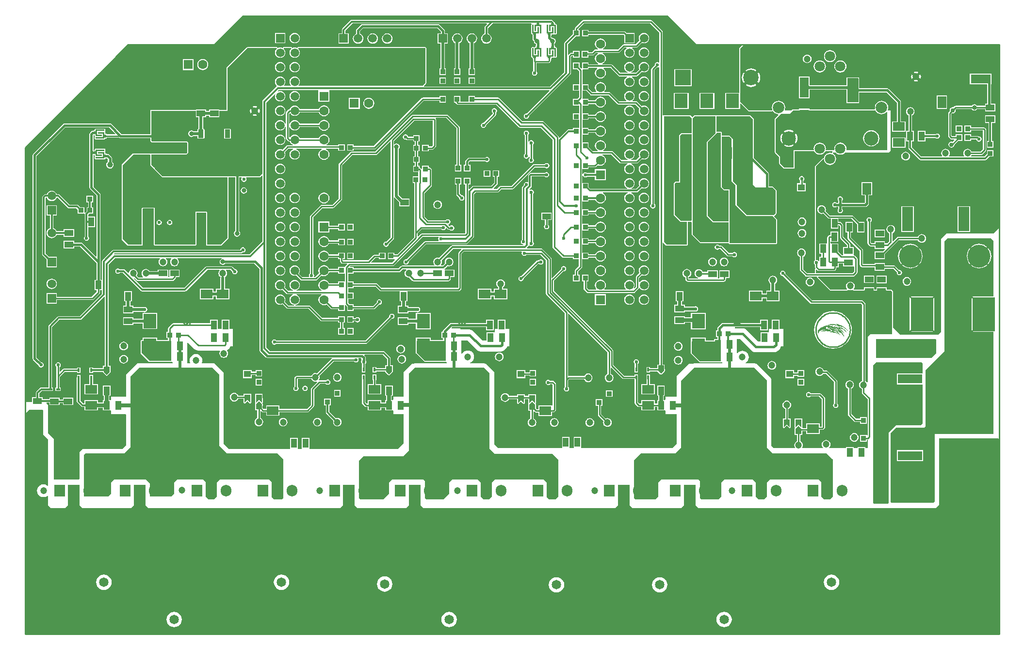
<source format=gtl>
G04*
G04 #@! TF.GenerationSoftware,Altium Limited,Altium Designer,20.2.6 (244)*
G04*
G04 Layer_Physical_Order=1*
G04 Layer_Color=255*
%FSLAX24Y24*%
%MOIN*%
G70*
G04*
G04 #@! TF.SameCoordinates,10E2E559-7701-499E-A428-1A66D90B70A8*
G04*
G04*
G04 #@! TF.FilePolarity,Positive*
G04*
G01*
G75*
%ADD13C,0.0100*%
%ADD15C,0.0120*%
%ADD18C,0.0039*%
%ADD21R,0.0600X0.0800*%
%ADD23R,0.0906X0.0984*%
%ADD24R,0.1690X0.0630*%
%ADD31R,0.0800X0.0600*%
%ADD34R,0.0256X0.0118*%
%ADD35R,0.0118X0.0256*%
%ADD71C,0.0630*%
%ADD72R,0.0630X0.0630*%
%ADD74R,0.0630X0.0630*%
%ADD80C,0.0236*%
%ADD83R,0.0335X0.0335*%
%ADD84R,0.0400X0.0600*%
%ADD85R,0.0630X0.1378*%
%ADD86R,0.3660X0.4360*%
%ADD87R,0.0400X0.0320*%
%ADD88R,0.0748X0.1654*%
%ADD89R,0.0472X0.0433*%
%ADD90C,0.0472*%
%ADD91R,0.0600X0.0400*%
%ADD92R,0.0335X0.0335*%
%ADD93R,0.1378X0.0630*%
%ADD94R,0.0197X0.0197*%
%ADD95R,0.1654X0.0748*%
G04:AMPARAMS|DCode=96|XSize=35.4mil|YSize=57.1mil|CornerRadius=1.9mil|HoleSize=0mil|Usage=FLASHONLY|Rotation=0.000|XOffset=0mil|YOffset=0mil|HoleType=Round|Shape=RoundedRectangle|*
%AMROUNDEDRECTD96*
21,1,0.0354,0.0532,0,0,0.0*
21,1,0.0315,0.0571,0,0,0.0*
1,1,0.0039,0.0158,-0.0266*
1,1,0.0039,-0.0158,-0.0266*
1,1,0.0039,-0.0158,0.0266*
1,1,0.0039,0.0158,0.0266*
%
%ADD96ROUNDEDRECTD96*%
G04:AMPARAMS|DCode=97|XSize=124mil|YSize=57.1mil|CornerRadius=2mil|HoleSize=0mil|Usage=FLASHONLY|Rotation=0.000|XOffset=0mil|YOffset=0mil|HoleType=Round|Shape=RoundedRectangle|*
%AMROUNDEDRECTD97*
21,1,0.1240,0.0531,0,0,0.0*
21,1,0.1200,0.0571,0,0,0.0*
1,1,0.0040,0.0600,-0.0265*
1,1,0.0040,-0.0600,-0.0265*
1,1,0.0040,-0.0600,0.0265*
1,1,0.0040,0.0600,0.0265*
%
%ADD97ROUNDEDRECTD97*%
%ADD98R,0.1575X0.2362*%
%ADD99R,0.0197X0.0197*%
%ADD100C,0.0500*%
%ADD101C,0.0150*%
%ADD102C,0.0200*%
%ADD103C,0.0250*%
%ADD104C,0.1575*%
%ADD105C,0.1063*%
%ADD106R,0.1063X0.1063*%
%ADD107C,0.0709*%
%ADD108C,0.0984*%
%ADD109C,0.0787*%
%ADD110C,0.0600*%
%ADD111C,0.0650*%
%ADD112C,0.0591*%
%ADD113R,0.0591X0.0591*%
%ADD114C,0.0315*%
%ADD115R,0.0591X0.0591*%
%ADD116C,0.4724*%
G04:AMPARAMS|DCode=117|XSize=75mil|YSize=78.7mil|CornerRadius=37.5mil|HoleSize=0mil|Usage=FLASHONLY|Rotation=0.000|XOffset=0mil|YOffset=0mil|HoleType=Round|Shape=RoundedRectangle|*
%AMROUNDEDRECTD117*
21,1,0.0750,0.0037,0,0,0.0*
21,1,0.0000,0.0787,0,0,0.0*
1,1,0.0750,0.0000,-0.0019*
1,1,0.0750,0.0000,-0.0019*
1,1,0.0750,0.0000,0.0019*
1,1,0.0750,0.0000,0.0019*
%
%ADD117ROUNDEDRECTD117*%
%ADD118R,0.0750X0.0787*%
%ADD119C,0.0300*%
%ADD120C,0.0394*%
G36*
X27500Y37903D02*
X27301Y37704D01*
X18807D01*
X18790Y37754D01*
X18838Y37817D01*
X18874Y37903D01*
X18886Y37996D01*
X18874Y38089D01*
X18838Y38175D01*
X18781Y38249D01*
X18707Y38306D01*
X18620Y38342D01*
X18528Y38354D01*
X18435Y38342D01*
X18348Y38306D01*
X18274Y38249D01*
X18217Y38175D01*
X18181Y38089D01*
X18169Y37996D01*
X18181Y37903D01*
X18217Y37817D01*
X18265Y37754D01*
X18248Y37704D01*
X17807D01*
X17790Y37754D01*
X17838Y37817D01*
X17874Y37903D01*
X17886Y37996D01*
X17874Y38089D01*
X17838Y38175D01*
X17781Y38249D01*
X17707Y38306D01*
X17620Y38342D01*
X17528Y38354D01*
X17435Y38342D01*
X17348Y38306D01*
X17274Y38249D01*
X17217Y38175D01*
X17181Y38089D01*
X17169Y37996D01*
X17181Y37903D01*
X17217Y37817D01*
X17274Y37743D01*
X17276Y37741D01*
X17279Y37676D01*
X16315Y36713D01*
Y36616D01*
Y31670D01*
X16141Y31496D01*
X9449D01*
X8911Y32034D01*
Y32087D01*
X8858D01*
X8661Y32283D01*
X8675Y32996D01*
X11099Y32996D01*
X11205Y33102D01*
Y33802D01*
X11108Y33899D01*
X8706Y33899D01*
X8661Y33943D01*
Y35996D01*
X11727D01*
Y35560D01*
X11923D01*
Y34763D01*
X11898Y34758D01*
X11872Y34741D01*
X11854Y34714D01*
X11848Y34683D01*
Y34580D01*
X11583D01*
X11521Y34622D01*
X11436Y34639D01*
X11351Y34622D01*
X11279Y34574D01*
X11231Y34502D01*
X11214Y34417D01*
X11231Y34332D01*
X11279Y34261D01*
X11351Y34212D01*
X11436Y34196D01*
X11521Y34212D01*
X11583Y34254D01*
X11848D01*
Y34151D01*
X11854Y34120D01*
X11872Y34094D01*
X11898Y34077D01*
X11929Y34070D01*
X12244D01*
X12275Y34077D01*
X12302Y34094D01*
X12319Y34120D01*
X12325Y34151D01*
Y34683D01*
X12319Y34714D01*
X12302Y34741D01*
X12275Y34758D01*
X12250Y34763D01*
Y35560D01*
X12447D01*
Y35657D01*
X12632D01*
Y35560D01*
X13352D01*
Y35996D01*
X13898D01*
Y38933D01*
X15281Y40317D01*
X17280D01*
X17297Y40267D01*
X17274Y40249D01*
X17217Y40175D01*
X17181Y40089D01*
X17169Y39996D01*
X17181Y39903D01*
X17217Y39817D01*
X17274Y39743D01*
X17348Y39686D01*
X17435Y39650D01*
X17528Y39638D01*
X17620Y39650D01*
X17707Y39686D01*
X17781Y39743D01*
X17838Y39817D01*
X17874Y39903D01*
X17886Y39996D01*
X17874Y40089D01*
X17838Y40175D01*
X17781Y40249D01*
X17758Y40267D01*
X17775Y40317D01*
X18280D01*
X18297Y40267D01*
X18274Y40249D01*
X18217Y40175D01*
X18181Y40089D01*
X18169Y39996D01*
X18181Y39903D01*
X18217Y39817D01*
X18274Y39743D01*
X18348Y39686D01*
X18435Y39650D01*
X18528Y39638D01*
X18620Y39650D01*
X18707Y39686D01*
X18781Y39743D01*
X18838Y39817D01*
X18874Y39903D01*
X18886Y39996D01*
X18874Y40089D01*
X18838Y40175D01*
X18781Y40249D01*
X18758Y40267D01*
X18775Y40317D01*
X27500D01*
Y37903D01*
D02*
G37*
G36*
X46063Y40551D02*
X49252D01*
X49271Y40505D01*
X49089Y40322D01*
X49070Y40277D01*
Y37225D01*
X48109D01*
Y36121D01*
X49135D01*
Y36475D01*
X49181Y36494D01*
X49698Y35978D01*
X49744Y35959D01*
X51325D01*
X51331Y35961D01*
X51338Y35960D01*
X51353Y35970D01*
X51371Y35978D01*
X51412Y35954D01*
X51456Y35897D01*
X51551Y35824D01*
X51661Y35778D01*
X51746Y35767D01*
X51764Y35714D01*
X51529Y35479D01*
X51510Y35433D01*
Y33144D01*
X51529Y33098D01*
X51808Y32819D01*
Y32379D01*
X51827Y32333D01*
X52126Y32034D01*
X52158Y32021D01*
Y32020D01*
X52160D01*
X52172Y32015D01*
X52818D01*
X52830Y32020D01*
X52878D01*
Y32068D01*
X52883Y32080D01*
Y33203D01*
X54160D01*
X54164Y33204D01*
X54168Y33203D01*
X54181Y33210D01*
X54192Y33211D01*
X54242Y33193D01*
X54242Y33192D01*
X54246Y33183D01*
X54312Y33097D01*
X54399Y33030D01*
X54500Y32988D01*
X54608Y32974D01*
X54716Y32988D01*
X54817Y33030D01*
X54903Y33097D01*
X54970Y33183D01*
X54974Y33192D01*
X54974Y33193D01*
X55024Y33211D01*
X55035Y33210D01*
X55048Y33203D01*
X55052Y33204D01*
X55056Y33203D01*
X55458D01*
X55473Y33154D01*
X55467Y33152D01*
X55459Y33134D01*
X55449Y33118D01*
X55445Y33101D01*
X55423Y33089D01*
X55315Y33103D01*
X55207Y33089D01*
X55106Y33047D01*
X55019Y32980D01*
X54953Y32894D01*
X54911Y32793D01*
X54906Y32752D01*
X54888Y32741D01*
X54853Y32732D01*
X54849Y32733D01*
X54835Y32727D01*
X54820Y32726D01*
X54813Y32718D01*
X54803Y32714D01*
X54283Y32194D01*
X54264Y32148D01*
Y25765D01*
X54265Y25762D01*
X54264Y25759D01*
X54275Y25740D01*
X54283Y25719D01*
X54253Y25684D01*
X54250Y25683D01*
X54211Y25624D01*
X54197Y25554D01*
X54211Y25485D01*
X54250Y25426D01*
X54277Y25408D01*
Y25227D01*
X54277Y25227D01*
X54286Y25184D01*
X54293Y25173D01*
X54298Y25151D01*
X54284Y25111D01*
X54283Y25109D01*
X54278Y25098D01*
X54269Y25088D01*
Y25075D01*
X54264Y25064D01*
Y24813D01*
X53743D01*
X53459Y25097D01*
Y25946D01*
X53496Y25962D01*
X53558Y26009D01*
X53605Y26071D01*
X53635Y26143D01*
X53645Y26220D01*
X53635Y26298D01*
X53605Y26370D01*
X53558Y26432D01*
X53496Y26479D01*
X53424Y26509D01*
X53346Y26519D01*
X53269Y26509D01*
X53197Y26479D01*
X53135Y26432D01*
X53088Y26370D01*
X53058Y26298D01*
X53048Y26220D01*
X53058Y26143D01*
X53088Y26071D01*
X53135Y26009D01*
X53197Y25962D01*
X53234Y25946D01*
Y25050D01*
X53234Y25050D01*
X53243Y25008D01*
X53267Y24971D01*
X53617Y24622D01*
X53617Y24622D01*
X53653Y24597D01*
X53696Y24589D01*
X53696Y24589D01*
X54396D01*
X54422Y24542D01*
X54427Y24531D01*
Y24518D01*
X54436Y24509D01*
X54441Y24497D01*
X55295Y23643D01*
X55341Y23624D01*
X56466D01*
X56478Y23629D01*
X56492Y23629D01*
X56500Y23638D01*
X56512Y23643D01*
X56514Y23648D01*
X56541Y23665D01*
X56581Y23667D01*
X56631Y23647D01*
X56708Y23637D01*
X56785Y23647D01*
X56835Y23667D01*
X56875Y23665D01*
X56902Y23648D01*
X56904Y23643D01*
X56916Y23638D01*
X56924Y23629D01*
X56938Y23629D01*
X56950Y23624D01*
X57637D01*
X57683Y23643D01*
X57702Y23689D01*
Y23793D01*
X58292D01*
Y23689D01*
X58311Y23643D01*
X58357Y23624D01*
X58492D01*
X58538Y23643D01*
X58557Y23689D01*
Y23771D01*
X59147D01*
Y23689D01*
X59166Y23643D01*
X59212Y23624D01*
X59504D01*
X59582Y23545D01*
Y20627D01*
X58068D01*
X57895Y20454D01*
Y17328D01*
X57845Y17311D01*
X57821Y17342D01*
X57759Y17390D01*
X57737Y17399D01*
Y22690D01*
X57728Y22733D01*
X57704Y22770D01*
X57704Y22770D01*
X57560Y22914D01*
X57523Y22938D01*
X57480Y22947D01*
X57480Y22947D01*
X54074D01*
X52237Y24784D01*
X52241Y24803D01*
X52227Y24873D01*
X52188Y24932D01*
X52129Y24971D01*
X52059Y24985D01*
X51990Y24971D01*
X51931Y24932D01*
X51891Y24873D01*
X51878Y24803D01*
X51891Y24734D01*
X51931Y24675D01*
X51990Y24635D01*
X52059Y24622D01*
X52078Y24625D01*
X53948Y22755D01*
X53985Y22731D01*
X54028Y22722D01*
X54028Y22722D01*
X57434D01*
X57513Y22644D01*
Y17411D01*
X57461Y17390D01*
X57399Y17342D01*
X57351Y17280D01*
X57321Y17208D01*
X57311Y17131D01*
X57321Y17054D01*
X57351Y16981D01*
X57399Y16920D01*
X57461Y16872D01*
X57498Y16857D01*
Y16600D01*
X57498Y16600D01*
X57506Y16557D01*
X57531Y16521D01*
X57895Y16157D01*
Y13662D01*
X57895Y13662D01*
X57844Y13677D01*
Y13677D01*
X57390D01*
Y13222D01*
X57845D01*
Y13337D01*
X57895D01*
X57895Y13337D01*
Y12780D01*
X57735D01*
Y12842D01*
X57215D01*
Y12780D01*
X56935D01*
Y12842D01*
X56415D01*
Y12780D01*
X55272D01*
X55255Y12827D01*
X55255Y12830D01*
X55302Y12891D01*
X55331Y12963D01*
X55342Y13040D01*
X55331Y13118D01*
X55302Y13190D01*
X55254Y13251D01*
X55192Y13299D01*
X55120Y13329D01*
X55043Y13339D01*
X54965Y13329D01*
X54893Y13299D01*
X54832Y13251D01*
X54784Y13190D01*
X54754Y13118D01*
X54744Y13040D01*
X54754Y12963D01*
X54784Y12891D01*
X54831Y12830D01*
X54831Y12827D01*
X54814Y12780D01*
X53424D01*
X53402Y12824D01*
X53408Y12832D01*
X53438Y12904D01*
X53448Y12982D01*
X53438Y13059D01*
X53408Y13131D01*
X53361Y13193D01*
X53299Y13240D01*
X53262Y13256D01*
Y13698D01*
X53410D01*
Y13943D01*
X53674D01*
Y13766D01*
X54594D01*
Y14041D01*
X54795D01*
X54795Y14041D01*
X54838Y14049D01*
X54875Y14074D01*
X54933Y14132D01*
X54933Y14132D01*
X54958Y14169D01*
X54966Y14212D01*
Y16202D01*
X54966Y16202D01*
X54958Y16245D01*
X54933Y16282D01*
X54933Y16282D01*
X54681Y16534D01*
X54645Y16558D01*
X54602Y16567D01*
X54602Y16567D01*
X53986D01*
X53975Y16583D01*
X53916Y16622D01*
X53847Y16636D01*
X53777Y16622D01*
X53718Y16583D01*
X53679Y16524D01*
X53665Y16454D01*
X53679Y16385D01*
X53718Y16326D01*
X53777Y16287D01*
X53847Y16273D01*
X53916Y16287D01*
X53975Y16326D01*
X53986Y16342D01*
X54555D01*
X54742Y16156D01*
Y14265D01*
X54594D01*
Y14486D01*
X53674D01*
Y14167D01*
X53448D01*
X53414Y14217D01*
X53415Y14218D01*
Y14518D01*
X53410Y14530D01*
Y14813D01*
X52890D01*
Y14530D01*
X52885Y14518D01*
Y14218D01*
X52898Y14186D01*
X52890Y14138D01*
D01*
X52885Y14118D01*
Y14018D01*
X52890Y14006D01*
Y13698D01*
X53037D01*
Y13256D01*
X53000Y13240D01*
X52938Y13193D01*
X52891Y13131D01*
X52861Y13059D01*
X52851Y12982D01*
X52861Y12904D01*
X52891Y12832D01*
X52897Y12824D01*
X52875Y12780D01*
X51428D01*
X51287Y12921D01*
Y17441D01*
X51277Y17519D01*
X51246Y17592D01*
X51198Y17655D01*
X51198Y17655D01*
X50332Y18521D01*
X50297Y18548D01*
X50269Y18569D01*
X50269Y18569D01*
X50269Y18569D01*
X50230Y18585D01*
X50196Y18599D01*
X50196Y18599D01*
X50196Y18599D01*
X50157Y18605D01*
X50118Y18610D01*
X49803Y18610D01*
X49803Y18610D01*
X49803Y18610D01*
X49521D01*
X49510Y18659D01*
X49601Y18729D01*
X49671Y18820D01*
X49715Y18926D01*
X49730Y19040D01*
X49715Y19154D01*
X49671Y19260D01*
X49601Y19351D01*
X49510Y19421D01*
X49404Y19465D01*
X49290Y19480D01*
X49176Y19465D01*
X49070Y19421D01*
X48979Y19351D01*
X48948Y19312D01*
X48926Y19314D01*
X48898Y19329D01*
Y20272D01*
X49137D01*
X49925Y19483D01*
X50004Y19423D01*
X50095Y19385D01*
X50193Y19372D01*
X51457D01*
X51555Y19385D01*
X51646Y19423D01*
X51725Y19483D01*
X51863Y19621D01*
X51923Y19699D01*
X51954Y19776D01*
X52095D01*
Y20976D01*
X51831D01*
Y21620D01*
X51311D01*
Y20976D01*
X51095D01*
Y20760D01*
X51055Y20736D01*
X50535D01*
Y20129D01*
X50350D01*
X49561Y20917D01*
X49483Y20978D01*
X49391Y21015D01*
X49293Y21028D01*
X48773D01*
Y21120D01*
X48822Y21122D01*
X50511D01*
Y20900D01*
X51031D01*
Y21620D01*
X50511D01*
Y21398D01*
X47945D01*
X47893Y21387D01*
X47848Y21357D01*
X47598Y21107D01*
X47568Y21062D01*
X47558Y21010D01*
Y20880D01*
X47468D01*
Y20426D01*
X47573D01*
Y20278D01*
X47338D01*
Y20199D01*
X46773Y20199D01*
Y20375D01*
X45747D01*
Y20142D01*
X45744Y20134D01*
X45744Y19324D01*
X45747Y19316D01*
Y19271D01*
X45770D01*
X46330Y18711D01*
X46376Y18692D01*
X47795Y18692D01*
X47808Y18697D01*
X47858D01*
X47898Y18673D01*
Y18610D01*
X45965D01*
X45886Y18599D01*
X45849Y18584D01*
X45611D01*
X44776Y17749D01*
Y17421D01*
Y16328D01*
X43994D01*
Y16113D01*
X43955Y16088D01*
X43945Y16088D01*
X43883D01*
Y16372D01*
X43954D01*
Y17092D01*
X43434D01*
Y16372D01*
X43506D01*
Y16088D01*
X43435D01*
Y15841D01*
X43275D01*
Y16088D01*
X42355D01*
Y15841D01*
X42210D01*
X42107Y15944D01*
Y17460D01*
X42114D01*
Y17836D01*
X41875D01*
Y17760D01*
X41157D01*
X40405Y18512D01*
Y19485D01*
X40405Y19485D01*
X40396Y19528D01*
X40372Y19565D01*
X40372Y19565D01*
X36333Y23604D01*
Y24289D01*
X36989Y24945D01*
X37008Y24942D01*
X37077Y24955D01*
X37136Y24995D01*
X37176Y25054D01*
X37189Y25123D01*
X37176Y25193D01*
X37136Y25252D01*
X37077Y25291D01*
X37008Y25305D01*
X36938Y25291D01*
X36879Y25252D01*
X36840Y25193D01*
X36826Y25123D01*
X36830Y25104D01*
X36219Y24493D01*
X36173Y24512D01*
Y25821D01*
X36173Y25821D01*
X36164Y25864D01*
X36140Y25900D01*
X36140Y25900D01*
X35547Y26493D01*
X35511Y26517D01*
X35468Y26525D01*
X35468Y26525D01*
X34506D01*
X34485Y26575D01*
X34577Y26667D01*
X34603Y26706D01*
X34604Y26709D01*
X34654Y26723D01*
X34713Y26684D01*
X34782Y26670D01*
X34852Y26684D01*
X34911Y26723D01*
X34950Y26782D01*
X34964Y26852D01*
X34950Y26921D01*
X34911Y26980D01*
X34894Y26991D01*
Y30253D01*
X34911Y30264D01*
X34950Y30323D01*
X34964Y30392D01*
X34950Y30462D01*
X34911Y30521D01*
X34852Y30560D01*
X34782Y30574D01*
X34713Y30560D01*
X34699Y30551D01*
X34640Y30571D01*
X34639Y30574D01*
X34642Y30589D01*
X34773Y30720D01*
X34800Y30760D01*
X34809Y30807D01*
Y31474D01*
X35694D01*
X35698Y31468D01*
X35757Y31428D01*
X35827Y31414D01*
X35896Y31428D01*
X35955Y31468D01*
X35995Y31527D01*
X36008Y31596D01*
X35995Y31666D01*
X35955Y31724D01*
X35896Y31764D01*
X35827Y31778D01*
X35757Y31764D01*
X35698Y31724D01*
X35694Y31718D01*
X34757D01*
X34710Y31709D01*
X34671Y31683D01*
X34600Y31612D01*
X34574Y31573D01*
X34565Y31526D01*
Y31095D01*
X34526Y31075D01*
X34515Y31074D01*
X34449Y31087D01*
X34379Y31073D01*
X34320Y31034D01*
X34281Y30975D01*
X34267Y30906D01*
X34271Y30886D01*
X34173Y30788D01*
X34148Y30752D01*
X34140Y30709D01*
X34140Y30709D01*
Y27108D01*
X34124Y27097D01*
X34084Y27038D01*
X34070Y26969D01*
X34084Y26899D01*
X34124Y26840D01*
X34182Y26801D01*
X34235Y26790D01*
X34260Y26751D01*
X34262Y26738D01*
X34261Y26736D01*
X29370D01*
X29323Y26727D01*
X29283Y26700D01*
X28451Y25868D01*
X28424Y25879D01*
X28346Y25889D01*
X28269Y25879D01*
X28197Y25849D01*
X28135Y25802D01*
X28088Y25740D01*
X28058Y25668D01*
X28048Y25591D01*
X28058Y25513D01*
X28088Y25441D01*
X28130Y25386D01*
X28118Y25336D01*
X25906D01*
X25859Y25327D01*
X25819Y25300D01*
X25654Y25135D01*
X22584D01*
Y25240D01*
X22322D01*
X22303Y25284D01*
X22331Y25318D01*
X25263D01*
X25263Y25318D01*
X25306Y25327D01*
X25342Y25351D01*
X27323Y27332D01*
X28393D01*
X28419Y27282D01*
X28398Y27249D01*
X28384Y27180D01*
X28398Y27110D01*
X28419Y27078D01*
X28392Y27028D01*
X27507D01*
X27507Y27028D01*
X27464Y27020D01*
X27428Y26996D01*
X27428Y26996D01*
X26200Y25768D01*
X26181Y25772D01*
X26112Y25758D01*
X26053Y25719D01*
X26013Y25660D01*
X26000Y25591D01*
X26013Y25521D01*
X26053Y25462D01*
X26112Y25423D01*
X26181Y25409D01*
X26251Y25423D01*
X26310Y25462D01*
X26349Y25521D01*
X26363Y25591D01*
X26359Y25610D01*
X27553Y26804D01*
X30310D01*
X30310Y26804D01*
X30353Y26813D01*
X30390Y26837D01*
X30820Y27267D01*
X30844Y27303D01*
X30852Y27346D01*
X30852Y27346D01*
Y30264D01*
X30968Y30380D01*
X32461D01*
X32461Y30380D01*
X32504Y30389D01*
X32540Y30413D01*
X32724Y30597D01*
X33465D01*
X33465Y30597D01*
X33507Y30605D01*
X33544Y30629D01*
X35009Y32095D01*
X35709D01*
X35720Y32079D01*
X35779Y32039D01*
X35849Y32025D01*
X35918Y32039D01*
X35977Y32079D01*
X36016Y32138D01*
X36030Y32207D01*
X36016Y32277D01*
X35977Y32335D01*
X35918Y32375D01*
X35849Y32389D01*
X35779Y32375D01*
X35720Y32335D01*
X35709Y32319D01*
X34963D01*
X34963Y32319D01*
X34920Y32311D01*
X34884Y32286D01*
X34884Y32286D01*
X33418Y30821D01*
X32677D01*
X32677Y30821D01*
X32634Y30812D01*
X32598Y30788D01*
X32598Y30788D01*
X32414Y30604D01*
X32213D01*
X32192Y30654D01*
X32440Y30902D01*
X32467Y30942D01*
X32476Y30989D01*
Y31445D01*
X32581D01*
Y31899D01*
X32127D01*
Y31445D01*
X32232D01*
Y31040D01*
X32023Y30831D01*
X30804D01*
X30758Y30822D01*
X30718Y30795D01*
X30525Y30602D01*
X30478Y30621D01*
Y30919D01*
X30594D01*
Y31374D01*
X30139D01*
Y30919D01*
X30254D01*
Y27596D01*
X30214Y27556D01*
X27277D01*
X27277Y27556D01*
X27234Y27548D01*
X27197Y27523D01*
X27011Y27337D01*
X26964Y27356D01*
Y27553D01*
X27252Y27841D01*
X28601D01*
X28612Y27824D01*
X28671Y27785D01*
X28740Y27771D01*
X28810Y27785D01*
X28869Y27824D01*
X28908Y27883D01*
X28912Y27902D01*
X28966Y27918D01*
X29030Y27854D01*
X29030Y27854D01*
X29066Y27830D01*
X29109Y27821D01*
X29109Y27821D01*
X29176D01*
X29187Y27805D01*
X29246Y27766D01*
X29315Y27752D01*
X29385Y27766D01*
X29444Y27805D01*
X29483Y27864D01*
X29497Y27934D01*
X29483Y28003D01*
X29444Y28062D01*
X29385Y28101D01*
X29315Y28115D01*
X29246Y28101D01*
X29187Y28062D01*
X29134Y28068D01*
X29082Y28120D01*
X29098Y28174D01*
X29121Y28179D01*
X29180Y28218D01*
X29219Y28277D01*
X29233Y28346D01*
X29219Y28416D01*
X29180Y28475D01*
X29121Y28514D01*
X29052Y28528D01*
X28982Y28514D01*
X28923Y28475D01*
X28912Y28459D01*
X27698D01*
X27441Y28716D01*
Y30326D01*
X27912Y30797D01*
X27936Y30833D01*
X27945Y30876D01*
X27945Y30876D01*
Y31938D01*
X27936Y31981D01*
X27912Y32018D01*
X27912Y32018D01*
X27853Y32076D01*
X27817Y32100D01*
X27774Y32109D01*
X27728Y32112D01*
Y32224D01*
X27273D01*
Y32002D01*
X27223Y31986D01*
X27209Y32008D01*
X27209Y32008D01*
X27141Y32076D01*
X27117Y32091D01*
Y32224D01*
X27002D01*
Y32410D01*
X27117D01*
Y32865D01*
X27001D01*
Y33203D01*
X27117D01*
Y33658D01*
X27000D01*
Y33868D01*
X27115D01*
Y34323D01*
X26660D01*
Y34207D01*
X26310D01*
X26308Y34210D01*
X26298Y34262D01*
X26258Y34321D01*
X26199Y34360D01*
X26130Y34374D01*
X26060Y34360D01*
X26002Y34321D01*
X25962Y34262D01*
X25948Y34192D01*
X25962Y34123D01*
X26002Y34064D01*
X26060Y34024D01*
X26130Y34011D01*
X26180Y34021D01*
X26184Y34016D01*
X26184Y34016D01*
X26221Y33992D01*
X26264Y33983D01*
X26660D01*
Y33868D01*
X26775D01*
Y33658D01*
X26662D01*
Y33203D01*
X26777D01*
Y32865D01*
X26662D01*
Y32410D01*
X26778D01*
Y32224D01*
X26663D01*
Y31769D01*
X27017D01*
Y31472D01*
X26625D01*
Y31017D01*
X26740D01*
Y27599D01*
X26740Y27599D01*
X26740Y27599D01*
Y27292D01*
X25561Y26113D01*
X25381D01*
Y26228D01*
X24926D01*
Y25774D01*
X25377D01*
X25409Y25735D01*
X25217Y25543D01*
X23798D01*
X23779Y25589D01*
X24062Y25872D01*
X24316D01*
Y25774D01*
X24771D01*
Y26228D01*
X24316D01*
Y26096D01*
X24016D01*
X23973Y26088D01*
X23936Y26064D01*
X23936Y26064D01*
X23576Y25703D01*
X21849D01*
Y25774D01*
X21974D01*
Y26228D01*
X21519D01*
Y26108D01*
X20887D01*
X20855Y26185D01*
X20795Y26263D01*
X20717Y26324D01*
X20625Y26361D01*
X20528Y26374D01*
X20430Y26361D01*
X20338Y26324D01*
X20260Y26263D01*
X20200Y26185D01*
X20162Y26094D01*
X20149Y25996D01*
X20162Y25898D01*
X20200Y25807D01*
X20260Y25729D01*
X20338Y25669D01*
X20430Y25631D01*
X20528Y25618D01*
X20625Y25631D01*
X20717Y25669D01*
X20795Y25729D01*
X20855Y25807D01*
X20887Y25884D01*
X21519D01*
Y25774D01*
X21625D01*
Y25649D01*
X21625Y25649D01*
X21634Y25606D01*
X21658Y25570D01*
X21717Y25511D01*
X21717Y25511D01*
X21753Y25487D01*
X21796Y25478D01*
X22108D01*
X22127Y25432D01*
X22000Y25305D01*
X21976Y25268D01*
X21970Y25240D01*
X21519D01*
Y25125D01*
X20880D01*
X20855Y25185D01*
X20795Y25263D01*
X20717Y25324D01*
X20625Y25361D01*
X20528Y25374D01*
X20430Y25361D01*
X20338Y25324D01*
X20260Y25263D01*
X20200Y25185D01*
X20162Y25094D01*
X20149Y24996D01*
X20162Y24898D01*
X20194Y24821D01*
X19921Y24548D01*
X19872Y24552D01*
X19854Y24586D01*
X19854Y24597D01*
X19867Y24663D01*
X19853Y24732D01*
X19813Y24791D01*
X19797Y24802D01*
Y28668D01*
X20424Y29295D01*
X21153D01*
X21153Y29295D01*
X21196Y29304D01*
X21233Y29328D01*
X21740Y29835D01*
X21764Y29871D01*
X21773Y29914D01*
X21773Y29914D01*
Y32244D01*
X22487Y32959D01*
X24095D01*
X24095Y32959D01*
X24138Y32967D01*
X24175Y32992D01*
X25070Y33887D01*
X25116Y33868D01*
Y27283D01*
X24818Y26985D01*
X24799Y26989D01*
X24729Y26975D01*
X24670Y26935D01*
X24631Y26876D01*
X24617Y26807D01*
X24631Y26737D01*
X24670Y26679D01*
X24729Y26639D01*
X24799Y26625D01*
X24868Y26639D01*
X24927Y26679D01*
X24967Y26737D01*
X24980Y26807D01*
X24977Y26826D01*
X25307Y27157D01*
X25307Y27157D01*
X25332Y27193D01*
X25340Y27236D01*
X25340Y27236D01*
Y30020D01*
X25390Y30035D01*
X25404Y30014D01*
X25704Y29714D01*
Y29433D01*
X26424D01*
Y29953D01*
X25927D01*
X25683Y30197D01*
Y33374D01*
X25725Y33436D01*
X25741Y33521D01*
X25725Y33606D01*
X25677Y33678D01*
X25605Y33726D01*
X25520Y33743D01*
X25435Y33726D01*
X25390Y33696D01*
X25340Y33723D01*
Y33931D01*
X26730Y35321D01*
X28023D01*
Y33631D01*
X27935Y33542D01*
X27727D01*
Y33658D01*
X27272D01*
Y33203D01*
X27727D01*
Y33318D01*
X27981D01*
X27981Y33318D01*
X28024Y33327D01*
X28060Y33351D01*
X28214Y33505D01*
X28214Y33505D01*
X28239Y33542D01*
X28247Y33584D01*
Y35375D01*
X28239Y35417D01*
X28214Y35454D01*
X28214Y35454D01*
X28209Y35460D01*
X28228Y35506D01*
X28936D01*
X29644Y34798D01*
Y32270D01*
X29529D01*
Y31815D01*
X29983D01*
Y32270D01*
X29868D01*
Y34845D01*
X29868Y34845D01*
X29860Y34888D01*
X29835Y34924D01*
X29835Y34924D01*
X29062Y35697D01*
X29026Y35721D01*
X28983Y35730D01*
X28983Y35730D01*
X26642D01*
X26642Y35730D01*
X26599Y35721D01*
X26563Y35697D01*
X24049Y33183D01*
X22441D01*
X22441Y33183D01*
X22398Y33175D01*
X22362Y33150D01*
X22362Y33150D01*
X21581Y32370D01*
X21557Y32333D01*
X21548Y32290D01*
X21548Y32290D01*
Y29961D01*
X21107Y29519D01*
X20378D01*
X20378Y29519D01*
X20335Y29511D01*
X20298Y29487D01*
X20298Y29487D01*
X19606Y28794D01*
X19581Y28758D01*
X19573Y28715D01*
X19573Y28715D01*
Y24802D01*
X19557Y24791D01*
X19517Y24732D01*
X19503Y24663D01*
X19517Y24597D01*
X19516Y24586D01*
X19495Y24547D01*
X19053D01*
X18814Y24786D01*
X18838Y24817D01*
X18874Y24903D01*
X18886Y24996D01*
X18874Y25089D01*
X18838Y25175D01*
X18781Y25249D01*
X18707Y25306D01*
X18620Y25342D01*
X18528Y25354D01*
X18435Y25342D01*
X18348Y25306D01*
X18274Y25249D01*
X18217Y25175D01*
X18181Y25089D01*
X18169Y24996D01*
X18181Y24903D01*
X18217Y24817D01*
X18274Y24743D01*
X18348Y24686D01*
X18435Y24650D01*
X18528Y24638D01*
X18620Y24650D01*
X18629Y24654D01*
X18927Y24356D01*
X18927Y24356D01*
X18964Y24331D01*
X19007Y24323D01*
X19007Y24323D01*
X19966D01*
X19966Y24323D01*
X20009Y24331D01*
X20046Y24356D01*
X20353Y24663D01*
X20430Y24631D01*
X20528Y24618D01*
X20625Y24631D01*
X20717Y24669D01*
X20795Y24729D01*
X20855Y24807D01*
X20893Y24898D01*
X20893Y24900D01*
X21519D01*
Y24785D01*
X21967D01*
Y24236D01*
X21519D01*
Y24121D01*
X20882D01*
X20855Y24185D01*
X20795Y24263D01*
X20717Y24324D01*
X20625Y24361D01*
X20528Y24374D01*
X20430Y24361D01*
X20338Y24324D01*
X20260Y24263D01*
X20200Y24185D01*
X20162Y24094D01*
X20149Y23996D01*
X20162Y23898D01*
X20200Y23807D01*
X20260Y23729D01*
X20338Y23669D01*
X20360Y23660D01*
X20350Y23610D01*
X18654D01*
X18644Y23660D01*
X18707Y23686D01*
X18781Y23743D01*
X18838Y23817D01*
X18874Y23903D01*
X18886Y23996D01*
X18874Y24089D01*
X18838Y24175D01*
X18781Y24249D01*
X18707Y24306D01*
X18620Y24342D01*
X18528Y24354D01*
X18435Y24342D01*
X18348Y24306D01*
X18274Y24249D01*
X18217Y24175D01*
X18181Y24089D01*
X18169Y23996D01*
X18181Y23903D01*
X18217Y23817D01*
X18274Y23743D01*
X18348Y23686D01*
X18411Y23660D01*
X18401Y23610D01*
X18073D01*
X17846Y23836D01*
X17874Y23903D01*
X17886Y23996D01*
X17874Y24089D01*
X17838Y24175D01*
X17781Y24249D01*
X17707Y24306D01*
X17620Y24342D01*
X17528Y24354D01*
X17435Y24342D01*
X17348Y24306D01*
X17274Y24249D01*
X17217Y24175D01*
X17181Y24089D01*
X17169Y23996D01*
X17181Y23903D01*
X17217Y23817D01*
X17274Y23743D01*
X17348Y23686D01*
X17435Y23650D01*
X17528Y23638D01*
X17620Y23650D01*
X17687Y23678D01*
X17947Y23418D01*
X17947Y23418D01*
X17983Y23394D01*
X18026Y23385D01*
X18408D01*
X18418Y23335D01*
X18348Y23306D01*
X18274Y23249D01*
X18217Y23175D01*
X18181Y23089D01*
X18169Y22996D01*
X18181Y22903D01*
X18217Y22817D01*
X18274Y22743D01*
X18348Y22686D01*
X18435Y22650D01*
X18491Y22642D01*
X18488Y22592D01*
X18090D01*
X17846Y22836D01*
X17874Y22903D01*
X17886Y22996D01*
X17874Y23089D01*
X17838Y23175D01*
X17781Y23249D01*
X17707Y23306D01*
X17620Y23342D01*
X17528Y23354D01*
X17435Y23342D01*
X17348Y23306D01*
X17274Y23249D01*
X17217Y23175D01*
X17181Y23089D01*
X17169Y22996D01*
X17181Y22903D01*
X17217Y22817D01*
X17274Y22743D01*
X17348Y22686D01*
X17435Y22650D01*
X17528Y22638D01*
X17620Y22650D01*
X17687Y22678D01*
X17964Y22401D01*
X17964Y22401D01*
X18000Y22377D01*
X18043Y22368D01*
X18043Y22368D01*
X19474D01*
X20293Y21549D01*
X20293Y21549D01*
X20330Y21525D01*
X20373Y21516D01*
X20373Y21516D01*
X21519D01*
Y21401D01*
X21634D01*
Y21050D01*
X21519D01*
Y20596D01*
X21974D01*
Y21050D01*
X21858D01*
Y21401D01*
X21974D01*
Y21855D01*
X21519D01*
Y21740D01*
X20419D01*
X19600Y22560D01*
X19563Y22584D01*
X19520Y22592D01*
X19520Y22592D01*
X18567D01*
X18564Y22642D01*
X18620Y22650D01*
X18707Y22686D01*
X18781Y22743D01*
X18838Y22817D01*
X18874Y22903D01*
X18886Y22996D01*
X18874Y23089D01*
X18838Y23175D01*
X18781Y23249D01*
X18707Y23306D01*
X18637Y23335D01*
X18647Y23385D01*
X20357D01*
X20367Y23335D01*
X20338Y23324D01*
X20260Y23263D01*
X20200Y23185D01*
X20162Y23094D01*
X20149Y22996D01*
X20162Y22898D01*
X20200Y22807D01*
X20260Y22729D01*
X20338Y22669D01*
X20430Y22631D01*
X20528Y22618D01*
X20625Y22631D01*
X20702Y22663D01*
X20995Y22370D01*
X20995Y22370D01*
X21031Y22346D01*
X21074Y22337D01*
X21074Y22337D01*
X21519D01*
Y22222D01*
X21974D01*
Y22603D01*
X22024Y22624D01*
X22129Y22518D01*
Y22222D01*
X22584D01*
Y22337D01*
X23956D01*
X23956Y22337D01*
X23999Y22346D01*
X24036Y22370D01*
X24322Y22657D01*
X24341Y22653D01*
X24411Y22667D01*
X24470Y22706D01*
X24509Y22765D01*
X24523Y22835D01*
X24509Y22904D01*
X24470Y22963D01*
X24411Y23002D01*
X24341Y23016D01*
X24272Y23002D01*
X24213Y22963D01*
X24174Y22904D01*
X24160Y22835D01*
X24164Y22815D01*
X23910Y22562D01*
X22584D01*
Y22677D01*
X22288D01*
X22191Y22773D01*
Y23038D01*
X22584D01*
Y23492D01*
X22191D01*
Y23781D01*
X22584D01*
Y23897D01*
X24078D01*
X24360Y23614D01*
X24360Y23614D01*
X24397Y23590D01*
X24440Y23581D01*
X24440Y23581D01*
X25743D01*
Y22868D01*
X25840D01*
Y22576D01*
X25624D01*
Y22056D01*
X26344D01*
Y22153D01*
X26892D01*
X26899Y22148D01*
X26969Y22134D01*
X27038Y22148D01*
X27097Y22187D01*
X27136Y22246D01*
X27150Y22316D01*
X27136Y22385D01*
X27097Y22444D01*
X27038Y22484D01*
X26969Y22497D01*
X26899Y22484D01*
X26892Y22479D01*
X26344D01*
Y22576D01*
X26167D01*
Y22868D01*
X26263D01*
Y23581D01*
X29782D01*
X29782Y23581D01*
X29825Y23590D01*
X29862Y23614D01*
X29958Y23710D01*
X29958Y23710D01*
X29982Y23746D01*
X29990Y23789D01*
Y26139D01*
X30153Y26301D01*
X34110D01*
X34131Y26262D01*
X34131Y26251D01*
X34118Y26185D01*
X34132Y26116D01*
X34172Y26057D01*
X34230Y26017D01*
X34300Y26004D01*
X34369Y26017D01*
X34428Y26057D01*
X34439Y26073D01*
X35424D01*
X35788Y25708D01*
Y23425D01*
X35788Y23425D01*
X35797Y23382D01*
X35821Y23346D01*
X37085Y22082D01*
Y17481D01*
X37085Y17481D01*
X37085Y17481D01*
Y16998D01*
X37069Y16987D01*
X37029Y16928D01*
X37016Y16859D01*
X37029Y16790D01*
X37069Y16731D01*
X37128Y16691D01*
X37197Y16677D01*
X37267Y16691D01*
X37326Y16731D01*
X37365Y16790D01*
X37379Y16859D01*
X37365Y16928D01*
X37326Y16987D01*
X37309Y16998D01*
Y17434D01*
X37388Y17513D01*
X38415D01*
X38432Y17472D01*
X38480Y17410D01*
X38542Y17362D01*
X38614Y17332D01*
X38691Y17322D01*
X38768Y17332D01*
X38840Y17362D01*
X38902Y17410D01*
X38950Y17472D01*
X38980Y17544D01*
X38990Y17621D01*
X38980Y17698D01*
X38950Y17770D01*
X38902Y17832D01*
X38840Y17880D01*
X38768Y17910D01*
X38691Y17920D01*
X38614Y17910D01*
X38542Y17880D01*
X38480Y17832D01*
X38432Y17770D01*
X38419Y17737D01*
X37341D01*
X37341Y17737D01*
X37309Y17763D01*
Y22019D01*
X37355Y22038D01*
X40020Y19373D01*
Y17895D01*
X39983Y17880D01*
X39921Y17832D01*
X39874Y17770D01*
X39844Y17698D01*
X39834Y17621D01*
X39844Y17544D01*
X39874Y17472D01*
X39921Y17410D01*
X39983Y17362D01*
X40055Y17332D01*
X40133Y17322D01*
X40210Y17332D01*
X40282Y17362D01*
X40344Y17410D01*
X40391Y17472D01*
X40421Y17544D01*
X40431Y17621D01*
X40421Y17698D01*
X40391Y17770D01*
X40344Y17832D01*
X40282Y17880D01*
X40245Y17895D01*
Y18290D01*
X40291Y18309D01*
X41031Y17568D01*
X41068Y17544D01*
X41111Y17536D01*
X41111Y17536D01*
X41875D01*
Y17460D01*
X41882D01*
Y15898D01*
X41882Y15898D01*
X41891Y15855D01*
X41915Y15818D01*
X42084Y15649D01*
X42084Y15649D01*
X42121Y15625D01*
X42164Y15616D01*
X42164Y15616D01*
X42355D01*
Y15368D01*
X43275D01*
Y15616D01*
X43435D01*
Y15368D01*
X43945D01*
X43955Y15368D01*
X43994Y15344D01*
Y15128D01*
X44776D01*
Y13090D01*
X44482Y12795D01*
X38254D01*
X38217Y12826D01*
X38217Y12845D01*
Y13546D01*
X37697D01*
Y12845D01*
X37697Y12826D01*
X37659Y12795D01*
X37454D01*
X37417Y12826D01*
X37417Y12845D01*
Y13546D01*
X36897D01*
Y12845D01*
X36897Y12826D01*
X36859Y12795D01*
X32480D01*
X32226Y13049D01*
Y18030D01*
X32171Y18084D01*
X32123Y18147D01*
X32123Y18147D01*
X31749Y18521D01*
X31687Y18569D01*
X31656Y18599D01*
X31614D01*
X31535Y18610D01*
X30600D01*
X30590Y18660D01*
X30636Y18679D01*
X30728Y18749D01*
X30797Y18840D01*
X30841Y18946D01*
X30856Y19060D01*
X30841Y19174D01*
X30797Y19280D01*
X30728Y19371D01*
X30636Y19441D01*
X30530Y19485D01*
X30416Y19500D01*
X30303Y19485D01*
X30196Y19441D01*
X30105Y19371D01*
X30040Y19286D01*
X30019Y19287D01*
X29990Y19300D01*
Y20188D01*
X30380D01*
X31033Y19536D01*
X31111Y19476D01*
X31202Y19438D01*
X31300Y19425D01*
X32679D01*
X32777Y19438D01*
X32868Y19476D01*
X32946Y19536D01*
X33034Y19624D01*
X33094Y19702D01*
X33125Y19776D01*
X33267D01*
Y20976D01*
X33010D01*
Y21620D01*
X32490D01*
Y20976D01*
X32267D01*
Y20760D01*
X32227Y20736D01*
X31707D01*
Y20181D01*
X31457D01*
X30804Y20834D01*
X30726Y20894D01*
X30635Y20932D01*
X30537Y20945D01*
X29905D01*
Y21034D01*
X29312D01*
X29293Y21080D01*
X29336Y21122D01*
X31690D01*
Y20900D01*
X32210D01*
Y21620D01*
X31690D01*
Y21398D01*
X29279D01*
X29226Y21387D01*
X29181Y21357D01*
X28730Y20906D01*
X28700Y20861D01*
X28690Y20809D01*
Y20794D01*
X28600D01*
Y20339D01*
X28714D01*
Y20219D01*
X27875Y20219D01*
Y20375D01*
X26849D01*
Y20162D01*
X26846Y20154D01*
X26846Y19344D01*
X26849Y19336D01*
Y19271D01*
X26892D01*
X27433Y18730D01*
X27479Y18711D01*
X28898Y18711D01*
X28914Y18718D01*
X28944D01*
X28984Y18694D01*
Y18610D01*
X26772D01*
X26693Y18599D01*
X26592D01*
X26003Y18010D01*
Y16328D01*
X25294D01*
Y16113D01*
X25254Y16088D01*
X25244Y16088D01*
X25189D01*
Y16372D01*
X25260D01*
Y17092D01*
X24740D01*
Y16372D01*
X24811D01*
Y16088D01*
X24734D01*
Y15917D01*
X24466D01*
Y16088D01*
X23546D01*
Y15841D01*
X23472D01*
X23372Y15940D01*
Y17460D01*
X23379D01*
Y17836D01*
X23141D01*
Y17460D01*
X23148D01*
Y15894D01*
X23148Y15894D01*
X23156Y15851D01*
X23181Y15814D01*
X23346Y15649D01*
X23346Y15649D01*
X23382Y15625D01*
X23425Y15616D01*
X23546D01*
Y15368D01*
X24466D01*
Y15540D01*
X24734D01*
Y15368D01*
X25244D01*
X25254Y15368D01*
X25294Y15344D01*
Y15128D01*
X26003D01*
X26003Y13133D01*
X25591Y12720D01*
X19566D01*
X19528Y12750D01*
X19528Y12770D01*
Y13470D01*
X19008D01*
Y12770D01*
X19008Y12750D01*
X18971Y12720D01*
X18766D01*
X18728Y12750D01*
X18728Y12770D01*
Y13470D01*
X18208D01*
Y12770D01*
X18208Y12750D01*
X18171Y12720D01*
X13981D01*
X13659Y13041D01*
X13649D01*
Y17835D01*
Y17960D01*
X13002Y18607D01*
X12169D01*
X12141Y18649D01*
X12164Y18704D01*
X12179Y18818D01*
X12164Y18932D01*
X12120Y19038D01*
X12050Y19129D01*
X11959Y19199D01*
X11853Y19243D01*
X11739Y19258D01*
X11625Y19243D01*
X11519Y19199D01*
X11428Y19129D01*
X11358Y19038D01*
X11314Y18932D01*
X11299Y18818D01*
X11314Y18704D01*
X11337Y18649D01*
X11309Y18607D01*
X11139D01*
Y19225D01*
X11139D01*
Y20033D01*
X11185Y20052D01*
X11645Y19592D01*
X11718Y19536D01*
X11803Y19501D01*
X11895Y19489D01*
X13375D01*
X13397Y19444D01*
X13395Y19441D01*
X13365Y19369D01*
X13355Y19291D01*
X13365Y19214D01*
X13395Y19142D01*
X13442Y19080D01*
X13504Y19033D01*
X13576Y19003D01*
X13653Y18993D01*
X13731Y19003D01*
X13803Y19033D01*
X13865Y19080D01*
X13912Y19142D01*
X13942Y19214D01*
X13952Y19291D01*
X13942Y19369D01*
X13912Y19441D01*
X13884Y19478D01*
X13895Y19535D01*
X13895Y19536D01*
X13897Y19538D01*
X13968Y19592D01*
X14027Y19651D01*
X14083Y19724D01*
X14104Y19776D01*
X14277D01*
Y20976D01*
X14043D01*
Y21620D01*
X13523D01*
Y20976D01*
X13277D01*
X13243Y21012D01*
Y21620D01*
X12723D01*
Y21372D01*
X10184D01*
X10184Y21372D01*
X10141Y21363D01*
X10104Y21339D01*
X9852Y21087D01*
X9827Y21050D01*
X9819Y21007D01*
X9819Y21007D01*
Y20794D01*
X9704D01*
Y20339D01*
X9819D01*
Y20219D01*
X9086D01*
Y20385D01*
X8061D01*
Y20219D01*
X8003D01*
X7957Y20200D01*
X7938Y20154D01*
X7938Y19344D01*
X7949Y19317D01*
X7957Y19298D01*
X8524Y18730D01*
X8570Y18711D01*
X10039Y18711D01*
X10055Y18718D01*
X10099D01*
X10139Y18694D01*
Y18607D01*
X7721D01*
X7681Y18567D01*
X7618Y18519D01*
X7030Y17931D01*
X6982Y17868D01*
X6928Y17814D01*
Y16367D01*
X6900Y16328D01*
X5900D01*
Y16113D01*
X5860Y16088D01*
X5850Y16088D01*
X5789D01*
Y16372D01*
X5860D01*
Y17092D01*
X5340D01*
Y16372D01*
X5411D01*
Y16088D01*
X5340D01*
Y15917D01*
X5002D01*
Y16088D01*
X4082D01*
Y15851D01*
X4000D01*
X3800Y16051D01*
Y17656D01*
X3797Y17672D01*
Y17803D01*
X3559D01*
Y17672D01*
X3555Y17656D01*
Y16000D01*
X3565Y15953D01*
X3591Y15913D01*
X3863Y15642D01*
X3902Y15615D01*
X3949Y15606D01*
X4082D01*
Y15368D01*
X5002D01*
Y15540D01*
X5340D01*
Y15368D01*
X5850D01*
X5860Y15368D01*
X5900Y15344D01*
Y15128D01*
X6900D01*
X6928Y15090D01*
Y12989D01*
X6941Y12976D01*
X6686Y12720D01*
X3960D01*
X3741Y12501D01*
Y12311D01*
Y10693D01*
X3678Y10630D01*
X1969D01*
Y13412D01*
X1575Y13806D01*
Y15748D01*
X1464Y15859D01*
X1483Y15905D01*
X1661D01*
Y15740D01*
X2381D01*
Y15878D01*
X2593D01*
Y15740D01*
X3313D01*
Y16260D01*
X2593D01*
Y16122D01*
X2381D01*
Y16260D01*
X1661D01*
Y16150D01*
X1207D01*
Y16288D01*
X970D01*
Y16529D01*
X1147Y16706D01*
X1734D01*
X1751Y16709D01*
X1922D01*
Y16947D01*
X1857D01*
Y21116D01*
X2363Y21622D01*
X3808D01*
X3855Y21631D01*
X3895Y21658D01*
X5442Y23205D01*
X5488Y23186D01*
Y18441D01*
X5350D01*
Y18269D01*
X4661D01*
Y18334D01*
X4423D01*
Y18163D01*
X4419Y18146D01*
X4423Y18130D01*
Y17958D01*
X4661D01*
Y18024D01*
X5345D01*
Y18021D01*
X5350Y18009D01*
Y18001D01*
X5354D01*
X5364Y17975D01*
X5564Y17775D01*
X5564Y17775D01*
X5610Y17756D01*
X5611Y17757D01*
X5656Y17775D01*
X5856Y17975D01*
X5867Y18001D01*
X5870D01*
Y18009D01*
X5875Y18021D01*
Y18121D01*
X5870Y18133D01*
Y18441D01*
X5733D01*
Y24812D01*
X5733Y24812D01*
Y25404D01*
X6191Y25862D01*
X9257D01*
X9274Y25812D01*
X9261Y25802D01*
X9214Y25740D01*
X9184Y25668D01*
X9174Y25591D01*
X9184Y25513D01*
X9214Y25441D01*
X9261Y25379D01*
X9323Y25332D01*
X9395Y25302D01*
X9473Y25292D01*
X9550Y25302D01*
X9622Y25332D01*
X9684Y25379D01*
X9731Y25441D01*
X9761Y25513D01*
X9771Y25591D01*
X9761Y25668D01*
X9731Y25740D01*
X9684Y25802D01*
X9671Y25812D01*
X9688Y25862D01*
X10048D01*
X10065Y25812D01*
X10052Y25802D01*
X10004Y25740D01*
X9974Y25668D01*
X9964Y25591D01*
X9974Y25513D01*
X10004Y25441D01*
X10052Y25379D01*
X10114Y25332D01*
X10186Y25302D01*
X10263Y25292D01*
X10340Y25302D01*
X10412Y25332D01*
X10474Y25379D01*
X10522Y25441D01*
X10552Y25513D01*
X10562Y25591D01*
X10552Y25668D01*
X10522Y25740D01*
X10474Y25802D01*
X10461Y25812D01*
X10478Y25862D01*
X13497D01*
X13502Y25812D01*
X13498Y25811D01*
X13426Y25763D01*
X13378Y25691D01*
X13361Y25606D01*
X13378Y25521D01*
X13426Y25449D01*
X13498Y25401D01*
X13583Y25384D01*
X13668Y25401D01*
X13739Y25449D01*
X13752Y25469D01*
X15755D01*
X16105Y25118D01*
Y19523D01*
X16115Y19470D01*
X16145Y19426D01*
X16537Y19033D01*
X16537Y19033D01*
X16582Y19004D01*
X16635Y18993D01*
X16635Y18993D01*
X21064D01*
X21079Y18943D01*
X21075Y18941D01*
X21075Y18941D01*
X20055Y17921D01*
X20018Y17936D01*
X19941Y17946D01*
X19864Y17936D01*
X19792Y17906D01*
X19730Y17859D01*
X19682Y17797D01*
X19667Y17760D01*
X18682D01*
X18639Y17751D01*
X18602Y17727D01*
X18602Y17727D01*
X18544Y17668D01*
X18520Y17632D01*
X18511Y17589D01*
X18511Y17589D01*
Y17031D01*
X18492Y17018D01*
X18452Y16959D01*
X18438Y16890D01*
X18452Y16820D01*
X18492Y16761D01*
X18551Y16722D01*
X18620Y16708D01*
X18690Y16722D01*
X18748Y16761D01*
X18788Y16820D01*
X18802Y16890D01*
X18788Y16959D01*
X18748Y17018D01*
X18735Y17027D01*
Y17535D01*
X19667D01*
X19682Y17498D01*
X19730Y17436D01*
X19792Y17389D01*
X19864Y17359D01*
X19941Y17349D01*
X20018Y17359D01*
X20032Y17365D01*
X20061Y17322D01*
X19670Y16932D01*
X19646Y16896D01*
X19637Y16853D01*
X19637Y16853D01*
Y15754D01*
X19362Y15479D01*
X17478D01*
Y15727D01*
X17002D01*
X16972Y15733D01*
X16941Y15727D01*
X16558D01*
Y15479D01*
X16389D01*
X16322Y15546D01*
Y15695D01*
X16327Y15707D01*
Y15807D01*
X16322Y15819D01*
Y15827D01*
X16322Y15827D01*
X16313Y15875D01*
X16327Y15907D01*
Y16207D01*
X16322Y16219D01*
Y16502D01*
X15802D01*
Y16219D01*
X15797Y16207D01*
Y15907D01*
X15810Y15875D01*
X15802Y15827D01*
D01*
X15797Y15807D01*
Y15707D01*
X15802Y15695D01*
Y15387D01*
X15950D01*
Y14857D01*
X15912Y14841D01*
X15850Y14794D01*
X15803Y14732D01*
X15773Y14660D01*
X15763Y14583D01*
X15773Y14505D01*
X15803Y14433D01*
X15850Y14371D01*
X15912Y14324D01*
X15984Y14294D01*
X16062Y14284D01*
X16139Y14294D01*
X16211Y14324D01*
X16273Y14371D01*
X16320Y14433D01*
X16350Y14505D01*
X16360Y14583D01*
X16350Y14660D01*
X16320Y14732D01*
X16273Y14794D01*
X16211Y14841D01*
X16174Y14857D01*
Y15311D01*
X16220Y15330D01*
X16263Y15287D01*
X16263Y15287D01*
X16299Y15263D01*
X16342Y15255D01*
X16342Y15255D01*
X16558D01*
Y15007D01*
X17478D01*
Y15255D01*
X19409D01*
X19409Y15255D01*
X19452Y15263D01*
X19488Y15287D01*
X19829Y15628D01*
X19829Y15628D01*
X19853Y15664D01*
X19862Y15707D01*
Y16806D01*
X20266Y17211D01*
X20651D01*
X20662Y17194D01*
X20721Y17155D01*
X20791Y17141D01*
X20860Y17155D01*
X20919Y17194D01*
X20958Y17253D01*
X20972Y17323D01*
X20958Y17392D01*
X20919Y17451D01*
X20860Y17491D01*
X20791Y17504D01*
X20721Y17491D01*
X20662Y17451D01*
X20651Y17435D01*
X20220D01*
X20220Y17435D01*
X20213Y17434D01*
X20185Y17479D01*
X20200Y17498D01*
X20230Y17570D01*
X20240Y17648D01*
X20230Y17725D01*
X20214Y17762D01*
X21201Y18749D01*
X22596D01*
X22607Y18733D01*
X22666Y18693D01*
X22735Y18680D01*
X22805Y18693D01*
X22864Y18733D01*
X22903Y18792D01*
X22917Y18861D01*
X22903Y18931D01*
X22895Y18943D01*
X22921Y18993D01*
X23087D01*
X23122Y18958D01*
Y18833D01*
X23092Y18787D01*
X23078Y18718D01*
X23092Y18648D01*
X23131Y18590D01*
X23148Y18579D01*
Y18367D01*
X23141D01*
Y17991D01*
X23379D01*
Y18367D01*
X23372D01*
Y18579D01*
X23388Y18590D01*
X23428Y18648D01*
X23441Y18718D01*
X23428Y18787D01*
X23397Y18833D01*
Y19015D01*
X23387Y19068D01*
X23357Y19112D01*
X23357Y19112D01*
X23312Y19157D01*
X23331Y19203D01*
X24582D01*
X24876Y18909D01*
Y18471D01*
X24739D01*
Y18291D01*
X24125D01*
Y18367D01*
X23887D01*
Y17991D01*
X24125D01*
Y18067D01*
X24734D01*
Y18051D01*
X24739Y18039D01*
Y18031D01*
X24742D01*
X24753Y18005D01*
X24953Y17805D01*
X24953Y17805D01*
X24999Y17786D01*
X24999Y17786D01*
X25045Y17805D01*
X25245Y18005D01*
X25255Y18031D01*
X25259D01*
Y18039D01*
X25264Y18051D01*
Y18151D01*
X25259Y18163D01*
Y18471D01*
X25121D01*
Y18960D01*
X25112Y19007D01*
X25085Y19046D01*
X24720Y19412D01*
X24680Y19439D01*
X24633Y19448D01*
X16813D01*
X16560Y19701D01*
Y26963D01*
Y36565D01*
X17158Y37164D01*
X17201Y37135D01*
X17181Y37089D01*
X17169Y36996D01*
X17181Y36903D01*
X17217Y36817D01*
X17274Y36743D01*
X17348Y36686D01*
X17435Y36650D01*
X17528Y36638D01*
X17620Y36650D01*
X17707Y36686D01*
X17781Y36743D01*
X17838Y36817D01*
X17874Y36903D01*
X17886Y36996D01*
X17874Y37089D01*
X17838Y37175D01*
X17781Y37249D01*
X17707Y37306D01*
X17620Y37342D01*
X17528Y37354D01*
X17435Y37342D01*
X17388Y37323D01*
X17360Y37365D01*
X17410Y37416D01*
X20140D01*
X20153Y37371D01*
X20153Y37366D01*
Y36621D01*
X20903D01*
Y37366D01*
X20903Y37371D01*
X20915Y37416D01*
X36011D01*
X36030Y37370D01*
X34468Y35808D01*
X34449Y35812D01*
X34379Y35798D01*
X34320Y35758D01*
X34281Y35699D01*
X34267Y35630D01*
X34281Y35560D01*
X34320Y35502D01*
X34379Y35462D01*
X34449Y35448D01*
X34518Y35462D01*
X34577Y35502D01*
X34617Y35560D01*
X34630Y35630D01*
X34627Y35649D01*
X37481Y38503D01*
X37481Y38503D01*
X37505Y38540D01*
X37514Y38583D01*
X37514Y38583D01*
Y39717D01*
X37565Y39768D01*
X37644D01*
Y39653D01*
X38098D01*
Y40108D01*
X37644D01*
Y39993D01*
X37518D01*
X37518Y39993D01*
X37476Y39984D01*
X37439Y39960D01*
X37439Y39960D01*
X37345Y39866D01*
X37295Y39887D01*
Y40577D01*
X37830Y41111D01*
X38111D01*
Y41566D01*
X38036D01*
X38015Y41616D01*
X38413Y42014D01*
X42946D01*
X43582Y41378D01*
Y39341D01*
X43532Y39315D01*
X43514Y39327D01*
X43445Y39341D01*
X43375Y39327D01*
X43316Y39287D01*
X43277Y39229D01*
X43263Y39159D01*
X43267Y39140D01*
X43057Y38930D01*
X43032Y38893D01*
X43024Y38850D01*
X43024Y38850D01*
Y29588D01*
X43007Y29577D01*
X42968Y29518D01*
X42954Y29449D01*
X42968Y29379D01*
X43007Y29320D01*
X43066Y29281D01*
X43136Y29267D01*
X43205Y29281D01*
X43264Y29320D01*
X43304Y29379D01*
X43317Y29449D01*
X43304Y29518D01*
X43264Y29577D01*
X43248Y29588D01*
Y38804D01*
X43426Y38981D01*
X43445Y38977D01*
X43514Y38991D01*
X43532Y39003D01*
X43582Y38977D01*
Y18527D01*
X43435D01*
Y18291D01*
X42934D01*
Y18367D01*
X42696D01*
Y17991D01*
X42934D01*
Y18067D01*
X43446D01*
X43449Y18061D01*
X43649Y17861D01*
X43649Y17861D01*
X43695Y17842D01*
X43695Y17842D01*
X43740Y17861D01*
X43940Y18061D01*
X43951Y18087D01*
X43955D01*
Y18095D01*
X43959Y18107D01*
Y18207D01*
X43955Y18219D01*
Y18527D01*
X43807D01*
Y26902D01*
X43834Y26914D01*
X43857Y26918D01*
X44049Y26726D01*
X44094Y26707D01*
X45472D01*
X45518Y26726D01*
X45537Y26772D01*
Y28346D01*
X45754D01*
X45773Y28355D01*
X45823Y28324D01*
Y27478D01*
X45842Y27432D01*
X46371Y26903D01*
X46417Y26884D01*
X48346D01*
X48365Y26838D01*
X48379Y26824D01*
X48425Y26805D01*
X51605D01*
X51651Y26824D01*
X51670Y26870D01*
Y28514D01*
X51651Y28559D01*
X51483Y28727D01*
X51489Y28759D01*
X51621Y28891D01*
X51640Y28937D01*
Y30512D01*
X51621Y30558D01*
X51424Y30755D01*
X51378Y30774D01*
X51122D01*
Y31636D01*
X51122Y31636D01*
X51111Y31688D01*
X51082Y31733D01*
X51082Y31733D01*
X50065Y32750D01*
Y35433D01*
X50046Y35479D01*
X49849Y35676D01*
X49803Y35695D01*
X48032Y35695D01*
X47506D01*
X47473Y35681D01*
X47441Y35695D01*
X46029D01*
X45983Y35676D01*
X45856Y35549D01*
X45729Y35676D01*
X45683Y35695D01*
X43898D01*
X43857Y35678D01*
X43807Y35696D01*
Y41424D01*
X43807Y41424D01*
X43798Y41467D01*
X43774Y41504D01*
X43774Y41504D01*
X43072Y42205D01*
X43036Y42230D01*
X42993Y42238D01*
X42993Y42238D01*
X38367D01*
X38367Y42238D01*
X38324Y42230D01*
X38287Y42205D01*
X38287Y42205D01*
X37805Y41723D01*
X37780Y41686D01*
X37772Y41643D01*
X37772Y41643D01*
Y41566D01*
X37657D01*
Y41284D01*
X37087Y40714D01*
X37060Y40675D01*
X37051Y40628D01*
Y38645D01*
X36066Y37661D01*
X27414D01*
X27395Y37707D01*
X27546Y37857D01*
X27546Y37857D01*
X27546Y37857D01*
X27556Y37880D01*
X27565Y37903D01*
X27565Y37903D01*
X27565Y37903D01*
Y40317D01*
X27546Y40363D01*
X27500Y40382D01*
X18775D01*
X18761Y40376D01*
X18747Y40375D01*
X18739Y40367D01*
X18729Y40363D01*
X18724Y40349D01*
X18714Y40338D01*
X18674Y40320D01*
X18620Y40342D01*
X18528Y40354D01*
X18435Y40342D01*
X18381Y40320D01*
X18341Y40338D01*
X18331Y40349D01*
X18326Y40363D01*
X18316Y40367D01*
X18309Y40375D01*
X18294Y40376D01*
X18280Y40382D01*
X17775D01*
X17761Y40376D01*
X17747Y40375D01*
X17739Y40367D01*
X17729Y40363D01*
X17724Y40349D01*
X17714Y40338D01*
X17674Y40320D01*
X17620Y40342D01*
X17528Y40354D01*
X17435Y40342D01*
X17381Y40320D01*
X17341Y40338D01*
X17331Y40349D01*
X17326Y40363D01*
X17316Y40367D01*
X17309Y40375D01*
X17294Y40376D01*
X17280Y40382D01*
X15281D01*
X15235Y40363D01*
X13852Y38979D01*
X13833Y38933D01*
Y36061D01*
X13352D01*
Y36080D01*
X12632D01*
Y35984D01*
X12447D01*
Y36080D01*
X11727D01*
Y36061D01*
X8661D01*
X8615Y36042D01*
X8596Y35996D01*
Y34395D01*
X6604D01*
X5925Y35073D01*
X5881Y35103D01*
X5828Y35113D01*
X2692D01*
X2640Y35103D01*
X2595Y35073D01*
X2595Y35073D01*
X555Y33033D01*
X525Y32988D01*
X515Y32936D01*
Y18945D01*
X525Y18892D01*
X555Y18848D01*
X915Y18488D01*
X926Y18434D01*
X965Y18376D01*
X1024Y18336D01*
X1093Y18322D01*
X1163Y18336D01*
X1222Y18376D01*
X1261Y18434D01*
X1275Y18504D01*
X1261Y18573D01*
X1222Y18632D01*
X1163Y18672D01*
X1110Y18682D01*
X790Y19002D01*
Y32879D01*
X2749Y34838D01*
X5771D01*
X6194Y34415D01*
X6174Y34369D01*
X5608D01*
Y34415D01*
X5514D01*
Y34532D01*
X5500Y34567D01*
X5514Y34602D01*
Y34702D01*
X5495Y34748D01*
X5449Y34767D01*
X4849D01*
X4803Y34748D01*
X4784Y34702D01*
Y34635D01*
X4691D01*
Y34615D01*
X4644D01*
X4591Y34604D01*
X4547Y34574D01*
X4459Y34486D01*
X4429Y34442D01*
X4419Y34389D01*
Y33190D01*
Y30709D01*
X4429Y30656D01*
X4459Y30611D01*
X4898Y30172D01*
Y25985D01*
X4852Y25966D01*
X3943Y26875D01*
X3898Y26905D01*
X3846Y26915D01*
X3372D01*
Y27038D01*
X2652D01*
Y26518D01*
X2860D01*
X2872Y26515D01*
X2884Y26518D01*
X3372D01*
Y26640D01*
X3789D01*
X4898Y25530D01*
Y24362D01*
X4776D01*
Y23642D01*
X4924D01*
Y23537D01*
X4582Y23195D01*
X2181D01*
Y23438D01*
X1471D01*
Y22728D01*
X2181D01*
Y22971D01*
X4629D01*
X4629Y22971D01*
X4672Y22980D01*
X4708Y23004D01*
X5115Y23411D01*
X5115Y23411D01*
X5140Y23447D01*
X5148Y23490D01*
Y23642D01*
X5288D01*
Y23397D01*
X3758Y21867D01*
X2312D01*
X2265Y21858D01*
X2225Y21831D01*
X1648Y21253D01*
X1621Y21214D01*
X1612Y21167D01*
Y16951D01*
X1096D01*
X1049Y16941D01*
X1010Y16915D01*
X761Y16666D01*
X734Y16626D01*
X725Y16579D01*
Y16288D01*
X487D01*
Y15945D01*
X0D01*
Y33465D01*
X7062Y40527D01*
Y40551D01*
X12992D01*
X14961Y42520D01*
X44094D01*
X46063Y40551D01*
D02*
G37*
G36*
X5449Y34602D02*
X4949D01*
Y34362D01*
X5279D01*
Y34252D01*
X4849D01*
Y34702D01*
X5449D01*
Y34602D01*
D02*
G37*
G36*
Y34082D02*
X4849D01*
Y34182D01*
X5349D01*
Y34432D01*
X5019D01*
Y34532D01*
X5449D01*
Y34082D01*
D02*
G37*
G36*
X58454Y35992D02*
X58527Y35897D01*
X58622Y35824D01*
X58732Y35778D01*
X58850Y35763D01*
X58969Y35778D01*
X59079Y35824D01*
X59174Y35897D01*
X59202Y35933D01*
X59252Y35916D01*
Y33268D01*
X56470D01*
X56430Y33318D01*
X56440Y33392D01*
X56426Y33500D01*
X56384Y33601D01*
X56318Y33688D01*
X56231Y33754D01*
X56130Y33796D01*
X56022Y33810D01*
X55914Y33796D01*
X55813Y33754D01*
X55727Y33688D01*
X55660Y33601D01*
X55618Y33500D01*
X55604Y33392D01*
X55614Y33318D01*
X55574Y33268D01*
X55056D01*
X55016Y33318D01*
X55026Y33392D01*
X55012Y33500D01*
X54970Y33601D01*
X54903Y33688D01*
X54817Y33754D01*
X54716Y33796D01*
X54608Y33810D01*
X54500Y33796D01*
X54399Y33754D01*
X54312Y33688D01*
X54246Y33601D01*
X54204Y33500D01*
X54190Y33392D01*
X54200Y33318D01*
X54160Y33268D01*
X52818D01*
Y32080D01*
X52172D01*
X51873Y32379D01*
Y32846D01*
X51575Y33144D01*
Y35433D01*
X51936Y35794D01*
X52539D01*
X52769Y36024D01*
X58441D01*
X58454Y35992D01*
D02*
G37*
G36*
X4784Y34252D02*
X4799Y34217D01*
X4784Y34182D01*
Y34082D01*
X4803Y34036D01*
X4849Y34017D01*
X5449D01*
X5495Y34036D01*
X5514Y34082D01*
Y34099D01*
X5608D01*
Y34145D01*
X6471D01*
X6494Y34130D01*
X6547Y34119D01*
X6547Y34119D01*
X8596D01*
Y33943D01*
X8615Y33897D01*
X8660Y33853D01*
X8706Y33834D01*
X11081Y33834D01*
X11140Y33775D01*
Y33129D01*
X11072Y33061D01*
X8675Y33061D01*
X8653Y33052D01*
X8630Y33043D01*
X8620Y33042D01*
X8575Y33061D01*
X7431D01*
X7385Y33042D01*
X6647Y32304D01*
X6628Y32258D01*
Y27178D01*
X6647Y27132D01*
X7053Y26726D01*
X7099Y26707D01*
X8012D01*
X8058Y26726D01*
X8077Y26772D01*
Y29266D01*
X8846D01*
Y27558D01*
Y26772D01*
X8865Y26726D01*
X8911Y26707D01*
X11705D01*
X11717Y26712D01*
X11730D01*
X11739Y26721D01*
X11751Y26726D01*
X11756Y26738D01*
X11765Y26747D01*
X11772Y26762D01*
Y26775D01*
X11777Y26787D01*
Y27556D01*
Y28989D01*
X12435D01*
X12438Y28985D01*
Y26772D01*
X12457Y26726D01*
X12503Y26707D01*
X13440D01*
X13486Y26726D01*
X13944Y27183D01*
X13963Y27229D01*
Y31431D01*
X14429D01*
Y27726D01*
X14410Y27713D01*
X14362Y27641D01*
X14345Y27556D01*
X14362Y27471D01*
X14410Y27399D01*
X14482Y27351D01*
X14567Y27334D01*
X14652Y27351D01*
X14724Y27399D01*
X14772Y27471D01*
X14789Y27556D01*
X14772Y27641D01*
X14724Y27713D01*
X14705Y27726D01*
Y31431D01*
X14867D01*
X14890Y31381D01*
X14862Y31340D01*
X14849Y31270D01*
X14862Y31201D01*
X14902Y31142D01*
X14961Y31102D01*
X15030Y31089D01*
X15100Y31102D01*
X15159Y31142D01*
X15198Y31201D01*
X15212Y31270D01*
X15198Y31340D01*
X15170Y31381D01*
X15193Y31431D01*
X16141D01*
X16187Y31450D01*
X16269Y31532D01*
X16315Y31513D01*
Y27014D01*
X15408Y26107D01*
X6140D01*
X6129Y26104D01*
X6104Y26150D01*
X6139Y26185D01*
X14832D01*
X14879Y26194D01*
X14919Y26221D01*
X14945Y26247D01*
X14961Y26244D01*
X15030Y26258D01*
X15089Y26297D01*
X15128Y26356D01*
X15142Y26426D01*
X15128Y26495D01*
X15089Y26554D01*
X15030Y26593D01*
X14961Y26607D01*
X14891Y26593D01*
X14832Y26554D01*
X14793Y26495D01*
X14780Y26430D01*
X6088D01*
X6041Y26420D01*
X6001Y26394D01*
X5324Y25716D01*
X5297Y25676D01*
X5288Y25630D01*
Y24362D01*
X5174D01*
Y25587D01*
Y30229D01*
X5174Y30229D01*
X5163Y30282D01*
X5133Y30326D01*
X5133Y30326D01*
X4694Y30766D01*
Y32944D01*
X4784D01*
Y32877D01*
X4799Y32842D01*
X4784Y32807D01*
Y32707D01*
X4803Y32661D01*
X4849Y32642D01*
X5449D01*
X5495Y32661D01*
X5514Y32707D01*
Y32724D01*
X5608D01*
Y32724D01*
X5652Y32710D01*
X5690Y32671D01*
Y32496D01*
X5645Y32461D01*
X5604Y32408D01*
X5578Y32345D01*
X5569Y32278D01*
X5578Y32211D01*
X5604Y32149D01*
X5645Y32095D01*
X5698Y32054D01*
X5761Y32028D01*
X5828Y32019D01*
X5895Y32028D01*
X5957Y32054D01*
X6011Y32095D01*
X6052Y32149D01*
X6078Y32211D01*
X6087Y32278D01*
X6078Y32345D01*
X6052Y32408D01*
X6011Y32461D01*
X5966Y32496D01*
Y32728D01*
X5966Y32728D01*
X5955Y32781D01*
X5925Y32826D01*
X5925Y32826D01*
X5772Y32979D01*
X5727Y33009D01*
X5674Y33020D01*
X5608D01*
Y33040D01*
X5514D01*
Y33157D01*
X5500Y33192D01*
X5514Y33227D01*
Y33327D01*
X5495Y33373D01*
X5449Y33392D01*
X4849D01*
X4803Y33373D01*
X4784Y33327D01*
Y33260D01*
X4694D01*
Y34319D01*
X4784D01*
Y34252D01*
D02*
G37*
G36*
X59568Y40551D02*
X66929D01*
Y27942D01*
X66546Y27559D01*
X63307D01*
X62932Y27184D01*
Y20769D01*
X62898Y20731D01*
X62744Y20576D01*
X62590D01*
X62574Y20578D01*
X60127D01*
X59649Y21056D01*
Y23586D01*
X59633D01*
X59531Y23689D01*
X59212D01*
Y23836D01*
X58492D01*
Y23689D01*
X58357D01*
Y23857D01*
X57637D01*
Y23689D01*
X56950D01*
X56930Y23739D01*
X56967Y23786D01*
X56997Y23858D01*
X57007Y23935D01*
X56997Y24013D01*
X56967Y24085D01*
X56919Y24147D01*
X56857Y24194D01*
X56785Y24224D01*
X56708Y24234D01*
X56631Y24224D01*
X56559Y24194D01*
X56497Y24147D01*
X56449Y24085D01*
X56419Y24013D01*
X56409Y23935D01*
X56419Y23858D01*
X56449Y23786D01*
X56486Y23739D01*
X56466Y23689D01*
X55341D01*
X54487Y24542D01*
X54506Y24589D01*
X56892D01*
X56892Y24589D01*
X56935Y24597D01*
X56972Y24622D01*
X57166Y24816D01*
X57166Y24816D01*
X57190Y24852D01*
X57199Y24895D01*
X57199Y24895D01*
Y25799D01*
X57199Y25799D01*
X57190Y25842D01*
X57166Y25879D01*
X57166Y25879D01*
X57013Y26032D01*
X56976Y26056D01*
X56970Y26057D01*
X56939Y26094D01*
X56939Y26113D01*
Y26614D01*
X56691D01*
Y26807D01*
X56691Y26807D01*
X56682Y26850D01*
X56658Y26887D01*
X56658Y26887D01*
X56219Y27325D01*
Y28109D01*
X56211Y28152D01*
X56187Y28188D01*
X56187Y28188D01*
X56060Y28315D01*
X56024Y28339D01*
X55981Y28347D01*
X55981Y28347D01*
X55888D01*
Y28569D01*
X56785D01*
X57165Y28189D01*
Y27628D01*
X57685D01*
Y28348D01*
X57323D01*
X56910Y28760D01*
X56874Y28785D01*
X56831Y28793D01*
X56831Y28793D01*
X55294D01*
X55006Y29081D01*
X55021Y29118D01*
X55031Y29196D01*
X55021Y29273D01*
X54991Y29345D01*
X54944Y29407D01*
X54882Y29455D01*
X54810Y29484D01*
X54732Y29495D01*
X54655Y29484D01*
X54583Y29455D01*
X54521Y29407D01*
X54474Y29345D01*
X54444Y29273D01*
X54434Y29196D01*
X54444Y29118D01*
X54474Y29046D01*
X54521Y28984D01*
X54583Y28937D01*
X54655Y28907D01*
X54732Y28897D01*
X54810Y28907D01*
X54847Y28923D01*
X55168Y28602D01*
X55168Y28602D01*
X55204Y28577D01*
X55247Y28569D01*
X55247Y28569D01*
X55368D01*
Y27875D01*
X55888D01*
Y28113D01*
X55938Y28119D01*
X55995Y28062D01*
Y27279D01*
X55995Y27279D01*
X56004Y27236D01*
X56028Y27199D01*
X56466Y26761D01*
Y26614D01*
X56219D01*
Y26115D01*
X56219Y26094D01*
X56181Y26065D01*
X56129D01*
X55888Y26305D01*
Y26867D01*
X55368D01*
X55343Y26906D01*
Y26924D01*
X55352Y26970D01*
X55872D01*
Y27690D01*
X55352D01*
Y27442D01*
X55289D01*
X55246Y27434D01*
X55210Y27410D01*
X55210Y27410D01*
X55151Y27351D01*
X55127Y27315D01*
X55118Y27272D01*
X55118Y27272D01*
Y26904D01*
X55088Y26867D01*
X55068Y26867D01*
X54568D01*
Y26147D01*
X54716D01*
Y25951D01*
X54581D01*
Y25663D01*
X54531Y25648D01*
X54507Y25683D01*
X54448Y25722D01*
X54379Y25736D01*
X54368Y25734D01*
X54329Y25765D01*
Y32148D01*
X54849Y32668D01*
X54902Y32650D01*
X54911Y32577D01*
X54953Y32476D01*
X55019Y32389D01*
X55106Y32323D01*
X55207Y32281D01*
X55315Y32267D01*
X55423Y32281D01*
X55524Y32323D01*
X55610Y32389D01*
X55677Y32476D01*
X55719Y32577D01*
X55733Y32685D01*
X55719Y32793D01*
X55677Y32894D01*
X55610Y32980D01*
X55524Y33047D01*
X55503Y33056D01*
X55513Y33106D01*
X55720D01*
X55727Y33097D01*
X55813Y33030D01*
X55914Y32988D01*
X56022Y32974D01*
X56130Y32988D01*
X56231Y33030D01*
X56318Y33097D01*
X56325Y33106D01*
X59337D01*
X59463Y33232D01*
Y36024D01*
X59305D01*
X59277Y36065D01*
X59293Y36102D01*
X59308Y36220D01*
X59293Y36339D01*
X59247Y36449D01*
X59174Y36544D01*
X59079Y36617D01*
X58969Y36662D01*
X58850Y36678D01*
X58732Y36662D01*
X58622Y36617D01*
X58527Y36544D01*
X58454Y36449D01*
X58408Y36339D01*
X58393Y36220D01*
X58404Y36139D01*
X58363Y36089D01*
X53918D01*
Y36143D01*
X53168D01*
Y36089D01*
X52769D01*
X52723Y36070D01*
X52677Y36024D01*
X52234D01*
X52206Y36065D01*
X52221Y36102D01*
X52237Y36220D01*
X52221Y36339D01*
X52176Y36449D01*
X52103Y36544D01*
X52008Y36617D01*
X51898Y36662D01*
X51779Y36678D01*
X51661Y36662D01*
X51551Y36617D01*
X51456Y36544D01*
X51383Y36449D01*
X51337Y36339D01*
X51322Y36220D01*
X51337Y36102D01*
X51353Y36065D01*
X51325Y36024D01*
X49744D01*
X49135Y36632D01*
Y40277D01*
X49409Y40551D01*
X59568Y40551D01*
D02*
G37*
G36*
X5449Y33227D02*
X4949D01*
Y32987D01*
X5279D01*
Y32877D01*
X4849D01*
Y33327D01*
X5449D01*
Y33227D01*
D02*
G37*
G36*
Y32707D02*
X4849D01*
Y32807D01*
X5349D01*
Y33057D01*
X5019D01*
Y33157D01*
X5449D01*
Y32707D01*
D02*
G37*
G36*
X45823Y35489D02*
Y34449D01*
X45079D01*
X44950Y34320D01*
Y34293D01*
Y31155D01*
X44900Y31105D01*
X44687Y31105D01*
X44580Y30997D01*
Y28802D01*
X45035Y28346D01*
X45472D01*
Y26772D01*
X44094D01*
X43898Y26969D01*
Y35630D01*
X45683D01*
X45823Y35489D01*
D02*
G37*
G36*
X49803Y35630D02*
X50000Y35433D01*
Y30906D01*
X50197Y30709D01*
X51378D01*
X51575Y30512D01*
Y28937D01*
X51443Y28805D01*
X49601D01*
X48898Y29508D01*
Y30877D01*
X48629Y31146D01*
Y32611D01*
Y33531D01*
Y34065D01*
X48434Y34261D01*
X48434D01*
X48388Y34280D01*
X47872D01*
Y34470D01*
Y34497D01*
X47834Y34535D01*
X47554D01*
X47506Y34583D01*
Y35630D01*
X48032D01*
X49803Y35630D01*
D02*
G37*
G36*
X45823Y34353D02*
Y28481D01*
X45754Y28411D01*
X45062D01*
X44645Y28829D01*
Y30970D01*
X44714Y31040D01*
X44977D01*
X45015Y31078D01*
Y34293D01*
X45106Y34384D01*
X45793D01*
X45823Y34353D01*
D02*
G37*
G36*
X47807Y30736D02*
X48012Y30531D01*
X48346D01*
Y28392D01*
X47291D01*
X46915Y28767D01*
Y33831D01*
X47554Y34470D01*
X47807D01*
Y30736D01*
D02*
G37*
G36*
X66535Y27028D02*
Y23231D01*
X65112D01*
X65914Y22429D01*
X65843Y22358D01*
X65041Y23160D01*
Y20840D01*
X65843Y21642D01*
X65914Y21571D01*
X65112Y20769D01*
X66535D01*
Y13745D01*
X62819D01*
X62801Y13743D01*
X62521D01*
Y13474D01*
X62517Y13444D01*
X62516Y13394D01*
X62516Y13394D01*
X62516Y13393D01*
Y11749D01*
X62515Y11747D01*
Y11270D01*
X62516Y11269D01*
Y9134D01*
X62393Y9011D01*
X59537D01*
X59471Y9077D01*
Y13801D01*
X59839Y14170D01*
X61778D01*
X61890Y14282D01*
Y18150D01*
X62834Y19094D01*
X62834Y19094D01*
X62834Y19094D01*
X63189Y19449D01*
Y26850D01*
X63189Y27028D01*
X63366Y27205D01*
X63543Y27205D01*
X66336Y27205D01*
X66358Y27205D01*
X66535Y27028D01*
D02*
G37*
G36*
X47441Y35630D02*
Y34449D01*
X46869Y33877D01*
X46850Y33858D01*
Y33831D01*
Y28767D01*
Y28740D01*
X46869Y28721D01*
X46869Y28721D01*
X47245Y28346D01*
X47264Y28327D01*
X48346D01*
Y26949D01*
X46417D01*
X45888Y27478D01*
Y35489D01*
X46029Y35630D01*
X47441D01*
X47441Y35630D01*
D02*
G37*
G36*
X48533Y34069D02*
Y31150D01*
X48819Y30864D01*
Y29495D01*
X49574Y28740D01*
X51378D01*
X51605Y28514D01*
Y26870D01*
X48425D01*
X48411Y26884D01*
Y30587D01*
X48402Y30596D01*
X48039D01*
X47872Y30763D01*
Y34215D01*
X48388D01*
X48533Y34069D01*
D02*
G37*
G36*
X8575Y32995D02*
X8610Y32960D01*
X8596Y32947D01*
Y32284D01*
X8596Y32283D01*
X8596Y32283D01*
Y32257D01*
X8865Y31988D01*
X8865Y31988D01*
X9422Y31431D01*
X13898D01*
Y27229D01*
X13440Y26772D01*
X12503D01*
Y29012D01*
X12462Y29054D01*
X11712D01*
Y27556D01*
Y26787D01*
X11705Y26772D01*
X8911D01*
Y27558D01*
Y29331D01*
X8043D01*
X8012Y29300D01*
Y26772D01*
X7099D01*
X6693Y27178D01*
Y32258D01*
X7431Y32996D01*
X8575D01*
Y32995D01*
D02*
G37*
G36*
X29980Y26445D02*
X29799Y26264D01*
X29775Y26228D01*
X29766Y26185D01*
X29766Y26185D01*
Y23836D01*
X29736Y23805D01*
X24486D01*
X24203Y24088D01*
X24167Y24112D01*
X24124Y24121D01*
X24124Y24121D01*
X22584D01*
Y24236D01*
X22191D01*
Y24785D01*
X22584D01*
Y24890D01*
X25705D01*
X25752Y24900D01*
X25791Y24926D01*
X25956Y25091D01*
X26185D01*
X26202Y25041D01*
X26167Y25014D01*
X26119Y24953D01*
X26089Y24880D01*
X26079Y24803D01*
X26089Y24726D01*
X26119Y24654D01*
X26167Y24592D01*
X26229Y24544D01*
X26301Y24515D01*
X26378Y24504D01*
X26410Y24509D01*
X26418Y24497D01*
X26617Y24297D01*
X26617Y24297D01*
X26654Y24273D01*
X26697Y24264D01*
X26697Y24264D01*
X29075D01*
X29075Y24264D01*
X29118Y24273D01*
X29155Y24297D01*
X29213Y24356D01*
X29213Y24356D01*
X29237Y24392D01*
X29246Y24435D01*
Y24543D01*
X29494D01*
Y25063D01*
X28838D01*
X28823Y25113D01*
X28843Y25127D01*
X29030Y25313D01*
X29057Y25302D01*
X29134Y25292D01*
X29211Y25302D01*
X29283Y25332D01*
X29345Y25379D01*
X29393Y25441D01*
X29422Y25513D01*
X29433Y25591D01*
X29422Y25668D01*
X29393Y25740D01*
X29345Y25802D01*
X29283Y25849D01*
X29211Y25879D01*
X29134Y25889D01*
X29057Y25879D01*
X28984Y25849D01*
X28923Y25802D01*
X28875Y25740D01*
X28845Y25668D01*
X28835Y25591D01*
X28845Y25513D01*
X28856Y25486D01*
X28706Y25336D01*
X28575D01*
X28563Y25386D01*
X28605Y25441D01*
X28635Y25513D01*
X28645Y25591D01*
X28635Y25668D01*
X28624Y25695D01*
X29420Y26491D01*
X29961D01*
X29980Y26445D01*
D02*
G37*
G36*
X56219Y25294D02*
X56418D01*
X56429Y25292D01*
X56439Y25294D01*
X56939D01*
X56974Y25260D01*
Y24942D01*
X56846Y24813D01*
X54329D01*
Y25064D01*
X54375Y25083D01*
X54449Y25009D01*
X54449Y25009D01*
X54486Y24984D01*
X54528Y24976D01*
X55582D01*
X55582Y24976D01*
X55625Y24984D01*
X55661Y25009D01*
X55720Y25067D01*
X55720Y25067D01*
X55744Y25104D01*
X55753Y25147D01*
Y25231D01*
X55901D01*
Y25478D01*
X56219D01*
Y25294D01*
D02*
G37*
G36*
X62620Y20267D02*
Y19308D01*
X62312Y19000D01*
X58465D01*
Y20267D01*
X58473Y20276D01*
X62574D01*
X62620Y20267D01*
D02*
G37*
G36*
X10039Y18776D02*
X8570Y18776D01*
X8003Y19344D01*
X8003Y20154D01*
X10039Y20154D01*
X10039Y18776D01*
D02*
G37*
G36*
X28898Y18776D02*
X27479Y18776D01*
X26911Y19344D01*
X26911Y20154D01*
X28898Y20154D01*
X28898Y18776D01*
D02*
G37*
G36*
X47795Y18757D02*
X46376Y18757D01*
X45809Y19324D01*
X45809Y20134D01*
X47795Y20134D01*
X47795Y18757D01*
D02*
G37*
G36*
X43895Y18107D02*
X43695Y17907D01*
X43495Y18107D01*
Y18207D01*
X43895D01*
Y18107D01*
D02*
G37*
G36*
X25199Y18051D02*
X24999Y17851D01*
X24799Y18051D01*
Y18151D01*
X25199D01*
Y18051D01*
D02*
G37*
G36*
X5810Y18021D02*
X5610Y17821D01*
X5410Y18021D01*
Y18121D01*
X5810D01*
Y18021D01*
D02*
G37*
G36*
X16262Y15907D02*
X16062Y16107D01*
X15862Y15907D01*
Y16207D01*
X16262D01*
Y15907D01*
D02*
G37*
G36*
Y15807D02*
Y15707D01*
X15862D01*
Y15807D01*
X16062Y16007D01*
X16262Y15807D01*
D02*
G37*
G36*
X53350Y14218D02*
X53150Y14418D01*
X52950Y14218D01*
Y14518D01*
X53350D01*
Y14218D01*
D02*
G37*
G36*
Y14118D02*
Y14018D01*
X52950D01*
Y14118D01*
X53150Y14318D01*
X53350Y14118D01*
D02*
G37*
G36*
X50098Y18307D02*
X50118Y18307D01*
X50984Y17441D01*
Y12795D01*
X51378Y12402D01*
X55086D01*
X55480Y12008D01*
X55512D01*
Y9449D01*
X55315Y9252D01*
X54902D01*
X54724Y9430D01*
Y10433D01*
X54528Y10630D01*
X51181D01*
X50984Y10433D01*
Y9449D01*
X50787Y9252D01*
X50394D01*
X50197Y9449D01*
Y10433D01*
X50000Y10630D01*
X48032D01*
X47835Y10433D01*
Y9449D01*
X47638Y9252D01*
X47146D01*
X47146Y9252D01*
X46457D01*
X46366Y9343D01*
Y10236D01*
Y10532D01*
X46267Y10630D01*
X43701D01*
X43504Y10433D01*
Y9449D01*
X43307Y9252D01*
X42557D01*
X42557Y9252D01*
X41929D01*
X41838Y9343D01*
Y11917D01*
X42323Y12402D01*
X44685D01*
X45079Y12795D01*
Y17421D01*
X45965Y18307D01*
X49803D01*
X50098Y18307D01*
D02*
G37*
G36*
X31909Y17933D02*
Y12736D01*
X32246Y12400D01*
X36222D01*
X36653Y11969D01*
Y9449D01*
X36456Y9252D01*
X35986D01*
X35827Y9412D01*
Y10433D01*
X35630Y10630D01*
X32283D01*
X32087Y10433D01*
Y9449D01*
X31890Y9252D01*
X31496D01*
X31299Y9449D01*
X31299Y10433D01*
X31102Y10630D01*
X29331D01*
X29134Y10433D01*
Y9646D01*
X28740Y9252D01*
X28150Y9252D01*
X27559D01*
X27468Y9343D01*
Y10524D01*
X27362Y10630D01*
X25197D01*
X25000Y10433D01*
Y9646D01*
X24606Y9252D01*
X23031D01*
X22940Y9343D01*
Y11917D01*
X23228Y12205D01*
X25984D01*
X26378Y12598D01*
Y17913D01*
X26772Y18307D01*
X31535D01*
X31909Y17933D01*
D02*
G37*
G36*
X13346Y17835D02*
Y12913D01*
X13858Y12417D01*
X17353D01*
X17755Y12016D01*
Y9367D01*
X17640Y9252D01*
X17107D01*
X16929Y9430D01*
Y10463D01*
X16763Y10630D01*
X13386D01*
X13189Y10433D01*
Y9449D01*
X12992Y9252D01*
X12598D01*
X12402Y9449D01*
Y10463D01*
X12235Y10630D01*
X10433D01*
X10236Y10433D01*
X10236D01*
Y9646D01*
X10039Y9449D01*
X10039Y9449D01*
X8570D01*
Y10358D01*
X8495Y10433D01*
X8482Y10450D01*
X8465Y10463D01*
X8298Y10630D01*
X6102D01*
X5906Y10433D01*
Y9646D01*
X5709Y9449D01*
X4724D01*
X4724Y9449D01*
X4044D01*
X4043Y9449D01*
Y12311D01*
X4150Y12417D01*
X6811D01*
X7244Y12850D01*
Y17717D01*
X7832Y18305D01*
X12876D01*
X13346Y17835D01*
D02*
G37*
G36*
X61662Y18634D02*
Y17910D01*
X59891D01*
Y17160D01*
X61662D01*
Y14494D01*
X61534Y14365D01*
X59839D01*
X59331Y13857D01*
Y9011D01*
X59284Y8964D01*
X58330D01*
X58268Y9027D01*
X58268Y16529D01*
Y18470D01*
X58495Y18697D01*
X61598D01*
X61662Y18634D01*
D02*
G37*
G36*
X1248Y15380D02*
Y13704D01*
X1575Y13378D01*
Y10218D01*
X1525Y10193D01*
X1480Y10227D01*
X1374Y10271D01*
X1260Y10286D01*
X1146Y10271D01*
X1040Y10227D01*
X949Y10157D01*
X879Y10066D01*
X835Y9960D01*
X820Y9846D01*
X835Y9732D01*
X879Y9626D01*
X949Y9535D01*
X1040Y9465D01*
X1146Y9421D01*
X1260Y9406D01*
X1374Y9421D01*
X1480Y9465D01*
X1525Y9500D01*
X1575Y9475D01*
Y8858D01*
X1772Y8661D01*
X2756D01*
X2953Y8858D01*
Y10236D01*
X3740D01*
Y8858D01*
X3937Y8661D01*
X7283D01*
X7480Y8858D01*
Y10236D01*
X8267D01*
X8268Y10236D01*
Y9449D01*
Y8858D01*
X8434Y8692D01*
X8465Y8661D01*
X21654D01*
X21850Y8858D01*
Y10236D01*
X22638D01*
Y9343D01*
Y8858D01*
X22835Y8661D01*
X26181D01*
X26378Y8858D01*
Y10236D01*
X27165D01*
Y9343D01*
Y8858D01*
X27362Y8661D01*
X40551D01*
X40748Y8858D01*
Y10236D01*
X41535D01*
Y9343D01*
Y8858D01*
X41732Y8661D01*
X45079Y8661D01*
X45276Y8858D01*
Y10236D01*
X46063D01*
Y9343D01*
Y8858D01*
X46260Y8661D01*
X61417Y8661D01*
X61811D01*
X62598Y8661D01*
X62819Y8882D01*
Y13393D01*
X62819Y13442D01*
X66872D01*
X66929Y13386D01*
Y0D01*
X0D01*
Y15157D01*
X267Y15425D01*
X1015D01*
X1203Y15426D01*
X1248Y15380D01*
D02*
G37*
%LPC*%
G36*
X18528Y39354D02*
X18435Y39342D01*
X18348Y39306D01*
X18274Y39249D01*
X18217Y39175D01*
X18181Y39089D01*
X18169Y38996D01*
X18181Y38903D01*
X18217Y38817D01*
X18274Y38743D01*
X18348Y38686D01*
X18435Y38650D01*
X18528Y38638D01*
X18620Y38650D01*
X18707Y38686D01*
X18781Y38743D01*
X18838Y38817D01*
X18874Y38903D01*
X18886Y38996D01*
X18874Y39089D01*
X18838Y39175D01*
X18781Y39249D01*
X18707Y39306D01*
X18620Y39342D01*
X18528Y39354D01*
D02*
G37*
G36*
X17528D02*
X17435Y39342D01*
X17348Y39306D01*
X17274Y39249D01*
X17217Y39175D01*
X17181Y39089D01*
X17169Y38996D01*
X17181Y38903D01*
X17217Y38817D01*
X17274Y38743D01*
X17348Y38686D01*
X17435Y38650D01*
X17528Y38638D01*
X17620Y38650D01*
X17707Y38686D01*
X17781Y38743D01*
X17838Y38817D01*
X17874Y38903D01*
X17886Y38996D01*
X17874Y39089D01*
X17838Y39175D01*
X17781Y39249D01*
X17707Y39306D01*
X17620Y39342D01*
X17528Y39354D01*
D02*
G37*
G36*
X15787Y36323D02*
X15700Y36312D01*
X15630Y36283D01*
X15787Y36126D01*
X15945Y36283D01*
X15875Y36312D01*
X15787Y36323D01*
D02*
G37*
G36*
X16086Y36142D02*
X15929Y35984D01*
X16086Y35827D01*
X16115Y35896D01*
X16127Y35984D01*
X16115Y36072D01*
X16086Y36142D01*
D02*
G37*
G36*
X15489D02*
X15460Y36072D01*
X15448Y35984D01*
X15460Y35896D01*
X15489Y35827D01*
X15646Y35984D01*
X15489Y36142D01*
D02*
G37*
G36*
X15787Y35843D02*
X15630Y35686D01*
X15700Y35657D01*
X15787Y35645D01*
X15875Y35657D01*
X15945Y35686D01*
X15787Y35843D01*
D02*
G37*
G36*
X14055Y34764D02*
X13740D01*
X13709Y34758D01*
X13683Y34741D01*
X13665Y34714D01*
X13659Y34683D01*
Y34151D01*
X13665Y34120D01*
X13683Y34094D01*
X13709Y34077D01*
X13740Y34070D01*
X14055D01*
X14086Y34077D01*
X14113Y34094D01*
X14130Y34120D01*
X14136Y34151D01*
Y34683D01*
X14130Y34714D01*
X14113Y34741D01*
X14086Y34758D01*
X14055Y34764D01*
D02*
G37*
G36*
X36167Y42248D02*
X22441D01*
X22394Y42239D01*
X22354Y42213D01*
X21795Y41654D01*
X21769Y41614D01*
X21760Y41567D01*
Y41324D01*
X21527D01*
Y40613D01*
X22237D01*
Y41324D01*
X22004D01*
Y41516D01*
X22492Y42004D01*
X31724D01*
X31743Y41957D01*
X31614Y41828D01*
X31588Y41789D01*
X31578Y41742D01*
Y41302D01*
X31522Y41279D01*
X31447Y41222D01*
X31391Y41148D01*
X31355Y41061D01*
X31342Y40969D01*
X31355Y40876D01*
X31391Y40789D01*
X31447Y40715D01*
X31522Y40658D01*
X31608Y40622D01*
X31701Y40610D01*
X31794Y40622D01*
X31880Y40658D01*
X31954Y40715D01*
X32011Y40789D01*
X32047Y40876D01*
X32059Y40969D01*
X32047Y41061D01*
X32011Y41148D01*
X31954Y41222D01*
X31880Y41279D01*
X31823Y41302D01*
Y41691D01*
X32136Y42004D01*
X34777D01*
X34794Y41954D01*
X34777Y41912D01*
Y41312D01*
X34796Y41266D01*
X34842Y41247D01*
X34858D01*
Y41153D01*
X34879D01*
Y40942D01*
X34890Y40890D01*
X34920Y40845D01*
X34968Y40797D01*
X34963Y40774D01*
X34980Y40689D01*
X35028Y40617D01*
X35099Y40570D01*
Y40475D01*
X35078D01*
Y40382D01*
X35012D01*
X34977Y40367D01*
X34942Y40382D01*
X34842D01*
X34796Y40363D01*
X34777Y40317D01*
Y39717D01*
X34796Y39671D01*
X34842Y39652D01*
X34859D01*
Y39558D01*
X34905D01*
Y39394D01*
X34905Y39394D01*
X34913Y39351D01*
X34917Y39346D01*
Y38747D01*
X34884Y38724D01*
X34844Y38666D01*
X34830Y38596D01*
X34844Y38527D01*
X34884Y38468D01*
X34942Y38428D01*
X35012Y38414D01*
X35081Y38428D01*
X35140Y38468D01*
X35180Y38527D01*
X35194Y38596D01*
X35180Y38666D01*
X35141Y38723D01*
Y39270D01*
X35958D01*
X35958Y39270D01*
X36001Y39279D01*
X36038Y39303D01*
X36096Y39362D01*
X36096Y39362D01*
X36121Y39398D01*
X36129Y39441D01*
Y39558D01*
X36175D01*
Y39652D01*
X36292D01*
X36327Y39666D01*
X36362Y39652D01*
X36462D01*
X36508Y39671D01*
X36527Y39717D01*
Y40317D01*
X36508Y40363D01*
X36462Y40382D01*
X36395D01*
Y40475D01*
X36375D01*
Y40616D01*
X36394Y40629D01*
X36442Y40700D01*
X36459Y40785D01*
X36442Y40870D01*
X36394Y40942D01*
X36322Y40990D01*
X36237Y41007D01*
X36214Y41003D01*
X36155Y41062D01*
Y41153D01*
X36175D01*
Y41247D01*
X36292D01*
X36327Y41261D01*
X36362Y41247D01*
X36462D01*
X36508Y41266D01*
X36527Y41312D01*
Y41912D01*
X36508Y41958D01*
X36462Y41977D01*
X36395D01*
Y42070D01*
X36356D01*
X36350Y42103D01*
X36323Y42142D01*
X36253Y42213D01*
X36213Y42239D01*
X36167Y42248D01*
D02*
G37*
G36*
X38721Y41566D02*
X38267D01*
Y41111D01*
X38721D01*
Y41216D01*
X41134D01*
X41172Y41178D01*
Y40641D01*
X41883D01*
Y41351D01*
X41345D01*
X41272Y41425D01*
X41232Y41452D01*
X41185Y41461D01*
X38721D01*
Y41566D01*
D02*
G37*
G36*
X17883Y41351D02*
X17172D01*
Y40641D01*
X17883D01*
Y41351D01*
D02*
G37*
G36*
X18528Y41354D02*
X18435Y41342D01*
X18348Y41306D01*
X18274Y41249D01*
X18217Y41175D01*
X18181Y41089D01*
X18169Y40996D01*
X18181Y40903D01*
X18217Y40817D01*
X18274Y40743D01*
X18348Y40686D01*
X18435Y40650D01*
X18528Y40638D01*
X18620Y40650D01*
X18707Y40686D01*
X18781Y40743D01*
X18838Y40817D01*
X18874Y40903D01*
X18886Y40996D01*
X18874Y41089D01*
X18838Y41175D01*
X18781Y41249D01*
X18707Y41306D01*
X18620Y41342D01*
X18528Y41354D01*
D02*
G37*
G36*
X24882Y41327D02*
X24789Y41315D01*
X24703Y41279D01*
X24629Y41222D01*
X24572Y41148D01*
X24536Y41061D01*
X24524Y40969D01*
X24536Y40876D01*
X24572Y40789D01*
X24629Y40715D01*
X24703Y40658D01*
X24789Y40622D01*
X24882Y40610D01*
X24975Y40622D01*
X25061Y40658D01*
X25135Y40715D01*
X25192Y40789D01*
X25228Y40876D01*
X25240Y40969D01*
X25228Y41061D01*
X25192Y41148D01*
X25135Y41222D01*
X25061Y41279D01*
X24975Y41315D01*
X24882Y41327D01*
D02*
G37*
G36*
X23882D02*
X23789Y41315D01*
X23703Y41279D01*
X23629Y41222D01*
X23572Y41148D01*
X23536Y41061D01*
X23524Y40969D01*
X23536Y40876D01*
X23572Y40789D01*
X23629Y40715D01*
X23703Y40658D01*
X23789Y40622D01*
X23882Y40610D01*
X23975Y40622D01*
X24061Y40658D01*
X24135Y40715D01*
X24192Y40789D01*
X24228Y40876D01*
X24240Y40969D01*
X24228Y41061D01*
X24192Y41148D01*
X24135Y41222D01*
X24061Y41279D01*
X23975Y41315D01*
X23882Y41327D01*
D02*
G37*
G36*
X42528Y41354D02*
X42435Y41342D01*
X42348Y41306D01*
X42274Y41249D01*
X42217Y41175D01*
X42181Y41089D01*
X42169Y40996D01*
X42181Y40903D01*
X42209Y40836D01*
X41945Y40572D01*
X41141D01*
X41141Y40572D01*
X41098Y40563D01*
X41061Y40539D01*
X40732Y40209D01*
X39705D01*
X39695Y40259D01*
X39717Y40269D01*
X39795Y40329D01*
X39855Y40407D01*
X39893Y40498D01*
X39906Y40596D01*
X39893Y40694D01*
X39855Y40785D01*
X39795Y40863D01*
X39717Y40924D01*
X39625Y40961D01*
X39528Y40974D01*
X39430Y40961D01*
X39338Y40924D01*
X39260Y40863D01*
X39200Y40785D01*
X39162Y40694D01*
X39149Y40596D01*
X39162Y40498D01*
X39200Y40407D01*
X39260Y40329D01*
X39338Y40269D01*
X39360Y40259D01*
X39350Y40209D01*
X39179D01*
X39179Y40209D01*
X39136Y40201D01*
X39100Y40177D01*
X39100Y40177D01*
X38952Y40029D01*
X38709D01*
Y40108D01*
X38254D01*
Y39653D01*
X38709D01*
Y39804D01*
X38998D01*
X38998Y39804D01*
X39041Y39813D01*
X39077Y39837D01*
X39225Y39985D01*
X39357D01*
X39366Y39935D01*
X39338Y39924D01*
X39260Y39863D01*
X39200Y39785D01*
X39162Y39694D01*
X39149Y39596D01*
X39162Y39498D01*
X39200Y39407D01*
X39260Y39329D01*
X39338Y39269D01*
X39386Y39249D01*
X39376Y39199D01*
X38721D01*
Y39304D01*
X38267D01*
Y38917D01*
X38221Y38898D01*
X38111Y39008D01*
Y39304D01*
X37657D01*
Y38849D01*
X37953D01*
X38077Y38725D01*
Y37823D01*
X37657D01*
Y37369D01*
X38077D01*
Y36938D01*
X37953Y36814D01*
X37657D01*
Y36359D01*
X38077D01*
Y35823D01*
X37657D01*
Y35369D01*
X38077D01*
Y34818D01*
X37657D01*
Y34713D01*
X37346D01*
X37299Y34703D01*
X37260Y34677D01*
X36729Y34146D01*
X36701Y34158D01*
X36682Y34170D01*
X36674Y34211D01*
X36650Y34248D01*
X36650Y34248D01*
X35645Y35253D01*
X35609Y35277D01*
X35566Y35285D01*
X35566Y35285D01*
X34165D01*
X32578Y36872D01*
X32542Y36896D01*
X32499Y36905D01*
X32499Y36905D01*
X30920D01*
Y37020D01*
X30466D01*
Y36628D01*
X29915D01*
Y37020D01*
X29460D01*
Y36565D01*
X29577D01*
X29584Y36532D01*
X29608Y36496D01*
X29668Y36436D01*
X29668Y36436D01*
X29705Y36412D01*
X29748Y36403D01*
X29748Y36403D01*
X32375D01*
X33916Y34863D01*
X33916Y34863D01*
X33952Y34839D01*
X33995Y34830D01*
X35428D01*
X36248Y34010D01*
Y26632D01*
X36248Y26632D01*
X36257Y26589D01*
X36281Y26553D01*
X36912Y25922D01*
X36912Y25922D01*
X36948Y25898D01*
X36991Y25889D01*
X37657D01*
Y25774D01*
X38049D01*
Y25302D01*
X37805Y25058D01*
X37780Y25021D01*
X37772Y24979D01*
X37772Y24978D01*
Y24706D01*
X37657D01*
Y24251D01*
X38111D01*
Y24706D01*
X37996D01*
Y24932D01*
X38240Y25177D01*
X38240Y25177D01*
X38265Y25213D01*
X38273Y25256D01*
Y25774D01*
X38721D01*
Y25889D01*
X39166D01*
X39200Y25807D01*
X39260Y25729D01*
X39338Y25669D01*
X39430Y25631D01*
X39528Y25618D01*
X39625Y25631D01*
X39717Y25669D01*
X39795Y25729D01*
X39855Y25807D01*
X39893Y25898D01*
X39906Y25996D01*
X39893Y26094D01*
X39855Y26185D01*
X39795Y26263D01*
X39717Y26324D01*
X39625Y26361D01*
X39528Y26374D01*
X39430Y26361D01*
X39338Y26324D01*
X39260Y26263D01*
X39200Y26185D01*
X39170Y26113D01*
X38721D01*
Y26229D01*
X38273D01*
Y26774D01*
X38721D01*
Y26890D01*
X39166D01*
X39200Y26807D01*
X39260Y26729D01*
X39338Y26669D01*
X39430Y26631D01*
X39528Y26618D01*
X39625Y26631D01*
X39717Y26669D01*
X39795Y26729D01*
X39855Y26807D01*
X39893Y26898D01*
X39906Y26996D01*
X39893Y27094D01*
X39855Y27185D01*
X39795Y27263D01*
X39717Y27324D01*
X39625Y27361D01*
X39528Y27374D01*
X39430Y27361D01*
X39338Y27324D01*
X39260Y27263D01*
X39200Y27185D01*
X39171Y27114D01*
X38721D01*
Y27229D01*
X38273D01*
Y27765D01*
X38721D01*
Y27880D01*
X39170D01*
X39200Y27807D01*
X39260Y27729D01*
X39338Y27669D01*
X39430Y27631D01*
X39528Y27618D01*
X39625Y27631D01*
X39717Y27669D01*
X39795Y27729D01*
X39855Y27807D01*
X39893Y27898D01*
X39906Y27996D01*
X39893Y28094D01*
X39855Y28185D01*
X39795Y28263D01*
X39717Y28324D01*
X39625Y28361D01*
X39528Y28374D01*
X39430Y28361D01*
X39338Y28324D01*
X39260Y28263D01*
X39200Y28185D01*
X39167Y28104D01*
X38721D01*
Y28220D01*
X38273D01*
Y28769D01*
X38721D01*
Y28884D01*
X39168D01*
X39200Y28807D01*
X39260Y28729D01*
X39338Y28669D01*
X39430Y28631D01*
X39528Y28618D01*
X39625Y28631D01*
X39717Y28669D01*
X39795Y28729D01*
X39855Y28807D01*
X39893Y28898D01*
X39906Y28996D01*
X39893Y29094D01*
X39855Y29185D01*
X39795Y29263D01*
X39717Y29324D01*
X39625Y29361D01*
X39528Y29374D01*
X39430Y29361D01*
X39338Y29324D01*
X39260Y29263D01*
X39200Y29185D01*
X39168Y29108D01*
X38721D01*
Y29223D01*
X38273D01*
Y29756D01*
X38721D01*
Y29861D01*
X39178D01*
X39200Y29807D01*
X39260Y29729D01*
X39338Y29669D01*
X39430Y29631D01*
X39528Y29618D01*
X39625Y29631D01*
X39717Y29669D01*
X39795Y29729D01*
X39855Y29807D01*
X39893Y29898D01*
X39906Y29996D01*
X39893Y30094D01*
X39855Y30185D01*
X39795Y30263D01*
X39717Y30324D01*
X39704Y30329D01*
X39714Y30379D01*
X41393D01*
X41403Y30329D01*
X41348Y30306D01*
X41274Y30249D01*
X41217Y30175D01*
X41181Y30089D01*
X41169Y29996D01*
X41181Y29903D01*
X41217Y29817D01*
X41274Y29743D01*
X41348Y29686D01*
X41435Y29650D01*
X41528Y29638D01*
X41620Y29650D01*
X41707Y29686D01*
X41781Y29743D01*
X41838Y29817D01*
X41874Y29903D01*
X41886Y29996D01*
X41874Y30089D01*
X41838Y30175D01*
X41781Y30249D01*
X41707Y30306D01*
X41652Y30329D01*
X41662Y30379D01*
X42033D01*
X42080Y30388D01*
X42119Y30415D01*
X42378Y30673D01*
X42435Y30650D01*
X42528Y30638D01*
X42620Y30650D01*
X42707Y30686D01*
X42781Y30743D01*
X42838Y30817D01*
X42874Y30903D01*
X42886Y30996D01*
X42874Y31089D01*
X42838Y31175D01*
X42781Y31249D01*
X42707Y31306D01*
X42620Y31342D01*
X42528Y31354D01*
X42435Y31342D01*
X42348Y31306D01*
X42274Y31249D01*
X42217Y31175D01*
X42181Y31089D01*
X42169Y30996D01*
X42181Y30903D01*
X42205Y30847D01*
X41982Y30624D01*
X41687D01*
X41678Y30674D01*
X41707Y30686D01*
X41781Y30743D01*
X41838Y30817D01*
X41874Y30903D01*
X41886Y30996D01*
X41874Y31089D01*
X41838Y31175D01*
X41781Y31249D01*
X41707Y31306D01*
X41620Y31342D01*
X41528Y31354D01*
X41435Y31342D01*
X41348Y31306D01*
X41274Y31249D01*
X41217Y31175D01*
X41181Y31089D01*
X41169Y30996D01*
X41181Y30903D01*
X41217Y30817D01*
X41274Y30743D01*
X41348Y30686D01*
X41378Y30674D01*
X41368Y30624D01*
X38848D01*
X38721Y30750D01*
Y31032D01*
X38273D01*
Y31523D01*
X38323Y31528D01*
X38326Y31513D01*
X38366Y31454D01*
X38425Y31415D01*
X38494Y31401D01*
X38564Y31415D01*
X38623Y31454D01*
X38627Y31460D01*
X39153D01*
Y31221D01*
X39903D01*
Y31971D01*
X39153D01*
Y31705D01*
X38627D01*
X38623Y31711D01*
X38564Y31750D01*
X38494Y31764D01*
X38425Y31750D01*
X38366Y31711D01*
X38326Y31652D01*
X38323Y31637D01*
X38273Y31642D01*
Y31986D01*
X38721D01*
Y32101D01*
X39145D01*
X39145Y32101D01*
X39188Y32110D01*
X39224Y32134D01*
X39353Y32263D01*
X39430Y32231D01*
X39528Y32218D01*
X39625Y32231D01*
X39717Y32269D01*
X39795Y32329D01*
X39855Y32407D01*
X39893Y32498D01*
X39906Y32596D01*
X39893Y32694D01*
X39855Y32785D01*
X39795Y32863D01*
X39717Y32924D01*
X39669Y32943D01*
X39679Y32993D01*
X40273D01*
X40846Y32420D01*
X40846Y32420D01*
X40883Y32396D01*
X40926Y32387D01*
X40926Y32387D01*
X41413D01*
X41423Y32337D01*
X41348Y32306D01*
X41274Y32249D01*
X41217Y32175D01*
X41181Y32089D01*
X41169Y31996D01*
X41181Y31903D01*
X41217Y31817D01*
X41274Y31743D01*
X41348Y31686D01*
X41435Y31650D01*
X41528Y31638D01*
X41620Y31650D01*
X41707Y31686D01*
X41781Y31743D01*
X41838Y31817D01*
X41874Y31903D01*
X41886Y31996D01*
X41874Y32089D01*
X41838Y32175D01*
X41781Y32249D01*
X41707Y32306D01*
X41632Y32337D01*
X41642Y32387D01*
X42033D01*
X42033Y32387D01*
X42076Y32396D01*
X42112Y32420D01*
X42369Y32677D01*
X42435Y32650D01*
X42528Y32638D01*
X42620Y32650D01*
X42707Y32686D01*
X42781Y32743D01*
X42838Y32817D01*
X42874Y32903D01*
X42886Y32996D01*
X42874Y33089D01*
X42838Y33175D01*
X42781Y33249D01*
X42707Y33306D01*
X42620Y33342D01*
X42528Y33354D01*
X42435Y33342D01*
X42348Y33306D01*
X42274Y33249D01*
X42217Y33175D01*
X42181Y33089D01*
X42169Y32996D01*
X42181Y32903D01*
X42210Y32835D01*
X41986Y32612D01*
X41659D01*
X41649Y32662D01*
X41707Y32686D01*
X41781Y32743D01*
X41838Y32817D01*
X41874Y32903D01*
X41886Y32996D01*
X41874Y33089D01*
X41838Y33175D01*
X41781Y33249D01*
X41707Y33306D01*
X41620Y33342D01*
X41528Y33354D01*
X41435Y33342D01*
X41348Y33306D01*
X41274Y33249D01*
X41217Y33175D01*
X41181Y33089D01*
X41169Y32996D01*
X41181Y32903D01*
X41217Y32817D01*
X41274Y32743D01*
X41348Y32686D01*
X41406Y32662D01*
X41397Y32612D01*
X40972D01*
X40399Y33185D01*
X40363Y33209D01*
X40320Y33218D01*
X40320Y33218D01*
X39725D01*
X39715Y33268D01*
X39717Y33269D01*
X39795Y33329D01*
X39855Y33407D01*
X39893Y33498D01*
X39906Y33596D01*
X39893Y33694D01*
X39855Y33785D01*
X39795Y33863D01*
X39717Y33924D01*
X39625Y33961D01*
X39528Y33974D01*
X39430Y33961D01*
X39338Y33924D01*
X39260Y33863D01*
X39200Y33785D01*
X39162Y33694D01*
X39149Y33596D01*
X39162Y33498D01*
X39200Y33407D01*
X39260Y33329D01*
X39338Y33269D01*
X39340Y33268D01*
X39331Y33218D01*
X39019D01*
X38721Y33516D01*
Y33812D01*
X38301D01*
Y34363D01*
X38721D01*
Y34468D01*
X39175D01*
X39200Y34407D01*
X39260Y34329D01*
X39338Y34269D01*
X39430Y34231D01*
X39528Y34218D01*
X39625Y34231D01*
X39717Y34269D01*
X39795Y34329D01*
X39855Y34407D01*
X39893Y34498D01*
X39906Y34596D01*
X39893Y34694D01*
X39855Y34785D01*
X39795Y34863D01*
X39717Y34924D01*
X39625Y34961D01*
X39528Y34974D01*
X39430Y34961D01*
X39338Y34924D01*
X39260Y34863D01*
X39200Y34785D01*
X39170Y34713D01*
X38721D01*
Y34818D01*
X38301D01*
Y35369D01*
X38721D01*
Y35474D01*
X39172D01*
X39200Y35407D01*
X39260Y35329D01*
X39338Y35269D01*
X39430Y35231D01*
X39528Y35218D01*
X39625Y35231D01*
X39717Y35269D01*
X39795Y35329D01*
X39855Y35407D01*
X39893Y35498D01*
X39906Y35596D01*
X39893Y35694D01*
X39855Y35785D01*
X39795Y35863D01*
X39717Y35924D01*
X39625Y35961D01*
X39528Y35974D01*
X39430Y35961D01*
X39338Y35924D01*
X39260Y35863D01*
X39200Y35785D01*
X39172Y35718D01*
X38721D01*
Y35823D01*
X38301D01*
Y36359D01*
X38721D01*
Y36464D01*
X39176D01*
X39200Y36407D01*
X39260Y36329D01*
X39338Y36269D01*
X39430Y36231D01*
X39528Y36218D01*
X39625Y36231D01*
X39717Y36269D01*
X39795Y36329D01*
X39855Y36407D01*
X39893Y36498D01*
X39906Y36596D01*
X39893Y36694D01*
X39855Y36785D01*
X39795Y36863D01*
X39717Y36924D01*
X39625Y36961D01*
X39528Y36974D01*
X39430Y36961D01*
X39338Y36924D01*
X39260Y36863D01*
X39200Y36785D01*
X39168Y36709D01*
X38721D01*
Y36814D01*
X38325D01*
X38296Y36864D01*
X38301Y36892D01*
Y37369D01*
X38563D01*
X38840Y37092D01*
X38840Y37092D01*
X38876Y37067D01*
X38919Y37059D01*
X38919Y37059D01*
X40098D01*
X40693Y36464D01*
X40693Y36464D01*
X40730Y36439D01*
X40773Y36431D01*
X40773Y36431D01*
X41934D01*
X42209Y36156D01*
X42181Y36089D01*
X42169Y35996D01*
X42181Y35903D01*
X42217Y35817D01*
X42274Y35743D01*
X42348Y35686D01*
X42435Y35650D01*
X42528Y35638D01*
X42620Y35650D01*
X42707Y35686D01*
X42781Y35743D01*
X42838Y35817D01*
X42874Y35903D01*
X42886Y35996D01*
X42874Y36089D01*
X42838Y36175D01*
X42781Y36249D01*
X42707Y36306D01*
X42620Y36342D01*
X42528Y36354D01*
X42435Y36342D01*
X42368Y36314D01*
X42060Y36622D01*
X42024Y36647D01*
X41981Y36655D01*
X41981Y36655D01*
X41749D01*
X41732Y36705D01*
X41781Y36743D01*
X41838Y36817D01*
X41874Y36903D01*
X41886Y36996D01*
X41874Y37089D01*
X41838Y37175D01*
X41781Y37249D01*
X41707Y37306D01*
X41620Y37342D01*
X41528Y37354D01*
X41435Y37342D01*
X41348Y37306D01*
X41274Y37249D01*
X41217Y37175D01*
X41181Y37089D01*
X41169Y36996D01*
X41181Y36903D01*
X41217Y36817D01*
X41274Y36743D01*
X41323Y36705D01*
X41306Y36655D01*
X40819D01*
X40224Y37250D01*
X40188Y37275D01*
X40145Y37283D01*
X40145Y37283D01*
X39810D01*
X39806Y37295D01*
X39799Y37333D01*
X39855Y37407D01*
X39893Y37498D01*
X39906Y37596D01*
X39893Y37694D01*
X39855Y37785D01*
X39795Y37863D01*
X39717Y37924D01*
X39625Y37961D01*
X39528Y37974D01*
X39430Y37961D01*
X39338Y37924D01*
X39260Y37863D01*
X39200Y37785D01*
X39162Y37694D01*
X39149Y37596D01*
X39162Y37498D01*
X39200Y37407D01*
X39257Y37333D01*
X39249Y37295D01*
X39245Y37283D01*
X38966D01*
X38721Y37527D01*
Y37823D01*
X38301D01*
Y38771D01*
X38301Y38771D01*
X38296Y38799D01*
X38325Y38849D01*
X38721D01*
Y38954D01*
X39296D01*
X39313Y38904D01*
X39260Y38863D01*
X39200Y38785D01*
X39162Y38694D01*
X39149Y38596D01*
X39162Y38498D01*
X39200Y38407D01*
X39260Y38329D01*
X39338Y38269D01*
X39430Y38231D01*
X39528Y38218D01*
X39625Y38231D01*
X39717Y38269D01*
X39795Y38329D01*
X39855Y38407D01*
X39893Y38498D01*
X39906Y38596D01*
X39893Y38694D01*
X39855Y38785D01*
X39795Y38863D01*
X39742Y38904D01*
X39759Y38954D01*
X40216D01*
X40767Y38403D01*
X40807Y38376D01*
X40854Y38367D01*
X41363D01*
X41373Y38317D01*
X41348Y38306D01*
X41274Y38249D01*
X41217Y38175D01*
X41181Y38089D01*
X41169Y37996D01*
X41181Y37903D01*
X41217Y37817D01*
X41274Y37743D01*
X41348Y37686D01*
X41435Y37650D01*
X41528Y37638D01*
X41620Y37650D01*
X41707Y37686D01*
X41781Y37743D01*
X41838Y37817D01*
X41874Y37903D01*
X41886Y37996D01*
X41874Y38089D01*
X41838Y38175D01*
X41781Y38249D01*
X41707Y38306D01*
X41682Y38317D01*
X41692Y38367D01*
X42021D01*
X42067Y38376D01*
X42107Y38403D01*
X42378Y38673D01*
X42435Y38650D01*
X42528Y38638D01*
X42620Y38650D01*
X42707Y38686D01*
X42781Y38743D01*
X42838Y38817D01*
X42874Y38903D01*
X42886Y38996D01*
X42874Y39089D01*
X42838Y39175D01*
X42781Y39249D01*
X42707Y39306D01*
X42620Y39342D01*
X42528Y39354D01*
X42435Y39342D01*
X42348Y39306D01*
X42274Y39249D01*
X42217Y39175D01*
X42181Y39089D01*
X42169Y38996D01*
X42181Y38903D01*
X42205Y38846D01*
X41970Y38611D01*
X41658D01*
X41648Y38661D01*
X41707Y38686D01*
X41781Y38743D01*
X41838Y38817D01*
X41874Y38903D01*
X41886Y38996D01*
X41874Y39089D01*
X41838Y39175D01*
X41781Y39249D01*
X41707Y39306D01*
X41620Y39342D01*
X41528Y39354D01*
X41435Y39342D01*
X41348Y39306D01*
X41274Y39249D01*
X41217Y39175D01*
X41181Y39089D01*
X41169Y38996D01*
X41181Y38903D01*
X41217Y38817D01*
X41274Y38743D01*
X41348Y38686D01*
X41407Y38661D01*
X41397Y38611D01*
X40904D01*
X40353Y39163D01*
X40313Y39189D01*
X40266Y39199D01*
X39679D01*
X39669Y39249D01*
X39717Y39269D01*
X39795Y39329D01*
X39855Y39407D01*
X39893Y39498D01*
X39906Y39596D01*
X39893Y39694D01*
X39855Y39785D01*
X39795Y39863D01*
X39717Y39924D01*
X39689Y39935D01*
X39699Y39985D01*
X40778D01*
X40778Y39985D01*
X40821Y39994D01*
X40858Y40018D01*
X41187Y40348D01*
X41324D01*
X41337Y40298D01*
X41274Y40249D01*
X41217Y40175D01*
X41181Y40089D01*
X41169Y39996D01*
X41181Y39903D01*
X41217Y39817D01*
X41274Y39743D01*
X41348Y39686D01*
X41435Y39650D01*
X41528Y39638D01*
X41620Y39650D01*
X41707Y39686D01*
X41781Y39743D01*
X41838Y39817D01*
X41874Y39903D01*
X41886Y39996D01*
X41874Y40089D01*
X41838Y40175D01*
X41781Y40249D01*
X41718Y40298D01*
X41731Y40348D01*
X41991D01*
X41991Y40348D01*
X42034Y40356D01*
X42071Y40380D01*
X42368Y40678D01*
X42435Y40650D01*
X42528Y40638D01*
X42620Y40650D01*
X42707Y40686D01*
X42781Y40743D01*
X42838Y40817D01*
X42874Y40903D01*
X42886Y40996D01*
X42874Y41089D01*
X42838Y41175D01*
X42781Y41249D01*
X42707Y41306D01*
X42620Y41342D01*
X42528Y41354D01*
D02*
G37*
G36*
Y40354D02*
X42435Y40342D01*
X42348Y40306D01*
X42274Y40249D01*
X42217Y40175D01*
X42181Y40089D01*
X42169Y39996D01*
X42181Y39903D01*
X42217Y39817D01*
X42274Y39743D01*
X42348Y39686D01*
X42435Y39650D01*
X42528Y39638D01*
X42620Y39650D01*
X42707Y39686D01*
X42781Y39743D01*
X42838Y39817D01*
X42874Y39903D01*
X42886Y39996D01*
X42874Y40089D01*
X42838Y40175D01*
X42781Y40249D01*
X42707Y40306D01*
X42620Y40342D01*
X42528Y40354D01*
D02*
G37*
G36*
X11580Y39548D02*
X10830D01*
Y38798D01*
X11580D01*
Y39548D01*
D02*
G37*
G36*
X12205Y39551D02*
X12107Y39539D01*
X12016Y39501D01*
X11937Y39441D01*
X11877Y39362D01*
X11839Y39271D01*
X11827Y39173D01*
X11839Y39075D01*
X11877Y38984D01*
X11937Y38906D01*
X12016Y38846D01*
X12107Y38808D01*
X12205Y38795D01*
X12303Y38808D01*
X12394Y38846D01*
X12472Y38906D01*
X12532Y38984D01*
X12570Y39075D01*
X12583Y39173D01*
X12570Y39271D01*
X12532Y39362D01*
X12472Y39441D01*
X12394Y39501D01*
X12303Y39539D01*
X12205Y39551D01*
D02*
G37*
G36*
X29701Y41327D02*
X29608Y41315D01*
X29522Y41279D01*
X29447Y41222D01*
X29391Y41148D01*
X29355Y41061D01*
X29343Y40969D01*
X29355Y40876D01*
X29391Y40789D01*
X29447Y40715D01*
X29522Y40658D01*
X29525Y40657D01*
Y38903D01*
X29460D01*
Y38448D01*
X29915D01*
Y38903D01*
X29851D01*
Y40646D01*
X29880Y40658D01*
X29954Y40715D01*
X30011Y40789D01*
X30047Y40876D01*
X30059Y40969D01*
X30047Y41061D01*
X30011Y41148D01*
X29954Y41222D01*
X29880Y41279D01*
X29794Y41315D01*
X29701Y41327D01*
D02*
G37*
G36*
X30701D02*
X30608Y41315D01*
X30522Y41279D01*
X30447Y41222D01*
X30391Y41148D01*
X30355Y41061D01*
X30343Y40969D01*
X30355Y40876D01*
X30391Y40789D01*
X30447Y40715D01*
X30522Y40658D01*
X30530Y40655D01*
Y38903D01*
X30466D01*
Y38448D01*
X30920D01*
Y38903D01*
X30856D01*
Y40648D01*
X30880Y40658D01*
X30954Y40715D01*
X31011Y40789D01*
X31047Y40876D01*
X31059Y40969D01*
X31047Y41061D01*
X31011Y41148D01*
X30954Y41222D01*
X30880Y41279D01*
X30794Y41315D01*
X30701Y41327D01*
D02*
G37*
G36*
X23165Y41949D02*
X23113Y41939D01*
X23068Y41909D01*
X23068Y41909D01*
X22785Y41626D01*
X22755Y41581D01*
X22744Y41529D01*
Y41296D01*
X22703Y41279D01*
X22629Y41222D01*
X22572Y41148D01*
X22536Y41061D01*
X22524Y40969D01*
X22536Y40876D01*
X22572Y40789D01*
X22629Y40715D01*
X22703Y40658D01*
X22789Y40622D01*
X22882Y40610D01*
X22975Y40622D01*
X23061Y40658D01*
X23135Y40715D01*
X23192Y40789D01*
X23228Y40876D01*
X23240Y40969D01*
X23228Y41061D01*
X23192Y41148D01*
X23135Y41222D01*
X23061Y41279D01*
X23020Y41296D01*
Y41472D01*
X23222Y41674D01*
X28329D01*
X28563Y41440D01*
Y41324D01*
X28346D01*
Y40613D01*
X28530D01*
Y38903D01*
X28466D01*
Y38448D01*
X28920D01*
Y38903D01*
X28856D01*
Y40613D01*
X29056D01*
Y41324D01*
X28838D01*
Y41497D01*
X28828Y41550D01*
X28798Y41594D01*
X28483Y41909D01*
X28439Y41939D01*
X28386Y41949D01*
X23165D01*
X23165Y41949D01*
D02*
G37*
G36*
X29915Y38293D02*
X29460D01*
Y37838D01*
X29915D01*
Y38293D01*
D02*
G37*
G36*
X30920Y38293D02*
X30466D01*
Y37838D01*
X30920D01*
Y38293D01*
D02*
G37*
G36*
X28920Y38293D02*
X28466D01*
Y37838D01*
X28920D01*
Y38293D01*
D02*
G37*
G36*
X45804Y38859D02*
X44621D01*
Y37676D01*
X45804D01*
Y38859D01*
D02*
G37*
G36*
X42528Y38354D02*
X42435Y38342D01*
X42348Y38306D01*
X42274Y38249D01*
X42217Y38175D01*
X42181Y38089D01*
X42169Y37996D01*
X42181Y37903D01*
X42217Y37817D01*
X42274Y37743D01*
X42348Y37686D01*
X42435Y37650D01*
X42528Y37638D01*
X42620Y37650D01*
X42707Y37686D01*
X42781Y37743D01*
X42838Y37817D01*
X42874Y37903D01*
X42886Y37996D01*
X42874Y38089D01*
X42838Y38175D01*
X42781Y38249D01*
X42707Y38306D01*
X42620Y38342D01*
X42528Y38354D01*
D02*
G37*
G36*
X28920Y37020D02*
X28466D01*
Y36905D01*
X27334D01*
X27334Y36905D01*
X27291Y36896D01*
X27255Y36872D01*
X23960Y33577D01*
X22580D01*
Y33692D01*
X22125D01*
Y33237D01*
X22580D01*
Y33352D01*
X24006D01*
X24006Y33352D01*
X24049Y33361D01*
X24086Y33385D01*
X27381Y36681D01*
X28466D01*
Y36565D01*
X28920D01*
Y37020D01*
D02*
G37*
G36*
X42528Y37354D02*
X42435Y37342D01*
X42348Y37306D01*
X42274Y37249D01*
X42217Y37175D01*
X42181Y37089D01*
X42169Y36996D01*
X42181Y36903D01*
X42217Y36817D01*
X42274Y36743D01*
X42348Y36686D01*
X42435Y36650D01*
X42528Y36638D01*
X42620Y36650D01*
X42707Y36686D01*
X42781Y36743D01*
X42838Y36817D01*
X42874Y36903D01*
X42886Y36996D01*
X42874Y37089D01*
X42838Y37175D01*
X42781Y37249D01*
X42707Y37306D01*
X42620Y37342D01*
X42528Y37354D01*
D02*
G37*
G36*
X18528D02*
X18435Y37342D01*
X18348Y37306D01*
X18274Y37249D01*
X18217Y37175D01*
X18181Y37089D01*
X18169Y36996D01*
X18181Y36903D01*
X18217Y36817D01*
X18274Y36743D01*
X18348Y36686D01*
X18435Y36650D01*
X18528Y36638D01*
X18620Y36650D01*
X18707Y36686D01*
X18781Y36743D01*
X18838Y36817D01*
X18874Y36903D01*
X18886Y36996D01*
X18874Y37089D01*
X18838Y37175D01*
X18781Y37249D01*
X18707Y37306D01*
X18620Y37342D01*
X18528Y37354D01*
D02*
G37*
G36*
X22997Y36882D02*
X22247D01*
Y36132D01*
X22997D01*
Y36882D01*
D02*
G37*
G36*
X23622Y36886D02*
X23524Y36873D01*
X23433Y36835D01*
X23355Y36775D01*
X23295Y36696D01*
X23257Y36605D01*
X23244Y36507D01*
X23257Y36409D01*
X23295Y36318D01*
X23355Y36240D01*
X23433Y36180D01*
X23524Y36142D01*
X23622Y36129D01*
X23720Y36142D01*
X23811Y36180D01*
X23889Y36240D01*
X23950Y36318D01*
X23987Y36409D01*
X24000Y36507D01*
X23987Y36605D01*
X23950Y36696D01*
X23889Y36775D01*
X23811Y36835D01*
X23720Y36873D01*
X23622Y36886D01*
D02*
G37*
G36*
X47363Y37225D02*
X46338D01*
Y36121D01*
X47363D01*
Y37225D01*
D02*
G37*
G36*
X45592D02*
X44566D01*
Y36121D01*
X45592D01*
Y37225D01*
D02*
G37*
G36*
X20528Y36374D02*
X20430Y36361D01*
X20338Y36324D01*
X20260Y36263D01*
X20200Y36185D01*
X20168Y36108D01*
X18866D01*
X18838Y36175D01*
X18781Y36249D01*
X18707Y36306D01*
X18620Y36342D01*
X18528Y36354D01*
X18435Y36342D01*
X18348Y36306D01*
X18274Y36249D01*
X18217Y36175D01*
X18189Y36108D01*
X18169D01*
X18169Y36108D01*
X18126Y36100D01*
X18090Y36075D01*
X17954Y35939D01*
X17929Y35903D01*
X17921Y35860D01*
X17921Y35860D01*
Y35100D01*
X17874Y35089D01*
X17838Y35175D01*
X17781Y35249D01*
X17707Y35306D01*
X17620Y35342D01*
X17528Y35354D01*
X17435Y35342D01*
X17348Y35306D01*
X17274Y35249D01*
X17217Y35175D01*
X17181Y35089D01*
X17169Y34996D01*
X17181Y34903D01*
X17217Y34817D01*
X17274Y34743D01*
X17348Y34686D01*
X17435Y34650D01*
X17528Y34638D01*
X17620Y34650D01*
X17707Y34686D01*
X17781Y34743D01*
X17838Y34817D01*
X17874Y34903D01*
X17921Y34893D01*
Y34120D01*
X17921Y34120D01*
X17929Y34077D01*
X17954Y34041D01*
X18078Y33917D01*
X18114Y33892D01*
X18157Y33884D01*
X18157Y33884D01*
X18189D01*
X18217Y33817D01*
X18274Y33743D01*
X18348Y33686D01*
X18402Y33664D01*
X18392Y33614D01*
X18033D01*
X18033Y33614D01*
X17990Y33605D01*
X17954Y33581D01*
X17954Y33581D01*
X17687Y33314D01*
X17620Y33342D01*
X17528Y33354D01*
X17435Y33342D01*
X17348Y33306D01*
X17274Y33249D01*
X17217Y33175D01*
X17181Y33089D01*
X17169Y32996D01*
X17181Y32903D01*
X17217Y32817D01*
X17274Y32743D01*
X17348Y32686D01*
X17435Y32650D01*
X17528Y32638D01*
X17620Y32650D01*
X17707Y32686D01*
X17781Y32743D01*
X17838Y32817D01*
X17874Y32903D01*
X17886Y32996D01*
X17874Y33089D01*
X17846Y33156D01*
X18079Y33389D01*
X18424D01*
X18435Y33342D01*
X18348Y33306D01*
X18274Y33249D01*
X18217Y33175D01*
X18181Y33089D01*
X18169Y32996D01*
X18181Y32903D01*
X18217Y32817D01*
X18274Y32743D01*
X18348Y32686D01*
X18435Y32650D01*
X18528Y32638D01*
X18620Y32650D01*
X18707Y32686D01*
X18781Y32743D01*
X18838Y32817D01*
X18874Y32903D01*
X18886Y32996D01*
X18874Y33089D01*
X18838Y33175D01*
X18781Y33249D01*
X18707Y33306D01*
X18620Y33342D01*
X18631Y33389D01*
X20367D01*
X20376Y33339D01*
X20338Y33324D01*
X20260Y33263D01*
X20200Y33185D01*
X20162Y33094D01*
X20149Y32996D01*
X20162Y32898D01*
X20200Y32807D01*
X20260Y32729D01*
X20338Y32669D01*
X20430Y32631D01*
X20528Y32618D01*
X20625Y32631D01*
X20717Y32669D01*
X20795Y32729D01*
X20855Y32807D01*
X20893Y32898D01*
X20906Y32996D01*
X20893Y33094D01*
X20855Y33185D01*
X20795Y33263D01*
X20717Y33324D01*
X20679Y33339D01*
X20689Y33389D01*
X21515D01*
Y33237D01*
X21969D01*
Y33692D01*
X21515D01*
Y33614D01*
X20715D01*
X20705Y33664D01*
X20717Y33669D01*
X20795Y33729D01*
X20855Y33807D01*
X20893Y33898D01*
X20906Y33996D01*
X20893Y34094D01*
X20855Y34185D01*
X20795Y34263D01*
X20717Y34324D01*
X20625Y34361D01*
X20528Y34374D01*
X20430Y34361D01*
X20338Y34324D01*
X20260Y34263D01*
X20200Y34185D01*
X20168Y34108D01*
X18866D01*
X18838Y34175D01*
X18781Y34249D01*
X18707Y34306D01*
X18620Y34342D01*
X18528Y34354D01*
X18435Y34342D01*
X18348Y34306D01*
X18274Y34249D01*
X18226Y34187D01*
X18182Y34177D01*
X18165Y34178D01*
X18145Y34195D01*
Y34860D01*
X18195Y34870D01*
X18217Y34817D01*
X18274Y34743D01*
X18348Y34686D01*
X18435Y34650D01*
X18528Y34638D01*
X18620Y34650D01*
X18707Y34686D01*
X18781Y34743D01*
X18838Y34817D01*
X18866Y34884D01*
X20168D01*
X20200Y34807D01*
X20260Y34729D01*
X20338Y34669D01*
X20430Y34631D01*
X20528Y34618D01*
X20625Y34631D01*
X20717Y34669D01*
X20795Y34729D01*
X20855Y34807D01*
X20893Y34898D01*
X20906Y34996D01*
X20893Y35094D01*
X20855Y35185D01*
X20795Y35263D01*
X20717Y35324D01*
X20625Y35361D01*
X20528Y35374D01*
X20430Y35361D01*
X20338Y35324D01*
X20260Y35263D01*
X20200Y35185D01*
X20168Y35108D01*
X18866D01*
X18838Y35175D01*
X18781Y35249D01*
X18707Y35306D01*
X18620Y35342D01*
X18528Y35354D01*
X18435Y35342D01*
X18348Y35306D01*
X18274Y35249D01*
X18217Y35175D01*
X18195Y35122D01*
X18145Y35132D01*
Y35791D01*
X18171Y35814D01*
X18227Y35805D01*
X18274Y35743D01*
X18348Y35686D01*
X18435Y35650D01*
X18528Y35638D01*
X18620Y35650D01*
X18707Y35686D01*
X18781Y35743D01*
X18838Y35817D01*
X18866Y35884D01*
X20168D01*
X20200Y35807D01*
X20260Y35729D01*
X20338Y35669D01*
X20430Y35631D01*
X20528Y35618D01*
X20625Y35631D01*
X20717Y35669D01*
X20795Y35729D01*
X20855Y35807D01*
X20893Y35898D01*
X20906Y35996D01*
X20893Y36094D01*
X20855Y36185D01*
X20795Y36263D01*
X20717Y36324D01*
X20625Y36361D01*
X20528Y36374D01*
D02*
G37*
G36*
X41528Y36354D02*
X41435Y36342D01*
X41348Y36306D01*
X41274Y36249D01*
X41217Y36175D01*
X41181Y36089D01*
X41169Y35996D01*
X41181Y35903D01*
X41217Y35817D01*
X41274Y35743D01*
X41348Y35686D01*
X41435Y35650D01*
X41528Y35638D01*
X41620Y35650D01*
X41707Y35686D01*
X41781Y35743D01*
X41838Y35817D01*
X41874Y35903D01*
X41886Y35996D01*
X41874Y36089D01*
X41838Y36175D01*
X41781Y36249D01*
X41707Y36306D01*
X41620Y36342D01*
X41528Y36354D01*
D02*
G37*
G36*
X17528D02*
X17435Y36342D01*
X17348Y36306D01*
X17274Y36249D01*
X17217Y36175D01*
X17181Y36089D01*
X17169Y35996D01*
X17181Y35903D01*
X17217Y35817D01*
X17274Y35743D01*
X17348Y35686D01*
X17435Y35650D01*
X17528Y35638D01*
X17620Y35650D01*
X17707Y35686D01*
X17781Y35743D01*
X17838Y35817D01*
X17874Y35903D01*
X17886Y35996D01*
X17874Y36089D01*
X17838Y36175D01*
X17781Y36249D01*
X17707Y36306D01*
X17620Y36342D01*
X17528Y36354D01*
D02*
G37*
G36*
X32252Y36178D02*
X32182Y36164D01*
X32123Y36124D01*
X32084Y36066D01*
X32070Y35996D01*
X32084Y35927D01*
X32123Y35868D01*
X32139Y35857D01*
Y35798D01*
X31515Y35174D01*
X31496Y35178D01*
X31427Y35164D01*
X31368Y35124D01*
X31328Y35066D01*
X31314Y34996D01*
X31328Y34927D01*
X31368Y34868D01*
X31427Y34828D01*
X31496Y34814D01*
X31566Y34828D01*
X31624Y34868D01*
X31664Y34927D01*
X31678Y34996D01*
X31674Y35015D01*
X32331Y35672D01*
X32331Y35672D01*
X32355Y35709D01*
X32364Y35752D01*
Y35857D01*
X32380Y35868D01*
X32419Y35927D01*
X32433Y35996D01*
X32419Y36066D01*
X32380Y36124D01*
X32321Y36164D01*
X32252Y36178D01*
D02*
G37*
G36*
X42528Y35354D02*
X42435Y35342D01*
X42348Y35306D01*
X42274Y35249D01*
X42217Y35175D01*
X42181Y35089D01*
X42169Y34996D01*
X42181Y34903D01*
X42217Y34817D01*
X42274Y34743D01*
X42348Y34686D01*
X42435Y34650D01*
X42528Y34638D01*
X42620Y34650D01*
X42707Y34686D01*
X42781Y34743D01*
X42838Y34817D01*
X42874Y34903D01*
X42886Y34996D01*
X42874Y35089D01*
X42838Y35175D01*
X42781Y35249D01*
X42707Y35306D01*
X42620Y35342D01*
X42528Y35354D01*
D02*
G37*
G36*
X41528D02*
X41435Y35342D01*
X41348Y35306D01*
X41274Y35249D01*
X41217Y35175D01*
X41181Y35089D01*
X41169Y34996D01*
X41181Y34903D01*
X41217Y34817D01*
X41274Y34743D01*
X41348Y34686D01*
X41435Y34650D01*
X41528Y34638D01*
X41620Y34650D01*
X41707Y34686D01*
X41781Y34743D01*
X41838Y34817D01*
X41874Y34903D01*
X41886Y34996D01*
X41874Y35089D01*
X41838Y35175D01*
X41781Y35249D01*
X41707Y35306D01*
X41620Y35342D01*
X41528Y35354D01*
D02*
G37*
G36*
X42528Y34354D02*
X42435Y34342D01*
X42348Y34306D01*
X42274Y34249D01*
X42217Y34175D01*
X42181Y34089D01*
X42169Y33996D01*
X42181Y33903D01*
X42217Y33817D01*
X42274Y33743D01*
X42348Y33686D01*
X42435Y33650D01*
X42528Y33638D01*
X42620Y33650D01*
X42707Y33686D01*
X42781Y33743D01*
X42838Y33817D01*
X42874Y33903D01*
X42886Y33996D01*
X42874Y34089D01*
X42838Y34175D01*
X42781Y34249D01*
X42707Y34306D01*
X42620Y34342D01*
X42528Y34354D01*
D02*
G37*
G36*
X41528D02*
X41435Y34342D01*
X41348Y34306D01*
X41274Y34249D01*
X41217Y34175D01*
X41181Y34089D01*
X41169Y33996D01*
X41181Y33903D01*
X41217Y33817D01*
X41274Y33743D01*
X41348Y33686D01*
X41435Y33650D01*
X41528Y33638D01*
X41620Y33650D01*
X41707Y33686D01*
X41781Y33743D01*
X41838Y33817D01*
X41874Y33903D01*
X41886Y33996D01*
X41874Y34089D01*
X41838Y34175D01*
X41781Y34249D01*
X41707Y34306D01*
X41620Y34342D01*
X41528Y34354D01*
D02*
G37*
G36*
X17528D02*
X17435Y34342D01*
X17348Y34306D01*
X17274Y34249D01*
X17217Y34175D01*
X17181Y34089D01*
X17169Y33996D01*
X17181Y33903D01*
X17217Y33817D01*
X17274Y33743D01*
X17348Y33686D01*
X17435Y33650D01*
X17528Y33638D01*
X17620Y33650D01*
X17707Y33686D01*
X17781Y33743D01*
X17838Y33817D01*
X17874Y33903D01*
X17886Y33996D01*
X17874Y34089D01*
X17838Y34175D01*
X17781Y34249D01*
X17707Y34306D01*
X17620Y34342D01*
X17528Y34354D01*
D02*
G37*
G36*
X31742Y32819D02*
X31673Y32805D01*
X31614Y32766D01*
X31610Y32760D01*
X30507D01*
X30460Y32751D01*
X30420Y32724D01*
X30280Y32583D01*
X30253Y32544D01*
X30244Y32497D01*
Y32270D01*
X30139D01*
Y31815D01*
X30594D01*
Y32270D01*
X30489D01*
Y32446D01*
X30557Y32515D01*
X31610D01*
X31614Y32509D01*
X31673Y32470D01*
X31742Y32456D01*
X31812Y32470D01*
X31871Y32509D01*
X31910Y32568D01*
X31924Y32638D01*
X31910Y32707D01*
X31871Y32766D01*
X31812Y32805D01*
X31742Y32819D01*
D02*
G37*
G36*
X34449Y34630D02*
X34379Y34617D01*
X34320Y34577D01*
X34281Y34518D01*
X34267Y34449D01*
X34281Y34379D01*
X34320Y34320D01*
X34337Y34310D01*
Y33013D01*
X34320Y33002D01*
X34281Y32944D01*
X34267Y32874D01*
X34281Y32805D01*
X34320Y32746D01*
X34379Y32706D01*
X34449Y32692D01*
X34518Y32706D01*
X34577Y32746D01*
X34617Y32805D01*
X34620Y32822D01*
X34670Y32818D01*
Y32735D01*
X34654Y32724D01*
X34615Y32666D01*
X34601Y32596D01*
X34615Y32527D01*
X34654Y32468D01*
X34713Y32428D01*
X34782Y32414D01*
X34852Y32428D01*
X34911Y32468D01*
X34950Y32527D01*
X34964Y32596D01*
X34950Y32666D01*
X34911Y32724D01*
X34894Y32735D01*
Y33660D01*
X34911Y33671D01*
X34950Y33729D01*
X34964Y33799D01*
X34950Y33868D01*
X34911Y33927D01*
X34852Y33967D01*
X34782Y33981D01*
X34713Y33967D01*
X34654Y33927D01*
X34615Y33868D01*
X34611Y33850D01*
X34561Y33855D01*
Y34310D01*
X34577Y34320D01*
X34617Y34379D01*
X34630Y34449D01*
X34617Y34518D01*
X34577Y34577D01*
X34518Y34617D01*
X34449Y34630D01*
D02*
G37*
G36*
X42528Y32354D02*
X42435Y32342D01*
X42348Y32306D01*
X42274Y32249D01*
X42217Y32175D01*
X42181Y32089D01*
X42169Y31996D01*
X42181Y31903D01*
X42217Y31817D01*
X42274Y31743D01*
X42348Y31686D01*
X42435Y31650D01*
X42528Y31638D01*
X42620Y31650D01*
X42707Y31686D01*
X42781Y31743D01*
X42838Y31817D01*
X42874Y31903D01*
X42886Y31996D01*
X42874Y32089D01*
X42838Y32175D01*
X42781Y32249D01*
X42707Y32306D01*
X42620Y32342D01*
X42528Y32354D01*
D02*
G37*
G36*
X17528D02*
X17435Y32342D01*
X17348Y32306D01*
X17274Y32249D01*
X17217Y32175D01*
X17181Y32089D01*
X17169Y31996D01*
X17181Y31903D01*
X17217Y31817D01*
X17274Y31743D01*
X17348Y31686D01*
X17435Y31650D01*
X17528Y31638D01*
X17620Y31650D01*
X17707Y31686D01*
X17781Y31743D01*
X17838Y31817D01*
X17874Y31903D01*
X17886Y31996D01*
X17874Y32089D01*
X17838Y32175D01*
X17781Y32249D01*
X17707Y32306D01*
X17620Y32342D01*
X17528Y32354D01*
D02*
G37*
G36*
X31971Y31899D02*
X31516D01*
Y31445D01*
X31971D01*
Y31899D01*
D02*
G37*
G36*
X17528Y31354D02*
X17435Y31342D01*
X17348Y31306D01*
X17274Y31249D01*
X17217Y31175D01*
X17181Y31089D01*
X17169Y30996D01*
X17181Y30903D01*
X17217Y30817D01*
X17274Y30743D01*
X17348Y30686D01*
X17435Y30650D01*
X17528Y30638D01*
X17620Y30650D01*
X17707Y30686D01*
X17781Y30743D01*
X17838Y30817D01*
X17874Y30903D01*
X17886Y30996D01*
X17874Y31089D01*
X17838Y31175D01*
X17781Y31249D01*
X17707Y31306D01*
X17620Y31342D01*
X17528Y31354D01*
D02*
G37*
G36*
X53359Y31506D02*
X53289Y31492D01*
X53230Y31453D01*
X53191Y31394D01*
X53177Y31325D01*
X53191Y31255D01*
X53230Y31196D01*
X53247Y31185D01*
Y31005D01*
X53050D01*
Y30452D01*
X53643D01*
Y31005D01*
X53471D01*
Y31185D01*
X53487Y31196D01*
X53527Y31255D01*
X53540Y31325D01*
X53527Y31394D01*
X53487Y31453D01*
X53428Y31492D01*
X53359Y31506D01*
D02*
G37*
G36*
X29983Y31374D02*
X29529D01*
Y30919D01*
X29634D01*
Y30244D01*
X29643Y30197D01*
X29669Y30158D01*
X29820Y30007D01*
X29818Y30000D01*
X29832Y29931D01*
X29872Y29872D01*
X29931Y29832D01*
X30000Y29818D01*
X30069Y29832D01*
X30128Y29872D01*
X30168Y29931D01*
X30182Y30000D01*
X30168Y30070D01*
X30128Y30128D01*
X30069Y30168D01*
X30000Y30182D01*
X29993Y30180D01*
X29878Y30295D01*
Y30919D01*
X29983D01*
Y31374D01*
D02*
G37*
G36*
X42528Y30354D02*
X42435Y30342D01*
X42348Y30306D01*
X42274Y30249D01*
X42217Y30175D01*
X42181Y30089D01*
X42169Y29996D01*
X42181Y29903D01*
X42217Y29817D01*
X42274Y29743D01*
X42348Y29686D01*
X42435Y29650D01*
X42528Y29638D01*
X42620Y29650D01*
X42707Y29686D01*
X42781Y29743D01*
X42838Y29817D01*
X42874Y29903D01*
X42886Y29996D01*
X42874Y30089D01*
X42838Y30175D01*
X42781Y30249D01*
X42707Y30306D01*
X42620Y30342D01*
X42528Y30354D01*
D02*
G37*
G36*
X18528D02*
X18435Y30342D01*
X18348Y30306D01*
X18274Y30249D01*
X18217Y30175D01*
X18181Y30089D01*
X18169Y29996D01*
X18181Y29903D01*
X18217Y29817D01*
X18274Y29743D01*
X18348Y29686D01*
X18435Y29650D01*
X18528Y29638D01*
X18620Y29650D01*
X18707Y29686D01*
X18781Y29743D01*
X18838Y29817D01*
X18874Y29903D01*
X18886Y29996D01*
X18874Y30089D01*
X18838Y30175D01*
X18781Y30249D01*
X18707Y30306D01*
X18620Y30342D01*
X18528Y30354D01*
D02*
G37*
G36*
X17528D02*
X17435Y30342D01*
X17348Y30306D01*
X17274Y30249D01*
X17217Y30175D01*
X17181Y30089D01*
X17169Y29996D01*
X17181Y29903D01*
X17217Y29817D01*
X17274Y29743D01*
X17348Y29686D01*
X17435Y29650D01*
X17528Y29638D01*
X17620Y29650D01*
X17707Y29686D01*
X17781Y29743D01*
X17838Y29817D01*
X17874Y29903D01*
X17886Y29996D01*
X17874Y30089D01*
X17838Y30175D01*
X17781Y30249D01*
X17707Y30306D01*
X17620Y30342D01*
X17528Y30354D01*
D02*
G37*
G36*
X20528Y30374D02*
X20430Y30361D01*
X20338Y30324D01*
X20260Y30263D01*
X20200Y30185D01*
X20162Y30094D01*
X20149Y29996D01*
X20162Y29898D01*
X20200Y29807D01*
X20260Y29729D01*
X20338Y29669D01*
X20430Y29631D01*
X20528Y29618D01*
X20625Y29631D01*
X20717Y29669D01*
X20795Y29729D01*
X20855Y29807D01*
X20893Y29898D01*
X20906Y29996D01*
X20893Y30094D01*
X20855Y30185D01*
X20795Y30263D01*
X20717Y30324D01*
X20625Y30361D01*
X20528Y30374D01*
D02*
G37*
G36*
X28346Y29833D02*
X28269Y29822D01*
X28197Y29793D01*
X28135Y29745D01*
X28088Y29683D01*
X28058Y29611D01*
X28048Y29534D01*
X28058Y29457D01*
X28088Y29384D01*
X28135Y29323D01*
X28197Y29275D01*
X28269Y29245D01*
X28346Y29235D01*
X28424Y29245D01*
X28496Y29275D01*
X28558Y29323D01*
X28605Y29384D01*
X28635Y29457D01*
X28645Y29534D01*
X28635Y29611D01*
X28605Y29683D01*
X28558Y29745D01*
X28496Y29793D01*
X28424Y29822D01*
X28346Y29833D01*
D02*
G37*
G36*
X42528Y29354D02*
X42435Y29342D01*
X42348Y29306D01*
X42274Y29249D01*
X42217Y29175D01*
X42181Y29089D01*
X42169Y28996D01*
X42181Y28903D01*
X42217Y28817D01*
X42274Y28743D01*
X42348Y28686D01*
X42435Y28650D01*
X42528Y28638D01*
X42620Y28650D01*
X42707Y28686D01*
X42781Y28743D01*
X42838Y28817D01*
X42874Y28903D01*
X42886Y28996D01*
X42874Y29089D01*
X42838Y29175D01*
X42781Y29249D01*
X42707Y29306D01*
X42620Y29342D01*
X42528Y29354D01*
D02*
G37*
G36*
X41528D02*
X41435Y29342D01*
X41348Y29306D01*
X41274Y29249D01*
X41217Y29175D01*
X41181Y29089D01*
X41169Y28996D01*
X41181Y28903D01*
X41217Y28817D01*
X41274Y28743D01*
X41348Y28686D01*
X41435Y28650D01*
X41528Y28638D01*
X41620Y28650D01*
X41707Y28686D01*
X41781Y28743D01*
X41838Y28817D01*
X41874Y28903D01*
X41886Y28996D01*
X41874Y29089D01*
X41838Y29175D01*
X41781Y29249D01*
X41707Y29306D01*
X41620Y29342D01*
X41528Y29354D01*
D02*
G37*
G36*
X18528D02*
X18435Y29342D01*
X18348Y29306D01*
X18274Y29249D01*
X18217Y29175D01*
X18181Y29089D01*
X18169Y28996D01*
X18181Y28903D01*
X18217Y28817D01*
X18274Y28743D01*
X18348Y28686D01*
X18435Y28650D01*
X18528Y28638D01*
X18620Y28650D01*
X18707Y28686D01*
X18781Y28743D01*
X18838Y28817D01*
X18874Y28903D01*
X18886Y28996D01*
X18874Y29089D01*
X18838Y29175D01*
X18781Y29249D01*
X18707Y29306D01*
X18620Y29342D01*
X18528Y29354D01*
D02*
G37*
G36*
X17528D02*
X17435Y29342D01*
X17348Y29306D01*
X17274Y29249D01*
X17217Y29175D01*
X17181Y29089D01*
X17169Y28996D01*
X17181Y28903D01*
X17217Y28817D01*
X17274Y28743D01*
X17348Y28686D01*
X17435Y28650D01*
X17528Y28638D01*
X17620Y28650D01*
X17707Y28686D01*
X17781Y28743D01*
X17838Y28817D01*
X17874Y28903D01*
X17886Y28996D01*
X17874Y29089D01*
X17838Y29175D01*
X17781Y29249D01*
X17707Y29306D01*
X17620Y29342D01*
X17528Y29354D01*
D02*
G37*
G36*
X53386Y28645D02*
X53309Y28635D01*
X53236Y28605D01*
X53175Y28558D01*
X53127Y28496D01*
X53097Y28424D01*
X53087Y28346D01*
X53097Y28269D01*
X53127Y28197D01*
X53175Y28135D01*
X53236Y28088D01*
X53309Y28058D01*
X53386Y28048D01*
X53463Y28058D01*
X53535Y28088D01*
X53597Y28135D01*
X53645Y28197D01*
X53674Y28269D01*
X53685Y28346D01*
X53674Y28424D01*
X53645Y28496D01*
X53597Y28558D01*
X53535Y28605D01*
X53463Y28635D01*
X53386Y28645D01*
D02*
G37*
G36*
X36187Y28994D02*
X35467D01*
Y28474D01*
X35715D01*
Y28163D01*
X35698Y28152D01*
X35659Y28093D01*
X35645Y28024D01*
X35659Y27954D01*
X35698Y27895D01*
X35757Y27856D01*
X35827Y27842D01*
X35896Y27856D01*
X35955Y27895D01*
X35995Y27954D01*
X36008Y28024D01*
X35995Y28093D01*
X35955Y28152D01*
X35939Y28163D01*
Y28474D01*
X36187D01*
Y28994D01*
D02*
G37*
G36*
X22584Y28207D02*
X22129D01*
Y27752D01*
X22584D01*
Y28207D01*
D02*
G37*
G36*
X20903Y28371D02*
X20153D01*
Y27621D01*
X20903D01*
Y27867D01*
X21519D01*
Y27752D01*
X21974D01*
Y28207D01*
X21519D01*
Y28092D01*
X20903D01*
Y28371D01*
D02*
G37*
G36*
X42528Y28354D02*
X42435Y28342D01*
X42348Y28306D01*
X42274Y28249D01*
X42217Y28175D01*
X42181Y28089D01*
X42169Y27996D01*
X42181Y27903D01*
X42217Y27817D01*
X42274Y27743D01*
X42348Y27686D01*
X42435Y27650D01*
X42528Y27638D01*
X42620Y27650D01*
X42707Y27686D01*
X42781Y27743D01*
X42838Y27817D01*
X42874Y27903D01*
X42886Y27996D01*
X42874Y28089D01*
X42838Y28175D01*
X42781Y28249D01*
X42707Y28306D01*
X42620Y28342D01*
X42528Y28354D01*
D02*
G37*
G36*
X41528D02*
X41435Y28342D01*
X41348Y28306D01*
X41274Y28249D01*
X41217Y28175D01*
X41181Y28089D01*
X41169Y27996D01*
X41181Y27903D01*
X41217Y27817D01*
X41274Y27743D01*
X41348Y27686D01*
X41435Y27650D01*
X41528Y27638D01*
X41620Y27650D01*
X41707Y27686D01*
X41781Y27743D01*
X41838Y27817D01*
X41874Y27903D01*
X41886Y27996D01*
X41874Y28089D01*
X41838Y28175D01*
X41781Y28249D01*
X41707Y28306D01*
X41620Y28342D01*
X41528Y28354D01*
D02*
G37*
G36*
X18528D02*
X18435Y28342D01*
X18348Y28306D01*
X18274Y28249D01*
X18217Y28175D01*
X18181Y28089D01*
X18169Y27996D01*
X18181Y27903D01*
X18217Y27817D01*
X18274Y27743D01*
X18348Y27686D01*
X18435Y27650D01*
X18528Y27638D01*
X18620Y27650D01*
X18707Y27686D01*
X18781Y27743D01*
X18838Y27817D01*
X18874Y27903D01*
X18886Y27996D01*
X18874Y28089D01*
X18838Y28175D01*
X18781Y28249D01*
X18707Y28306D01*
X18620Y28342D01*
X18528Y28354D01*
D02*
G37*
G36*
X17528D02*
X17435Y28342D01*
X17348Y28306D01*
X17274Y28249D01*
X17217Y28175D01*
X17181Y28089D01*
X17169Y27996D01*
X17181Y27903D01*
X17217Y27817D01*
X17274Y27743D01*
X17348Y27686D01*
X17435Y27650D01*
X17528Y27638D01*
X17620Y27650D01*
X17707Y27686D01*
X17781Y27743D01*
X17838Y27817D01*
X17874Y27903D01*
X17886Y27996D01*
X17874Y28089D01*
X17838Y28175D01*
X17781Y28249D01*
X17707Y28306D01*
X17620Y28342D01*
X17528Y28354D01*
D02*
G37*
G36*
X2181Y29490D02*
X1471D01*
Y28780D01*
X1704D01*
Y27921D01*
X1647Y27898D01*
X1573Y27841D01*
X1516Y27766D01*
X1480Y27680D01*
X1468Y27587D01*
X1480Y27495D01*
X1516Y27408D01*
X1573Y27334D01*
X1647Y27277D01*
X1733Y27241D01*
X1826Y27229D01*
X1919Y27241D01*
X2005Y27277D01*
X2079Y27334D01*
X2136Y27408D01*
X2160Y27465D01*
X2652D01*
Y27318D01*
X3372D01*
Y27838D01*
X2652D01*
Y27710D01*
X2160D01*
X2136Y27766D01*
X2079Y27841D01*
X2005Y27898D01*
X1948Y27921D01*
Y28780D01*
X2181D01*
Y29490D01*
D02*
G37*
G36*
X53386Y27858D02*
X53309Y27848D01*
X53236Y27818D01*
X53175Y27770D01*
X53127Y27708D01*
X53097Y27636D01*
X53087Y27559D01*
X53097Y27482D01*
X53127Y27410D01*
X53175Y27348D01*
X53236Y27300D01*
X53309Y27270D01*
X53386Y27260D01*
X53463Y27270D01*
X53535Y27300D01*
X53597Y27348D01*
X53645Y27410D01*
X53674Y27482D01*
X53685Y27559D01*
X53674Y27636D01*
X53645Y27708D01*
X53597Y27770D01*
X53535Y27818D01*
X53463Y27848D01*
X53386Y27858D01*
D02*
G37*
G36*
X1826Y30493D02*
X1733Y30481D01*
X1647Y30445D01*
X1573Y30389D01*
X1516Y30314D01*
X1492Y30257D01*
X1385D01*
X1338Y30248D01*
X1299Y30222D01*
X1202Y30125D01*
X1175Y30085D01*
X1166Y30038D01*
Y26125D01*
X1175Y26078D01*
X1202Y26038D01*
X1471Y25770D01*
Y25232D01*
X2181D01*
Y25943D01*
X1644D01*
X1411Y26176D01*
Y29988D01*
X1436Y30013D01*
X1492D01*
X1516Y29956D01*
X1573Y29882D01*
X1647Y29825D01*
X1733Y29789D01*
X1826Y29777D01*
X1919Y29789D01*
X2005Y29825D01*
X2079Y29882D01*
X2136Y29956D01*
X2160Y30013D01*
X2233D01*
X2925Y29321D01*
X2965Y29294D01*
X3012Y29285D01*
X3523D01*
X3619Y29189D01*
Y28908D01*
X4051D01*
X4073Y28908D01*
X4101Y28869D01*
Y28318D01*
Y27363D01*
X4092Y27357D01*
X4053Y27298D01*
X4039Y27229D01*
X4053Y27159D01*
X4092Y27101D01*
X4151Y27061D01*
X4221Y27047D01*
X4290Y27061D01*
X4349Y27101D01*
X4388Y27159D01*
X4402Y27229D01*
X4388Y27298D01*
X4349Y27357D01*
X4346Y27359D01*
Y27984D01*
X4816D01*
Y28704D01*
X4346D01*
Y28857D01*
X4397Y28908D01*
X4683D01*
Y29362D01*
X4576D01*
Y29689D01*
X4679D01*
Y30143D01*
X4224D01*
Y29689D01*
X4331D01*
Y29362D01*
X4229D01*
Y29086D01*
X4137Y28994D01*
X4123Y28973D01*
X4073Y28988D01*
Y29362D01*
X3792D01*
X3660Y29494D01*
X3620Y29520D01*
X3574Y29530D01*
X3063D01*
X2371Y30222D01*
X2331Y30248D01*
X2284Y30257D01*
X2160D01*
X2136Y30314D01*
X2079Y30389D01*
X2005Y30445D01*
X1919Y30481D01*
X1826Y30493D01*
D02*
G37*
G36*
X22584Y27190D02*
X22129D01*
Y26736D01*
X22584D01*
Y27190D01*
D02*
G37*
G36*
X20528Y27374D02*
X20430Y27361D01*
X20338Y27324D01*
X20260Y27263D01*
X20200Y27185D01*
X20162Y27094D01*
X20149Y26996D01*
X20162Y26898D01*
X20200Y26807D01*
X20260Y26729D01*
X20338Y26669D01*
X20430Y26631D01*
X20528Y26618D01*
X20625Y26631D01*
X20717Y26669D01*
X20795Y26729D01*
X20855Y26807D01*
X20871Y26846D01*
X21519D01*
Y26736D01*
X21974D01*
Y27190D01*
X21519D01*
Y27070D01*
X20896D01*
X20893Y27094D01*
X20855Y27185D01*
X20795Y27263D01*
X20717Y27324D01*
X20625Y27361D01*
X20528Y27374D01*
D02*
G37*
G36*
X42528Y27354D02*
X42435Y27342D01*
X42348Y27306D01*
X42274Y27249D01*
X42217Y27175D01*
X42181Y27089D01*
X42169Y26996D01*
X42181Y26903D01*
X42217Y26817D01*
X42274Y26743D01*
X42348Y26686D01*
X42435Y26650D01*
X42528Y26638D01*
X42620Y26650D01*
X42707Y26686D01*
X42781Y26743D01*
X42838Y26817D01*
X42874Y26903D01*
X42886Y26996D01*
X42874Y27089D01*
X42838Y27175D01*
X42781Y27249D01*
X42707Y27306D01*
X42620Y27342D01*
X42528Y27354D01*
D02*
G37*
G36*
X41528D02*
X41435Y27342D01*
X41348Y27306D01*
X41274Y27249D01*
X41217Y27175D01*
X41181Y27089D01*
X41169Y26996D01*
X41181Y26903D01*
X41217Y26817D01*
X41274Y26743D01*
X41348Y26686D01*
X41435Y26650D01*
X41528Y26638D01*
X41620Y26650D01*
X41707Y26686D01*
X41781Y26743D01*
X41838Y26817D01*
X41874Y26903D01*
X41886Y26996D01*
X41874Y27089D01*
X41838Y27175D01*
X41781Y27249D01*
X41707Y27306D01*
X41620Y27342D01*
X41528Y27354D01*
D02*
G37*
G36*
X18528D02*
X18435Y27342D01*
X18348Y27306D01*
X18274Y27249D01*
X18217Y27175D01*
X18181Y27089D01*
X18169Y26996D01*
X18181Y26903D01*
X18217Y26817D01*
X18274Y26743D01*
X18348Y26686D01*
X18435Y26650D01*
X18528Y26638D01*
X18620Y26650D01*
X18707Y26686D01*
X18781Y26743D01*
X18838Y26817D01*
X18874Y26903D01*
X18886Y26996D01*
X18874Y27089D01*
X18838Y27175D01*
X18781Y27249D01*
X18707Y27306D01*
X18620Y27342D01*
X18528Y27354D01*
D02*
G37*
G36*
X17528D02*
X17435Y27342D01*
X17348Y27306D01*
X17274Y27249D01*
X17217Y27175D01*
X17181Y27089D01*
X17169Y26996D01*
X17181Y26903D01*
X17217Y26817D01*
X17274Y26743D01*
X17348Y26686D01*
X17435Y26650D01*
X17528Y26638D01*
X17620Y26650D01*
X17707Y26686D01*
X17781Y26743D01*
X17838Y26817D01*
X17874Y26903D01*
X17886Y26996D01*
X17874Y27089D01*
X17838Y27175D01*
X17781Y27249D01*
X17707Y27306D01*
X17620Y27342D01*
X17528Y27354D01*
D02*
G37*
G36*
X47568Y26785D02*
X47499Y26772D01*
X47440Y26732D01*
X47401Y26673D01*
X47387Y26604D01*
X47401Y26534D01*
X47440Y26475D01*
X47499Y26436D01*
X47568Y26422D01*
X47638Y26436D01*
X47697Y26475D01*
X47708Y26492D01*
X47759D01*
X48234Y26017D01*
X48271Y25992D01*
X48314Y25984D01*
X48314Y25984D01*
X48599D01*
X48610Y25967D01*
X48669Y25928D01*
X48738Y25914D01*
X48808Y25928D01*
X48867Y25967D01*
X48906Y26026D01*
X48920Y26096D01*
X48906Y26165D01*
X48867Y26224D01*
X48808Y26264D01*
X48738Y26277D01*
X48669Y26264D01*
X48610Y26224D01*
X48599Y26208D01*
X48360D01*
X47885Y26683D01*
X47848Y26707D01*
X47806Y26716D01*
X47806Y26716D01*
X47708D01*
X47697Y26732D01*
X47638Y26772D01*
X47568Y26785D01*
D02*
G37*
G36*
X22584Y26228D02*
X22129D01*
Y25774D01*
X22584D01*
Y26228D01*
D02*
G37*
G36*
X42528Y26354D02*
X42435Y26342D01*
X42348Y26306D01*
X42274Y26249D01*
X42217Y26175D01*
X42181Y26089D01*
X42169Y25996D01*
X42181Y25903D01*
X42217Y25817D01*
X42274Y25743D01*
X42348Y25686D01*
X42435Y25650D01*
X42528Y25638D01*
X42620Y25650D01*
X42707Y25686D01*
X42781Y25743D01*
X42838Y25817D01*
X42874Y25903D01*
X42886Y25996D01*
X42874Y26089D01*
X42838Y26175D01*
X42781Y26249D01*
X42707Y26306D01*
X42620Y26342D01*
X42528Y26354D01*
D02*
G37*
G36*
X41528D02*
X41435Y26342D01*
X41348Y26306D01*
X41274Y26249D01*
X41217Y26175D01*
X41181Y26089D01*
X41169Y25996D01*
X41181Y25903D01*
X41217Y25817D01*
X41274Y25743D01*
X41348Y25686D01*
X41435Y25650D01*
X41528Y25638D01*
X41620Y25650D01*
X41707Y25686D01*
X41781Y25743D01*
X41838Y25817D01*
X41874Y25903D01*
X41886Y25996D01*
X41874Y26089D01*
X41838Y26175D01*
X41781Y26249D01*
X41707Y26306D01*
X41620Y26342D01*
X41528Y26354D01*
D02*
G37*
G36*
X18528D02*
X18435Y26342D01*
X18348Y26306D01*
X18274Y26249D01*
X18217Y26175D01*
X18181Y26089D01*
X18169Y25996D01*
X18181Y25903D01*
X18217Y25817D01*
X18274Y25743D01*
X18348Y25686D01*
X18435Y25650D01*
X18528Y25638D01*
X18620Y25650D01*
X18707Y25686D01*
X18781Y25743D01*
X18838Y25817D01*
X18874Y25903D01*
X18886Y25996D01*
X18874Y26089D01*
X18838Y26175D01*
X18781Y26249D01*
X18707Y26306D01*
X18620Y26342D01*
X18528Y26354D01*
D02*
G37*
G36*
X17528D02*
X17435Y26342D01*
X17348Y26306D01*
X17274Y26249D01*
X17217Y26175D01*
X17181Y26089D01*
X17169Y25996D01*
X17181Y25903D01*
X17217Y25817D01*
X17274Y25743D01*
X17348Y25686D01*
X17435Y25650D01*
X17528Y25638D01*
X17620Y25650D01*
X17707Y25686D01*
X17781Y25743D01*
X17838Y25817D01*
X17874Y25903D01*
X17886Y25996D01*
X17874Y26089D01*
X17838Y26175D01*
X17781Y26249D01*
X17707Y26306D01*
X17620Y26342D01*
X17528Y26354D01*
D02*
G37*
G36*
X35433Y25772D02*
X35364Y25758D01*
X35305Y25719D01*
X35294Y25703D01*
X35236D01*
X35193Y25694D01*
X35157Y25670D01*
X35157Y25670D01*
X34106Y24619D01*
X34087Y24623D01*
X34018Y24609D01*
X33959Y24570D01*
X33919Y24511D01*
X33906Y24442D01*
X33919Y24372D01*
X33959Y24313D01*
X34018Y24274D01*
X34087Y24260D01*
X34157Y24274D01*
X34216Y24313D01*
X34255Y24372D01*
X34269Y24442D01*
X34265Y24461D01*
X35253Y25449D01*
X35305Y25462D01*
X35364Y25423D01*
X35433Y25409D01*
X35503Y25423D01*
X35561Y25462D01*
X35601Y25521D01*
X35615Y25591D01*
X35601Y25660D01*
X35561Y25719D01*
X35503Y25758D01*
X35433Y25772D01*
D02*
G37*
G36*
X48032Y25889D02*
X47954Y25879D01*
X47882Y25849D01*
X47820Y25802D01*
X47773Y25740D01*
X47743Y25668D01*
X47733Y25591D01*
X47743Y25513D01*
X47773Y25441D01*
X47820Y25379D01*
X47882Y25332D01*
X47954Y25302D01*
X48032Y25292D01*
X48109Y25302D01*
X48181Y25332D01*
X48243Y25379D01*
X48290Y25441D01*
X48320Y25513D01*
X48330Y25591D01*
X48320Y25668D01*
X48290Y25740D01*
X48243Y25802D01*
X48181Y25849D01*
X48109Y25879D01*
X48032Y25889D01*
D02*
G37*
G36*
X47246D02*
X47168Y25879D01*
X47096Y25849D01*
X47034Y25802D01*
X46987Y25740D01*
X46957Y25668D01*
X46947Y25591D01*
X46957Y25513D01*
X46987Y25441D01*
X47034Y25379D01*
X47096Y25332D01*
X47168Y25302D01*
X47246Y25292D01*
X47323Y25302D01*
X47395Y25332D01*
X47457Y25379D01*
X47504Y25441D01*
X47534Y25513D01*
X47544Y25591D01*
X47534Y25668D01*
X47504Y25740D01*
X47457Y25802D01*
X47395Y25849D01*
X47323Y25879D01*
X47246Y25889D01*
D02*
G37*
G36*
X41528Y25354D02*
X41435Y25342D01*
X41348Y25306D01*
X41274Y25249D01*
X41217Y25175D01*
X41181Y25089D01*
X41169Y24996D01*
X41181Y24903D01*
X41217Y24817D01*
X41274Y24743D01*
X41348Y24686D01*
X41435Y24650D01*
X41528Y24638D01*
X41620Y24650D01*
X41707Y24686D01*
X41781Y24743D01*
X41838Y24817D01*
X41874Y24903D01*
X41886Y24996D01*
X41874Y25089D01*
X41838Y25175D01*
X41781Y25249D01*
X41707Y25306D01*
X41620Y25342D01*
X41528Y25354D01*
D02*
G37*
G36*
X17528D02*
X17435Y25342D01*
X17348Y25306D01*
X17274Y25249D01*
X17217Y25175D01*
X17181Y25089D01*
X17169Y24996D01*
X17181Y24903D01*
X17217Y24817D01*
X17274Y24743D01*
X17348Y24686D01*
X17435Y24650D01*
X17528Y24638D01*
X17620Y24650D01*
X17707Y24686D01*
X17781Y24743D01*
X17838Y24817D01*
X17874Y24903D01*
X17886Y24996D01*
X17874Y25089D01*
X17838Y25175D01*
X17781Y25249D01*
X17707Y25306D01*
X17620Y25342D01*
X17528Y25354D01*
D02*
G37*
G36*
X39528Y25374D02*
X39430Y25361D01*
X39338Y25324D01*
X39260Y25263D01*
X39200Y25185D01*
X39162Y25094D01*
X39149Y24996D01*
X39162Y24898D01*
X39200Y24807D01*
X39260Y24729D01*
X39338Y24669D01*
X39430Y24631D01*
X39528Y24618D01*
X39625Y24631D01*
X39717Y24669D01*
X39795Y24729D01*
X39855Y24807D01*
X39893Y24898D01*
X39906Y24996D01*
X39893Y25094D01*
X39855Y25185D01*
X39795Y25263D01*
X39717Y25324D01*
X39625Y25361D01*
X39528Y25374D01*
D02*
G37*
G36*
X14160Y25298D02*
X12482D01*
X12436Y25288D01*
X12396Y25262D01*
X10940Y23805D01*
X8098D01*
X7474Y24430D01*
X7489Y24485D01*
X7512Y24490D01*
X7678Y24324D01*
X7678Y24324D01*
X7714Y24299D01*
X7757Y24291D01*
X10122D01*
X10122Y24291D01*
X10165Y24299D01*
X10202Y24324D01*
X10342Y24464D01*
X10342Y24464D01*
X10367Y24501D01*
X10375Y24543D01*
X10623D01*
Y25063D01*
X9903D01*
Y24556D01*
X9868Y24535D01*
X9833Y24556D01*
Y25063D01*
X9113D01*
Y24966D01*
X8547D01*
X8510Y25014D01*
X8448Y25062D01*
X8376Y25092D01*
X8299Y25102D01*
X8221Y25092D01*
X8149Y25062D01*
X8087Y25014D01*
X8040Y24953D01*
X8010Y24880D01*
X8000Y24803D01*
X8010Y24726D01*
X8040Y24654D01*
X8087Y24592D01*
X8122Y24565D01*
X8105Y24515D01*
X7804D01*
X7679Y24640D01*
X7690Y24654D01*
X7720Y24726D01*
X7730Y24803D01*
X7720Y24881D01*
X7690Y24953D01*
X7642Y25014D01*
X7580Y25062D01*
X7508Y25092D01*
X7431Y25102D01*
X7354Y25092D01*
X7282Y25062D01*
X7220Y25014D01*
X7172Y24953D01*
X7142Y24881D01*
X7137Y24837D01*
X7084Y24820D01*
X6860Y25044D01*
X6820Y25070D01*
X6773Y25079D01*
X6518D01*
X6514Y25085D01*
X6455Y25125D01*
X6385Y25139D01*
X6316Y25125D01*
X6257Y25085D01*
X6218Y25027D01*
X6204Y24957D01*
X6218Y24888D01*
X6257Y24829D01*
X6316Y24789D01*
X6385Y24775D01*
X6455Y24789D01*
X6514Y24829D01*
X6518Y24835D01*
X6723D01*
X7961Y23597D01*
X8000Y23570D01*
X8047Y23561D01*
X10990D01*
X11037Y23570D01*
X11077Y23597D01*
X12533Y25053D01*
X13346D01*
X13363Y25003D01*
X13324Y24953D01*
X13294Y24880D01*
X13284Y24803D01*
X13294Y24726D01*
X13324Y24654D01*
X13371Y24592D01*
X13426Y24550D01*
X13420Y24517D01*
Y23745D01*
X13123D01*
Y23548D01*
X12930D01*
Y23745D01*
X12010D01*
Y23025D01*
X12930D01*
Y23222D01*
X13123D01*
Y23025D01*
X14043D01*
Y23745D01*
X13746D01*
Y24517D01*
X13739Y24550D01*
X13794Y24592D01*
X13841Y24654D01*
X13871Y24726D01*
X13881Y24803D01*
X13871Y24880D01*
X13841Y24953D01*
X13803Y25003D01*
X13820Y25053D01*
X14109D01*
X14230Y24932D01*
X14229Y24925D01*
X14242Y24856D01*
X14282Y24797D01*
X14341Y24757D01*
X14410Y24744D01*
X14480Y24757D01*
X14539Y24797D01*
X14578Y24856D01*
X14592Y24925D01*
X14578Y24995D01*
X14539Y25054D01*
X14480Y25093D01*
X14410Y25107D01*
X14403Y25105D01*
X14247Y25262D01*
X14207Y25288D01*
X14160Y25298D01*
D02*
G37*
G36*
X45472Y25102D02*
X45395Y25092D01*
X45323Y25062D01*
X45261Y25014D01*
X45214Y24953D01*
X45184Y24880D01*
X45174Y24803D01*
X45184Y24726D01*
X45214Y24654D01*
X45261Y24592D01*
X45323Y24544D01*
X45360Y24529D01*
Y24403D01*
X45360Y24403D01*
X45369Y24360D01*
X45393Y24324D01*
X45452Y24265D01*
X45452Y24265D01*
X45488Y24241D01*
X45531Y24233D01*
X47993D01*
X47993Y24233D01*
X48036Y24241D01*
X48073Y24265D01*
X48131Y24324D01*
X48131Y24324D01*
X48156Y24360D01*
X48164Y24403D01*
Y24485D01*
X48412D01*
Y25005D01*
X47692D01*
Y24485D01*
X47653Y24457D01*
X47644D01*
X47606Y24485D01*
X47606Y24507D01*
Y25005D01*
X46886D01*
Y24909D01*
X46569D01*
X46554Y24946D01*
X46506Y25008D01*
X46445Y25056D01*
X46373Y25085D01*
X46295Y25096D01*
X46218Y25085D01*
X46146Y25056D01*
X46084Y25008D01*
X46036Y24946D01*
X46007Y24874D01*
X45996Y24797D01*
X46007Y24720D01*
X46036Y24647D01*
X46084Y24586D01*
X46146Y24538D01*
X46218Y24508D01*
X46229Y24507D01*
X46226Y24457D01*
X45585D01*
Y24529D01*
X45622Y24544D01*
X45684Y24592D01*
X45731Y24654D01*
X45761Y24726D01*
X45771Y24803D01*
X45761Y24880D01*
X45731Y24953D01*
X45684Y25014D01*
X45622Y25062D01*
X45550Y25092D01*
X45472Y25102D01*
D02*
G37*
G36*
X53937Y24511D02*
X53860Y24501D01*
X53788Y24471D01*
X53726Y24424D01*
X53678Y24362D01*
X53648Y24290D01*
X53638Y24213D01*
X53648Y24135D01*
X53678Y24063D01*
X53726Y24001D01*
X53788Y23954D01*
X53860Y23924D01*
X53937Y23914D01*
X54014Y23924D01*
X54086Y23954D01*
X54148Y24001D01*
X54196Y24063D01*
X54226Y24135D01*
X54236Y24213D01*
X54226Y24290D01*
X54196Y24362D01*
X54148Y24424D01*
X54086Y24471D01*
X54014Y24501D01*
X53937Y24511D01*
D02*
G37*
G36*
X42528Y25354D02*
X42435Y25342D01*
X42348Y25306D01*
X42274Y25249D01*
X42217Y25175D01*
X42181Y25089D01*
X42169Y24996D01*
X42181Y24903D01*
X42209Y24836D01*
X41991Y24618D01*
X41967Y24582D01*
X41958Y24539D01*
X41958Y24539D01*
Y23865D01*
X41869Y23776D01*
X41832Y23809D01*
X41838Y23817D01*
X41874Y23903D01*
X41886Y23996D01*
X41874Y24089D01*
X41838Y24175D01*
X41781Y24249D01*
X41707Y24306D01*
X41620Y24342D01*
X41528Y24354D01*
X41435Y24342D01*
X41348Y24306D01*
X41274Y24249D01*
X41217Y24175D01*
X41181Y24089D01*
X41169Y23996D01*
X41181Y23903D01*
X41217Y23817D01*
X41274Y23743D01*
X41286Y23733D01*
X41269Y23683D01*
X39810D01*
X39806Y23695D01*
X39799Y23733D01*
X39855Y23807D01*
X39893Y23898D01*
X39906Y23996D01*
X39893Y24094D01*
X39855Y24185D01*
X39795Y24263D01*
X39717Y24324D01*
X39625Y24361D01*
X39528Y24374D01*
X39430Y24361D01*
X39338Y24324D01*
X39260Y24263D01*
X39200Y24185D01*
X39162Y24094D01*
X39149Y23996D01*
X39162Y23898D01*
X39200Y23807D01*
X39257Y23733D01*
X39249Y23695D01*
X39245Y23683D01*
X38736D01*
X38606Y23813D01*
Y24251D01*
X38721D01*
Y24706D01*
X38267D01*
Y24251D01*
X38382D01*
Y23767D01*
X38382Y23767D01*
X38390Y23724D01*
X38415Y23687D01*
X38610Y23492D01*
X38647Y23467D01*
X38690Y23459D01*
X38690Y23459D01*
X41823D01*
X41823Y23459D01*
X41866Y23467D01*
X41903Y23492D01*
X42150Y23739D01*
X42174Y23775D01*
X42177Y23790D01*
X42230Y23800D01*
X42274Y23743D01*
X42348Y23686D01*
X42435Y23650D01*
X42528Y23638D01*
X42620Y23650D01*
X42707Y23686D01*
X42781Y23743D01*
X42838Y23817D01*
X42874Y23903D01*
X42886Y23996D01*
X42874Y24089D01*
X42838Y24175D01*
X42781Y24249D01*
X42707Y24306D01*
X42620Y24342D01*
X42528Y24354D01*
X42435Y24342D01*
X42348Y24306D01*
X42274Y24249D01*
X42232Y24195D01*
X42182Y24212D01*
Y24492D01*
X42368Y24678D01*
X42435Y24650D01*
X42528Y24638D01*
X42620Y24650D01*
X42707Y24686D01*
X42781Y24743D01*
X42838Y24817D01*
X42874Y24903D01*
X42886Y24996D01*
X42874Y25089D01*
X42838Y25175D01*
X42781Y25249D01*
X42707Y25306D01*
X42620Y25342D01*
X42528Y25354D01*
D02*
G37*
G36*
X1826Y24442D02*
X1733Y24429D01*
X1647Y24394D01*
X1573Y24337D01*
X1516Y24262D01*
X1480Y24176D01*
X1468Y24083D01*
X1480Y23990D01*
X1516Y23904D01*
X1573Y23830D01*
X1647Y23773D01*
X1733Y23737D01*
X1826Y23725D01*
X1919Y23737D01*
X2005Y23773D01*
X2079Y23830D01*
X2136Y23904D01*
X2172Y23990D01*
X2184Y24083D01*
X2172Y24176D01*
X2136Y24262D01*
X2079Y24337D01*
X2005Y24394D01*
X1919Y24429D01*
X1826Y24442D01*
D02*
G37*
G36*
X32677Y24390D02*
X32600Y24380D01*
X32528Y24350D01*
X32466Y24303D01*
X32418Y24241D01*
X32389Y24169D01*
X32378Y24092D01*
X32389Y24014D01*
X32418Y23942D01*
X32466Y23880D01*
X32514Y23843D01*
Y23745D01*
X32217D01*
Y23559D01*
X32036D01*
Y23745D01*
X31116D01*
Y23025D01*
X32036D01*
Y23233D01*
X32217D01*
Y23025D01*
X33137D01*
Y23745D01*
X32840D01*
Y23843D01*
X32888Y23880D01*
X32936Y23942D01*
X32966Y24014D01*
X32976Y24092D01*
X32966Y24169D01*
X32936Y24241D01*
X32888Y24303D01*
X32827Y24350D01*
X32755Y24380D01*
X32677Y24390D01*
D02*
G37*
G36*
X51386Y24643D02*
X51308Y24633D01*
X51236Y24603D01*
X51175Y24556D01*
X51127Y24494D01*
X51097Y24422D01*
X51087Y24345D01*
X51097Y24267D01*
X51127Y24195D01*
X51175Y24133D01*
X51223Y24096D01*
Y23613D01*
X50926D01*
Y23416D01*
X50665D01*
Y23613D01*
X49745D01*
Y22893D01*
X50665D01*
Y23090D01*
X50926D01*
Y22893D01*
X51846D01*
Y23613D01*
X51549D01*
Y24096D01*
X51597Y24133D01*
X51645Y24195D01*
X51674Y24267D01*
X51685Y24345D01*
X51674Y24422D01*
X51645Y24494D01*
X51597Y24556D01*
X51535Y24603D01*
X51463Y24633D01*
X51386Y24643D01*
D02*
G37*
G36*
X42528Y23354D02*
X42435Y23342D01*
X42348Y23306D01*
X42274Y23249D01*
X42217Y23175D01*
X42181Y23089D01*
X42169Y22996D01*
X42181Y22903D01*
X42217Y22817D01*
X42274Y22743D01*
X42348Y22686D01*
X42435Y22650D01*
X42528Y22638D01*
X42620Y22650D01*
X42707Y22686D01*
X42781Y22743D01*
X42838Y22817D01*
X42874Y22903D01*
X42886Y22996D01*
X42874Y23089D01*
X42838Y23175D01*
X42781Y23249D01*
X42707Y23306D01*
X42620Y23342D01*
X42528Y23354D01*
D02*
G37*
G36*
X41528D02*
X41435Y23342D01*
X41348Y23306D01*
X41274Y23249D01*
X41217Y23175D01*
X41181Y23089D01*
X41169Y22996D01*
X41181Y22903D01*
X41217Y22817D01*
X41274Y22743D01*
X41348Y22686D01*
X41435Y22650D01*
X41528Y22638D01*
X41620Y22650D01*
X41707Y22686D01*
X41781Y22743D01*
X41838Y22817D01*
X41874Y22903D01*
X41886Y22996D01*
X41874Y23089D01*
X41838Y23175D01*
X41781Y23249D01*
X41707Y23306D01*
X41620Y23342D01*
X41528Y23354D01*
D02*
G37*
G36*
X39903Y23371D02*
X39153D01*
Y22621D01*
X39903D01*
Y23371D01*
D02*
G37*
G36*
X45225Y23588D02*
X44705D01*
Y22868D01*
X44802D01*
Y22648D01*
X44609D01*
Y22128D01*
X45329D01*
Y22193D01*
X45987D01*
X45993Y22188D01*
X46063Y22175D01*
X46132Y22188D01*
X46191Y22228D01*
X46231Y22287D01*
X46245Y22356D01*
X46231Y22426D01*
X46191Y22485D01*
X46132Y22524D01*
X46063Y22538D01*
X45993Y22524D01*
X45987Y22519D01*
X45329D01*
Y22648D01*
X45129D01*
Y22868D01*
X45225D01*
Y23588D01*
D02*
G37*
G36*
X7340Y23588D02*
X6820D01*
Y22868D01*
X6923D01*
Y22576D01*
X6727D01*
Y22056D01*
X7447D01*
Y22153D01*
X8135D01*
X8142Y22148D01*
X8212Y22134D01*
X8281Y22148D01*
X8340Y22187D01*
X8379Y22246D01*
X8393Y22316D01*
X8379Y22385D01*
X8340Y22444D01*
X8281Y22484D01*
X8212Y22497D01*
X8142Y22484D01*
X8135Y22479D01*
X7447D01*
Y22576D01*
X7250D01*
Y22868D01*
X7340D01*
Y23588D01*
D02*
G37*
G36*
X46773Y22068D02*
X45747D01*
Y21785D01*
X45329D01*
Y21848D01*
X44609D01*
Y21328D01*
X45329D01*
Y21407D01*
X45747D01*
Y20964D01*
X46773D01*
Y22068D01*
D02*
G37*
G36*
X9086Y22078D02*
X8061D01*
Y21679D01*
X7447D01*
Y21776D01*
X6727D01*
Y21256D01*
X7447D01*
Y21353D01*
X8061D01*
Y20974D01*
X9086D01*
Y22078D01*
D02*
G37*
G36*
X27875Y22068D02*
X26849D01*
Y21679D01*
X26344D01*
Y21776D01*
X25624D01*
Y21256D01*
X26344D01*
Y21353D01*
X26849D01*
Y20964D01*
X27875D01*
Y22068D01*
D02*
G37*
G36*
X25197Y22032D02*
X25127Y22018D01*
X25068Y21979D01*
X25029Y21920D01*
X25015Y21850D01*
X25019Y21831D01*
X23379Y20191D01*
X17265D01*
X17254Y20207D01*
X17195Y20247D01*
X17126Y20260D01*
X17056Y20247D01*
X16998Y20207D01*
X16958Y20148D01*
X16944Y20079D01*
X16958Y20009D01*
X16998Y19950D01*
X17056Y19911D01*
X17126Y19897D01*
X17195Y19911D01*
X17254Y19950D01*
X17265Y19967D01*
X23425D01*
X23425Y19967D01*
X23468Y19975D01*
X23505Y19999D01*
X25178Y21673D01*
X25197Y21669D01*
X25266Y21683D01*
X25325Y21722D01*
X25365Y21781D01*
X25378Y21850D01*
X25365Y21920D01*
X25325Y21979D01*
X25266Y22018D01*
X25197Y22032D01*
D02*
G37*
G36*
X22584Y21855D02*
X22129D01*
Y21401D01*
X22584D01*
Y21502D01*
X22695D01*
X22706Y21486D01*
X22765Y21446D01*
X22835Y21433D01*
X22904Y21446D01*
X22963Y21486D01*
X23002Y21545D01*
X23016Y21614D01*
X23002Y21684D01*
X22963Y21743D01*
X22904Y21782D01*
X22835Y21796D01*
X22765Y21782D01*
X22706Y21743D01*
X22695Y21726D01*
X22584D01*
Y21855D01*
D02*
G37*
G36*
X22584Y21050D02*
X22129D01*
Y20596D01*
X22584D01*
Y21050D01*
D02*
G37*
G36*
X55512Y22211D02*
X55309Y22195D01*
X55112Y22148D01*
X54924Y22070D01*
X54751Y21964D01*
X54596Y21832D01*
X54464Y21677D01*
X54358Y21504D01*
X54280Y21316D01*
X54233Y21119D01*
X54217Y20916D01*
X54233Y20714D01*
X54280Y20516D01*
X54358Y20328D01*
X54464Y20155D01*
X54596Y20000D01*
X54751Y19868D01*
X54924Y19762D01*
X55112Y19684D01*
X55309Y19637D01*
X55512Y19621D01*
X55714Y19637D01*
X55912Y19684D01*
X56100Y19762D01*
X56273Y19868D01*
X56428Y20000D01*
X56560Y20155D01*
X56666Y20328D01*
X56744Y20516D01*
X56791Y20714D01*
X56807Y20916D01*
X56791Y21119D01*
X56744Y21316D01*
X56666Y21504D01*
X56560Y21677D01*
X56428Y21832D01*
X56273Y21964D01*
X56100Y22070D01*
X55912Y22148D01*
X55714Y22195D01*
X55512Y22211D01*
D02*
G37*
G36*
X6773Y20102D02*
X6695Y20092D01*
X6623Y20062D01*
X6561Y20014D01*
X6514Y19953D01*
X6484Y19880D01*
X6474Y19803D01*
X6484Y19726D01*
X6514Y19654D01*
X6561Y19592D01*
X6623Y19544D01*
X6695Y19515D01*
X6773Y19504D01*
X6850Y19515D01*
X6922Y19544D01*
X6984Y19592D01*
X7031Y19654D01*
X7061Y19726D01*
X7071Y19803D01*
X7061Y19880D01*
X7031Y19953D01*
X6984Y20014D01*
X6922Y20062D01*
X6850Y20092D01*
X6773Y20102D01*
D02*
G37*
G36*
X44882Y20082D02*
X44805Y20072D01*
X44733Y20042D01*
X44671Y19995D01*
X44623Y19933D01*
X44593Y19861D01*
X44583Y19783D01*
X44593Y19706D01*
X44623Y19634D01*
X44671Y19572D01*
X44733Y19525D01*
X44805Y19495D01*
X44882Y19485D01*
X44959Y19495D01*
X45031Y19525D01*
X45093Y19572D01*
X45141Y19634D01*
X45170Y19706D01*
X45181Y19783D01*
X45170Y19861D01*
X45141Y19933D01*
X45093Y19995D01*
X45031Y20042D01*
X44959Y20072D01*
X44882Y20082D01*
D02*
G37*
G36*
X25810Y19892D02*
X25733Y19882D01*
X25661Y19852D01*
X25599Y19805D01*
X25551Y19743D01*
X25521Y19671D01*
X25511Y19593D01*
X25521Y19516D01*
X25551Y19444D01*
X25599Y19382D01*
X25661Y19335D01*
X25733Y19305D01*
X25810Y19295D01*
X25887Y19305D01*
X25959Y19335D01*
X26021Y19382D01*
X26069Y19444D01*
X26099Y19516D01*
X26109Y19593D01*
X26099Y19671D01*
X26069Y19743D01*
X26021Y19805D01*
X25959Y19852D01*
X25887Y19882D01*
X25810Y19892D01*
D02*
G37*
G36*
X32582Y19359D02*
X32505Y19349D01*
X32433Y19319D01*
X32371Y19271D01*
X32324Y19209D01*
X32294Y19137D01*
X32284Y19060D01*
X32294Y18983D01*
X32324Y18911D01*
X32371Y18849D01*
X32433Y18801D01*
X32505Y18771D01*
X32582Y18761D01*
X32660Y18771D01*
X32732Y18801D01*
X32794Y18849D01*
X32841Y18911D01*
X32871Y18983D01*
X32881Y19060D01*
X32871Y19137D01*
X32841Y19209D01*
X32794Y19271D01*
X32732Y19319D01*
X32660Y19349D01*
X32582Y19359D01*
D02*
G37*
G36*
X25887Y19196D02*
X25810Y19186D01*
X25738Y19156D01*
X25676Y19109D01*
X25629Y19047D01*
X25599Y18975D01*
X25589Y18898D01*
X25599Y18820D01*
X25629Y18748D01*
X25676Y18686D01*
X25738Y18639D01*
X25810Y18609D01*
X25887Y18599D01*
X25965Y18609D01*
X26037Y18639D01*
X26099Y18686D01*
X26146Y18748D01*
X26176Y18820D01*
X26186Y18898D01*
X26176Y18975D01*
X26146Y19047D01*
X26099Y19109D01*
X26037Y19156D01*
X25965Y19186D01*
X25887Y19196D01*
D02*
G37*
G36*
X6773Y19196D02*
X6695Y19186D01*
X6623Y19156D01*
X6561Y19109D01*
X6514Y19047D01*
X6484Y18975D01*
X6474Y18898D01*
X6484Y18820D01*
X6514Y18748D01*
X6561Y18686D01*
X6623Y18639D01*
X6695Y18609D01*
X6773Y18599D01*
X6850Y18609D01*
X6922Y18639D01*
X6984Y18686D01*
X7031Y18748D01*
X7061Y18820D01*
X7071Y18898D01*
X7061Y18975D01*
X7031Y19047D01*
X6984Y19109D01*
X6922Y19156D01*
X6850Y19186D01*
X6773Y19196D01*
D02*
G37*
G36*
X44882Y19123D02*
X44805Y19112D01*
X44733Y19083D01*
X44671Y19035D01*
X44623Y18973D01*
X44593Y18901D01*
X44583Y18824D01*
X44593Y18746D01*
X44623Y18674D01*
X44671Y18612D01*
X44733Y18565D01*
X44805Y18535D01*
X44882Y18525D01*
X44959Y18535D01*
X45031Y18565D01*
X45093Y18612D01*
X45141Y18674D01*
X45170Y18746D01*
X45181Y18824D01*
X45170Y18901D01*
X45141Y18973D01*
X45093Y19035D01*
X45031Y19083D01*
X44959Y19112D01*
X44882Y19123D01*
D02*
G37*
G36*
X51315Y18769D02*
X51238Y18759D01*
X51166Y18729D01*
X51104Y18681D01*
X51056Y18620D01*
X51027Y18548D01*
X51016Y18470D01*
X51027Y18393D01*
X51056Y18321D01*
X51104Y18259D01*
X51166Y18211D01*
X51238Y18182D01*
X51315Y18171D01*
X51392Y18182D01*
X51464Y18211D01*
X51526Y18259D01*
X51574Y18321D01*
X51604Y18393D01*
X51614Y18470D01*
X51604Y18548D01*
X51574Y18620D01*
X51526Y18681D01*
X51464Y18729D01*
X51392Y18759D01*
X51315Y18769D01*
D02*
G37*
G36*
X16285Y18160D02*
X15831D01*
Y18045D01*
X15567D01*
Y18147D01*
X14975D01*
Y17594D01*
X15567D01*
Y17821D01*
X15831D01*
Y17706D01*
X16285D01*
Y18160D01*
D02*
G37*
G36*
X35113Y18160D02*
X34658D01*
Y17997D01*
X34361D01*
Y18147D01*
X33769D01*
Y17594D01*
X34361D01*
Y17772D01*
X34658D01*
Y17706D01*
X35113D01*
Y18160D01*
D02*
G37*
G36*
X41995Y18898D02*
X41925Y18884D01*
X41866Y18845D01*
X41827Y18786D01*
X41813Y18716D01*
X41827Y18647D01*
X41866Y18588D01*
X41882Y18577D01*
Y18367D01*
X41875D01*
Y17991D01*
X42114D01*
Y18367D01*
X42107D01*
Y18577D01*
X42123Y18588D01*
X42162Y18647D01*
X42176Y18716D01*
X42162Y18786D01*
X42123Y18845D01*
X42064Y18884D01*
X41995Y18898D01*
D02*
G37*
G36*
X2266Y18686D02*
X2196Y18672D01*
X2137Y18632D01*
X2098Y18573D01*
X2084Y18504D01*
X2098Y18434D01*
X2137Y18376D01*
X2154Y18365D01*
Y17725D01*
X2154Y17725D01*
X2154Y17725D01*
Y16947D01*
X2078D01*
Y16709D01*
X2454D01*
Y16947D01*
X2378D01*
Y17678D01*
X2734Y18034D01*
X3559D01*
Y17958D01*
X3797D01*
Y18334D01*
X3559D01*
Y18259D01*
X2687D01*
X2687Y18259D01*
X2644Y18250D01*
X2608Y18226D01*
X2608Y18226D01*
X2424Y18042D01*
X2378Y18061D01*
Y18365D01*
X2394Y18376D01*
X2434Y18434D01*
X2447Y18504D01*
X2434Y18573D01*
X2394Y18632D01*
X2335Y18672D01*
X2266Y18686D01*
D02*
G37*
G36*
X52837Y18147D02*
X52244D01*
Y17594D01*
X52837D01*
Y17759D01*
X53085D01*
Y17693D01*
X53540D01*
Y18147D01*
X53085D01*
Y17983D01*
X52837D01*
Y18147D01*
D02*
G37*
G36*
X21457Y17946D02*
X21379Y17936D01*
X21307Y17906D01*
X21245Y17859D01*
X21198Y17797D01*
X21168Y17725D01*
X21158Y17648D01*
X21168Y17570D01*
X21198Y17498D01*
X21245Y17436D01*
X21307Y17389D01*
X21379Y17359D01*
X21457Y17349D01*
X21534Y17359D01*
X21606Y17389D01*
X21668Y17436D01*
X21715Y17498D01*
X21745Y17570D01*
X21755Y17648D01*
X21745Y17725D01*
X21715Y17797D01*
X21668Y17859D01*
X21606Y17906D01*
X21534Y17936D01*
X21457Y17946D01*
D02*
G37*
G36*
X16285Y17550D02*
X15831D01*
Y17096D01*
X16285D01*
Y17550D01*
D02*
G37*
G36*
X35113Y17550D02*
X34658D01*
Y17096D01*
X34872D01*
X34886Y17093D01*
X34899Y17096D01*
X35113D01*
Y17550D01*
D02*
G37*
G36*
X53540Y17537D02*
X53085D01*
Y17083D01*
X53540D01*
Y17537D01*
D02*
G37*
G36*
X19230Y17071D02*
X19161Y17058D01*
X19102Y17018D01*
X19063Y16959D01*
X19049Y16890D01*
X19063Y16820D01*
X19102Y16761D01*
X19161Y16722D01*
X19230Y16708D01*
X19300Y16722D01*
X19359Y16761D01*
X19398Y16820D01*
X19412Y16890D01*
X19398Y16959D01*
X19359Y17018D01*
X19300Y17058D01*
X19230Y17071D01*
D02*
G37*
G36*
X24125Y17836D02*
X23887D01*
Y17460D01*
X23894D01*
Y17188D01*
X23546D01*
Y16468D01*
X24466D01*
Y17188D01*
X24119D01*
Y17460D01*
X24125D01*
Y17836D01*
D02*
G37*
G36*
X42934Y17836D02*
X42696D01*
Y17460D01*
X42703D01*
Y17188D01*
X42355D01*
Y16468D01*
X43275D01*
Y17188D01*
X42927D01*
Y17460D01*
X42934D01*
Y17836D01*
D02*
G37*
G36*
X4661Y17803D02*
X4423D01*
Y17631D01*
X4419Y17615D01*
Y17188D01*
X4082D01*
Y16468D01*
X5002D01*
Y17188D01*
X4664D01*
Y17615D01*
X4661Y17631D01*
Y17803D01*
D02*
G37*
G36*
X21684Y16782D02*
X21229D01*
Y16328D01*
X21684D01*
Y16782D01*
D02*
G37*
G36*
X40360Y16760D02*
X39905D01*
Y16305D01*
X40360D01*
Y16760D01*
D02*
G37*
G36*
X14370Y16585D02*
X14293Y16575D01*
X14221Y16545D01*
X14159Y16497D01*
X14111Y16435D01*
X14081Y16363D01*
X14071Y16286D01*
X14081Y16209D01*
X14111Y16137D01*
X14159Y16075D01*
X14221Y16027D01*
X14293Y15997D01*
X14370Y15987D01*
X14447Y15997D01*
X14519Y16027D01*
X14581Y16075D01*
X14629Y16137D01*
X14643Y16171D01*
X15006D01*
Y15907D01*
X15025Y15862D01*
X15025Y15861D01*
X15071Y15842D01*
X15071Y15842D01*
X15117Y15861D01*
X15271Y16016D01*
X15425Y15861D01*
X15471Y15842D01*
X15517Y15861D01*
X15536Y15907D01*
Y16207D01*
X15531Y16219D01*
Y16502D01*
X15011D01*
Y16396D01*
X14645D01*
X14629Y16435D01*
X14581Y16497D01*
X14519Y16545D01*
X14447Y16575D01*
X14370Y16585D01*
D02*
G37*
G36*
X35955Y17482D02*
X35885Y17468D01*
X35826Y17428D01*
X35787Y17370D01*
X35773Y17300D01*
X35787Y17231D01*
X35826Y17172D01*
X35885Y17132D01*
X35955Y17118D01*
X36024Y17132D01*
X36083Y17172D01*
X36094Y17188D01*
X36202D01*
X36248Y17142D01*
Y15705D01*
X36198Y15704D01*
Y15704D01*
X35769D01*
X35738Y15710D01*
X35708Y15704D01*
X35278D01*
Y15456D01*
X35162D01*
X35095Y15523D01*
Y15673D01*
X35100Y15685D01*
Y15785D01*
X35095Y15797D01*
Y15805D01*
X35095Y15805D01*
X35086Y15853D01*
X35100Y15885D01*
Y16185D01*
X35095Y16197D01*
Y16480D01*
X34575D01*
Y16372D01*
X34325D01*
Y16480D01*
X33805D01*
Y16372D01*
X33257D01*
X33241Y16409D01*
X33194Y16471D01*
X33132Y16518D01*
X33060Y16548D01*
X32982Y16558D01*
X32905Y16548D01*
X32833Y16518D01*
X32771Y16471D01*
X32724Y16409D01*
X32694Y16337D01*
X32684Y16260D01*
X32694Y16182D01*
X32724Y16110D01*
X32771Y16048D01*
X32833Y16001D01*
X32905Y15971D01*
X32982Y15961D01*
X33060Y15971D01*
X33132Y16001D01*
X33194Y16048D01*
X33241Y16110D01*
X33257Y16147D01*
X33800D01*
Y15885D01*
X33819Y15839D01*
X33819Y15839D01*
X33865Y15820D01*
X33865Y15820D01*
X33911Y15839D01*
X34065Y15993D01*
X34219Y15839D01*
X34265Y15820D01*
X34311Y15839D01*
X34330Y15885D01*
Y16147D01*
X34570D01*
Y15885D01*
X34583Y15853D01*
X34575Y15805D01*
D01*
X34570Y15785D01*
Y15685D01*
X34575Y15673D01*
Y15365D01*
X34723D01*
Y14812D01*
X34685Y14797D01*
X34624Y14749D01*
X34576Y14687D01*
X34546Y14615D01*
X34536Y14538D01*
X34546Y14461D01*
X34576Y14389D01*
X34624Y14327D01*
X34685Y14279D01*
X34757Y14249D01*
X34835Y14239D01*
X34912Y14249D01*
X34984Y14279D01*
X35046Y14327D01*
X35094Y14389D01*
X35123Y14461D01*
X35134Y14538D01*
X35123Y14615D01*
X35094Y14687D01*
X35046Y14749D01*
X34984Y14797D01*
X34947Y14812D01*
Y15289D01*
X34993Y15308D01*
X35036Y15265D01*
X35036Y15265D01*
X35073Y15240D01*
X35115Y15232D01*
X35278D01*
Y14984D01*
X36198D01*
Y15242D01*
X36302D01*
X36302Y15242D01*
X36345Y15251D01*
X36381Y15275D01*
X36440Y15334D01*
X36440Y15334D01*
X36464Y15370D01*
X36472Y15413D01*
Y17188D01*
X36472Y17188D01*
X36464Y17231D01*
X36440Y17268D01*
X36440Y17268D01*
X36328Y17379D01*
X36291Y17404D01*
X36249Y17412D01*
X36249Y17412D01*
X36094D01*
X36083Y17428D01*
X36024Y17468D01*
X35955Y17482D01*
D02*
G37*
G36*
X54595Y18337D02*
X54517Y18326D01*
X54445Y18297D01*
X54383Y18249D01*
X54336Y18187D01*
X54306Y18115D01*
X54296Y18038D01*
X54306Y17960D01*
X54336Y17888D01*
X54383Y17827D01*
X54445Y17779D01*
X54517Y17749D01*
X54595Y17739D01*
X54672Y17749D01*
X54744Y17779D01*
X54806Y17827D01*
X54853Y17888D01*
X54854Y17890D01*
X55025D01*
X55583Y17332D01*
Y15857D01*
X55566Y15846D01*
X55527Y15787D01*
X55513Y15718D01*
X55527Y15648D01*
X55566Y15589D01*
X55625Y15550D01*
X55695Y15536D01*
X55764Y15550D01*
X55823Y15589D01*
X55863Y15648D01*
X55876Y15718D01*
X55863Y15787D01*
X55823Y15846D01*
X55807Y15857D01*
Y17379D01*
X55799Y17422D01*
X55774Y17458D01*
X55774Y17458D01*
X55151Y18081D01*
X55115Y18105D01*
X55072Y18114D01*
X55072Y18114D01*
X54883D01*
X54883Y18115D01*
X54853Y18187D01*
X54806Y18249D01*
X54744Y18297D01*
X54672Y18326D01*
X54595Y18337D01*
D02*
G37*
G36*
X56658Y17441D02*
X56580Y17430D01*
X56508Y17400D01*
X56447Y17353D01*
X56399Y17291D01*
X56369Y17219D01*
X56359Y17142D01*
X56369Y17064D01*
X56399Y16992D01*
X56447Y16930D01*
X56508Y16883D01*
X56546Y16868D01*
Y15089D01*
X56546Y15089D01*
X56554Y15047D01*
X56579Y15010D01*
X56977Y14612D01*
X56977Y14612D01*
X57013Y14588D01*
X57056Y14579D01*
X57383D01*
Y14464D01*
X57837D01*
Y14918D01*
X57383D01*
Y14803D01*
X57103D01*
X56770Y15136D01*
Y16868D01*
X56807Y16883D01*
X56869Y16930D01*
X56917Y16992D01*
X56946Y17064D01*
X56957Y17142D01*
X56946Y17219D01*
X56917Y17291D01*
X56869Y17353D01*
X56807Y17400D01*
X56735Y17430D01*
X56658Y17441D01*
D02*
G37*
G36*
X20089Y14866D02*
X20011Y14856D01*
X19939Y14826D01*
X19877Y14778D01*
X19830Y14716D01*
X19800Y14644D01*
X19790Y14567D01*
X19800Y14490D01*
X19830Y14418D01*
X19877Y14356D01*
X19939Y14308D01*
X20011Y14278D01*
X20089Y14268D01*
X20166Y14278D01*
X20238Y14308D01*
X20300Y14356D01*
X20347Y14418D01*
X20377Y14490D01*
X20387Y14567D01*
X20377Y14644D01*
X20347Y14716D01*
X20300Y14778D01*
X20238Y14826D01*
X20166Y14856D01*
X20089Y14866D01*
D02*
G37*
G36*
X17726D02*
X17649Y14856D01*
X17577Y14826D01*
X17515Y14778D01*
X17468Y14716D01*
X17438Y14644D01*
X17428Y14567D01*
X17438Y14490D01*
X17468Y14418D01*
X17515Y14356D01*
X17577Y14308D01*
X17649Y14278D01*
X17726Y14268D01*
X17804Y14278D01*
X17876Y14308D01*
X17938Y14356D01*
X17985Y14418D01*
X18015Y14490D01*
X18025Y14567D01*
X18015Y14644D01*
X17985Y14716D01*
X17938Y14778D01*
X17876Y14826D01*
X17804Y14856D01*
X17726Y14866D01*
D02*
G37*
G36*
X21012Y16172D02*
X20557D01*
Y15718D01*
X20662D01*
Y15239D01*
X20671Y15193D01*
X20698Y15153D01*
X21179Y14671D01*
X21168Y14644D01*
X21158Y14567D01*
X21168Y14490D01*
X21198Y14418D01*
X21245Y14356D01*
X21307Y14308D01*
X21379Y14278D01*
X21457Y14268D01*
X21534Y14278D01*
X21606Y14308D01*
X21668Y14356D01*
X21715Y14418D01*
X21745Y14490D01*
X21755Y14567D01*
X21745Y14644D01*
X21715Y14716D01*
X21668Y14778D01*
X21606Y14826D01*
X21534Y14856D01*
X21457Y14866D01*
X21379Y14856D01*
X21352Y14844D01*
X20907Y15290D01*
Y15718D01*
X21012D01*
Y16172D01*
D02*
G37*
G36*
X38803Y14843D02*
X38726Y14833D01*
X38653Y14803D01*
X38592Y14755D01*
X38544Y14694D01*
X38514Y14622D01*
X38504Y14544D01*
X38514Y14467D01*
X38544Y14395D01*
X38592Y14333D01*
X38653Y14285D01*
X38726Y14256D01*
X38803Y14245D01*
X38880Y14256D01*
X38952Y14285D01*
X39014Y14333D01*
X39062Y14395D01*
X39091Y14467D01*
X39102Y14544D01*
X39091Y14622D01*
X39062Y14694D01*
X39014Y14755D01*
X38952Y14803D01*
X38880Y14833D01*
X38803Y14843D01*
D02*
G37*
G36*
X36364D02*
X36286Y14833D01*
X36214Y14803D01*
X36153Y14755D01*
X36105Y14694D01*
X36075Y14622D01*
X36065Y14544D01*
X36075Y14467D01*
X36105Y14395D01*
X36153Y14333D01*
X36214Y14285D01*
X36286Y14256D01*
X36364Y14245D01*
X36441Y14256D01*
X36513Y14285D01*
X36575Y14333D01*
X36623Y14395D01*
X36652Y14467D01*
X36663Y14544D01*
X36652Y14622D01*
X36623Y14694D01*
X36575Y14755D01*
X36513Y14803D01*
X36441Y14833D01*
X36364Y14843D01*
D02*
G37*
G36*
X39666Y16149D02*
X39212D01*
Y15695D01*
X39358D01*
Y15068D01*
X39358Y15068D01*
X39366Y15025D01*
X39390Y14989D01*
X39738Y14641D01*
X39727Y14615D01*
X39717Y14538D01*
X39727Y14461D01*
X39757Y14388D01*
X39804Y14327D01*
X39866Y14279D01*
X39938Y14249D01*
X40015Y14239D01*
X40093Y14249D01*
X40165Y14279D01*
X40227Y14327D01*
X40274Y14388D01*
X40304Y14461D01*
X40314Y14538D01*
X40304Y14615D01*
X40274Y14687D01*
X40227Y14749D01*
X40165Y14797D01*
X40093Y14826D01*
X40015Y14837D01*
X39938Y14826D01*
X39890Y14806D01*
X39582Y15114D01*
Y15695D01*
X39666D01*
Y16149D01*
D02*
G37*
G36*
X52341Y16047D02*
X52263Y16037D01*
X52191Y16007D01*
X52129Y15959D01*
X52082Y15897D01*
X52052Y15825D01*
X52042Y15748D01*
X52052Y15671D01*
X52082Y15599D01*
X52129Y15537D01*
X52191Y15489D01*
X52228Y15474D01*
Y14813D01*
X52081D01*
Y14530D01*
X52076Y14518D01*
Y14218D01*
X52095Y14172D01*
X52095Y14172D01*
X52141Y14153D01*
X52141Y14153D01*
X52186Y14172D01*
X52341Y14326D01*
X52495Y14172D01*
X52541Y14153D01*
X52586Y14172D01*
X52606Y14218D01*
Y14518D01*
X52601Y14530D01*
Y14813D01*
X52453D01*
Y15474D01*
X52490Y15489D01*
X52552Y15537D01*
X52599Y15599D01*
X52629Y15671D01*
X52639Y15748D01*
X52629Y15825D01*
X52599Y15897D01*
X52552Y15959D01*
X52490Y16007D01*
X52418Y16037D01*
X52341Y16047D01*
D02*
G37*
G36*
X56979Y13814D02*
X56901Y13804D01*
X56829Y13774D01*
X56767Y13727D01*
X56720Y13665D01*
X56690Y13593D01*
X56680Y13516D01*
X56690Y13438D01*
X56720Y13366D01*
X56767Y13304D01*
X56829Y13257D01*
X56901Y13227D01*
X56979Y13217D01*
X57056Y13227D01*
X57128Y13257D01*
X57190Y13304D01*
X57237Y13366D01*
X57267Y13438D01*
X57277Y13516D01*
X57267Y13593D01*
X57237Y13665D01*
X57190Y13727D01*
X57128Y13774D01*
X57056Y13804D01*
X56979Y13814D01*
D02*
G37*
%LPD*%
G36*
X36462Y41312D02*
X36362D01*
Y41812D01*
X36122D01*
Y41482D01*
X36012D01*
Y41912D01*
X36462D01*
Y41312D01*
D02*
G37*
G36*
X35942Y41412D02*
X36192D01*
Y41742D01*
X36292D01*
Y41312D01*
X35842D01*
Y41912D01*
X35942D01*
Y41412D01*
D02*
G37*
G36*
X35462Y41312D02*
X35362D01*
Y41812D01*
X35122D01*
Y41482D01*
X35012D01*
Y41912D01*
X35462D01*
Y41312D01*
D02*
G37*
G36*
X34942Y41412D02*
X35192D01*
Y41742D01*
X35292D01*
Y41312D01*
X34842D01*
Y41912D01*
X34942D01*
Y41412D01*
D02*
G37*
G36*
X35462Y39717D02*
X35362D01*
Y40217D01*
X35122D01*
Y39887D01*
X35012D01*
Y40317D01*
X35462D01*
Y39717D01*
D02*
G37*
G36*
X34942Y39817D02*
X35192D01*
Y40147D01*
X35292D01*
Y39717D01*
X34842D01*
Y40317D01*
X34942D01*
Y39817D01*
D02*
G37*
G36*
X36462Y39717D02*
X36362D01*
Y40217D01*
X36122D01*
Y39887D01*
X36012D01*
Y40317D01*
X36462D01*
Y39717D01*
D02*
G37*
G36*
X35942Y39817D02*
X36192D01*
Y40147D01*
X36292D01*
Y39717D01*
X35842D01*
Y40317D01*
X35942D01*
Y39817D01*
D02*
G37*
G36*
X55360Y21228D02*
X55400Y21226D01*
X55431Y21223D01*
X55456Y21217D01*
X55470Y21213D01*
X55497Y21203D01*
X55517Y21194D01*
X55524Y21189D01*
X55526Y21184D01*
X55516Y21186D01*
X55468Y21198D01*
X55410Y21205D01*
X55351Y21206D01*
X55295Y21200D01*
X55258Y21192D01*
X55246Y21188D01*
X55246Y21186D01*
X55261Y21185D01*
X55278Y21186D01*
X55324Y21187D01*
X55327Y21155D01*
X55327Y21133D01*
X55319Y21116D01*
X55301Y21095D01*
X55301Y21095D01*
X55280Y21077D01*
X55261Y21069D01*
X55236Y21066D01*
X55230Y21066D01*
X55199Y21069D01*
X55176Y21078D01*
X55162Y21088D01*
X55143Y21107D01*
X55139Y21123D01*
X55150Y21138D01*
X55164Y21149D01*
X55181Y21161D01*
X55184Y21165D01*
X55174Y21163D01*
X55152Y21153D01*
X55145Y21149D01*
X55116Y21137D01*
X55096Y21133D01*
X55087Y21138D01*
X55087Y21140D01*
X55093Y21155D01*
X55106Y21170D01*
X55110Y21175D01*
X55116Y21180D01*
X55133Y21195D01*
X55156Y21210D01*
X55172Y21218D01*
X55188Y21223D01*
X55208Y21226D01*
X55236Y21228D01*
X55275Y21229D01*
X55308Y21229D01*
X55360Y21228D01*
D02*
G37*
G36*
X55522Y21320D02*
X55616Y21301D01*
X55706Y21268D01*
X55710Y21266D01*
X55744Y21248D01*
X55779Y21228D01*
X55814Y21205D01*
X55843Y21184D01*
X55866Y21166D01*
X55877Y21152D01*
X55878Y21149D01*
X55876Y21143D01*
X55868Y21143D01*
X55851Y21152D01*
X55823Y21169D01*
X55773Y21197D01*
X55724Y21217D01*
X55671Y21230D01*
X55609Y21236D01*
X55558Y21238D01*
X55488Y21240D01*
X55432Y21246D01*
X55395Y21253D01*
X55336Y21263D01*
X55277Y21262D01*
X55225Y21251D01*
X55206Y21242D01*
X55178Y21229D01*
X55162Y21225D01*
X55154Y21230D01*
X55153Y21236D01*
X55161Y21245D01*
X55181Y21257D01*
X55211Y21271D01*
X55246Y21286D01*
X55284Y21299D01*
X55322Y21309D01*
X55336Y21312D01*
X55428Y21324D01*
X55522Y21320D01*
D02*
G37*
G36*
X55764Y21314D02*
X55803Y21309D01*
X55848Y21301D01*
X55895Y21290D01*
X55942Y21278D01*
X55978Y21267D01*
X56093Y21220D01*
X56206Y21159D01*
X56315Y21086D01*
X56416Y21001D01*
X56459Y20960D01*
X56498Y20919D01*
X56529Y20885D01*
X56549Y20861D01*
X56558Y20846D01*
X56556Y20841D01*
X56547Y20847D01*
X56530Y20861D01*
X56509Y20882D01*
X56507Y20884D01*
X56446Y20941D01*
X56376Y20995D01*
X56303Y21044D01*
X56229Y21084D01*
X56159Y21115D01*
X56115Y21128D01*
X56082Y21135D01*
X56041Y21141D01*
X55998Y21146D01*
X55991Y21147D01*
X55917Y21152D01*
X55860Y21200D01*
X55827Y21226D01*
X55790Y21251D01*
X55758Y21271D01*
X55754Y21274D01*
X55729Y21288D01*
X55711Y21301D01*
X55703Y21308D01*
X55703Y21308D01*
X55711Y21314D01*
X55732Y21316D01*
X55764Y21314D01*
D02*
G37*
G36*
X55111Y21219D02*
X55109Y21204D01*
X55097Y21179D01*
X55075Y21150D01*
X55047Y21114D01*
X55030Y21086D01*
X55023Y21063D01*
X55025Y21042D01*
X55028Y21034D01*
X55036Y21020D01*
X55047Y21009D01*
X55065Y20999D01*
X55092Y20991D01*
X55131Y20983D01*
X55177Y20975D01*
X55219Y20966D01*
X55259Y20957D01*
X55292Y20947D01*
X55308Y20941D01*
X55343Y20919D01*
X55366Y20893D01*
X55377Y20866D01*
X55375Y20840D01*
X55362Y20820D01*
X55354Y20814D01*
X55346Y20810D01*
X55333Y20809D01*
X55314Y20810D01*
X55285Y20813D01*
X55243Y20819D01*
X55230Y20821D01*
X55138Y20831D01*
X55045Y20835D01*
X54955Y20833D01*
X54874Y20826D01*
X54837Y20820D01*
X54799Y20814D01*
X54764Y20807D01*
X54737Y20803D01*
X54733Y20802D01*
X54699Y20797D01*
X54723Y20823D01*
X54748Y20845D01*
X54779Y20862D01*
X54818Y20877D01*
X54867Y20888D01*
X54928Y20896D01*
X55002Y20903D01*
X55062Y20906D01*
X55191Y20912D01*
X55126Y20923D01*
X55089Y20927D01*
X55043Y20930D01*
X54994Y20932D01*
X54966Y20933D01*
X54864Y20928D01*
X54775Y20913D01*
X54698Y20887D01*
X54634Y20852D01*
X54584Y20807D01*
X54547Y20752D01*
X54544Y20745D01*
X54532Y20718D01*
X54523Y20696D01*
X54520Y20685D01*
X54515Y20675D01*
X54503Y20676D01*
X54490Y20686D01*
X54486Y20693D01*
X54481Y20710D01*
X54477Y20739D01*
X54475Y20772D01*
X54475Y20779D01*
X54476Y20816D01*
X54480Y20844D01*
X54488Y20868D01*
X54497Y20887D01*
X54533Y20943D01*
X54581Y20994D01*
X54641Y21042D01*
X54717Y21087D01*
X54795Y21125D01*
X54829Y21140D01*
X54872Y21156D01*
X54918Y21172D01*
X54966Y21188D01*
X55011Y21202D01*
X55051Y21214D01*
X55082Y21222D01*
X55100Y21224D01*
X55100D01*
X55111Y21219D01*
D02*
G37*
G36*
X55376Y21190D02*
X55383Y21188D01*
X55408Y21181D01*
X55444Y21168D01*
X55485Y21149D01*
X55530Y21127D01*
X55573Y21104D01*
X55610Y21081D01*
X55621Y21074D01*
X55670Y21039D01*
X55719Y21001D01*
X55766Y20961D01*
X55810Y20921D01*
X55848Y20883D01*
X55880Y20848D01*
X55903Y20818D01*
X55917Y20795D01*
X55918Y20781D01*
X55911Y20781D01*
X55894Y20792D01*
X55869Y20813D01*
X55865Y20817D01*
X55780Y20891D01*
X55695Y20950D01*
X55608Y20996D01*
X55515Y21030D01*
X55414Y21054D01*
X55387Y21059D01*
X55356Y21064D01*
X55331Y21070D01*
X55318Y21074D01*
X55317Y21075D01*
X55316Y21085D01*
X55324Y21102D01*
X55326Y21105D01*
X55339Y21130D01*
X55348Y21158D01*
X55349Y21161D01*
X55353Y21182D01*
X55361Y21190D01*
X55376Y21190D01*
D02*
G37*
G36*
X55952Y21106D02*
X55986Y21103D01*
X56020Y21099D01*
X56052Y21093D01*
X56071Y21088D01*
X56144Y21058D01*
X56217Y21015D01*
X56287Y20961D01*
X56326Y20923D01*
X56345Y20901D01*
X56368Y20873D01*
X56392Y20843D01*
X56414Y20814D01*
X56432Y20789D01*
X56443Y20771D01*
X56445Y20765D01*
X56441Y20758D01*
X56430Y20766D01*
X56411Y20787D01*
X56402Y20799D01*
X56349Y20857D01*
X56283Y20907D01*
X56209Y20948D01*
X56135Y20975D01*
X56094Y20987D01*
X56052Y21004D01*
X56009Y21023D01*
X55969Y21044D01*
X55935Y21063D01*
X55910Y21081D01*
X55897Y21096D01*
X55895Y21101D01*
X55903Y21105D01*
X55923Y21107D01*
X55952Y21106D01*
D02*
G37*
G36*
X55624Y21140D02*
X55661Y21135D01*
X55705Y21127D01*
X55731Y21121D01*
X55841Y21086D01*
X55943Y21038D01*
X56037Y20979D01*
X56119Y20911D01*
X56174Y20852D01*
X56197Y20822D01*
X56221Y20788D01*
X56242Y20754D01*
X56258Y20724D01*
X56268Y20701D01*
X56270Y20692D01*
X56267Y20683D01*
X56256Y20689D01*
X56239Y20709D01*
X56225Y20730D01*
X56171Y20799D01*
X56107Y20860D01*
X56035Y20911D01*
X55960Y20951D01*
X55882Y20978D01*
X55820Y20988D01*
X55786Y20993D01*
X55760Y21002D01*
X55734Y21018D01*
X55724Y21025D01*
X55695Y21046D01*
X55659Y21070D01*
X55629Y21089D01*
X55603Y21105D01*
X55583Y21120D01*
X55573Y21130D01*
X55572Y21131D01*
X55577Y21138D01*
X55595Y21141D01*
X55624Y21140D01*
D02*
G37*
G36*
X55492Y20842D02*
X55577Y20824D01*
X55655Y20798D01*
X55725Y20767D01*
X55785Y20732D01*
X55830Y20693D01*
X55831Y20692D01*
X55851Y20669D01*
X55871Y20642D01*
X55889Y20615D01*
X55903Y20591D01*
X55910Y20575D01*
X55910Y20570D01*
X55903Y20573D01*
X55888Y20585D01*
X55880Y20594D01*
X55828Y20636D01*
X55762Y20674D01*
X55681Y20705D01*
X55588Y20730D01*
X55483Y20748D01*
X55396Y20758D01*
X55358Y20761D01*
X55327Y20764D01*
X55305Y20767D01*
X55297Y20769D01*
X55296Y20779D01*
X55307Y20786D01*
X55328Y20791D01*
X55338Y20791D01*
X55361Y20793D01*
X55379Y20803D01*
X55399Y20822D01*
X55428Y20853D01*
X55492Y20842D01*
D02*
G37*
G36*
X55246Y21045D02*
X55256Y21044D01*
X55316Y21042D01*
X55365Y21038D01*
X55408Y21031D01*
X55433Y21025D01*
X55538Y20991D01*
X55633Y20949D01*
X55718Y20898D01*
X55795Y20835D01*
X55866Y20760D01*
X55934Y20671D01*
X55986Y20589D01*
X55998Y20568D01*
X55999Y20559D01*
X55992Y20563D01*
X55975Y20578D01*
X55951Y20605D01*
X55937Y20622D01*
X55868Y20694D01*
X55794Y20755D01*
X55715Y20804D01*
X55635Y20840D01*
X55595Y20852D01*
X55564Y20859D01*
X55524Y20865D01*
X55484Y20870D01*
X55480Y20870D01*
X55445Y20874D01*
X55423Y20878D01*
X55409Y20884D01*
X55398Y20894D01*
X55393Y20901D01*
X55353Y20942D01*
X55298Y20977D01*
X55228Y21007D01*
X55224Y21008D01*
X55191Y21020D01*
X55165Y21031D01*
X55149Y21038D01*
X55145Y21041D01*
X55153Y21043D01*
X55174Y21044D01*
X55206Y21045D01*
X55246Y21045D01*
D02*
G37*
G36*
X55853Y20947D02*
X55905Y20935D01*
X55961Y20911D01*
X56017Y20878D01*
X56067Y20839D01*
X56068Y20837D01*
X56123Y20779D01*
X56174Y20707D01*
X56220Y20627D01*
X56259Y20542D01*
X56279Y20489D01*
X56290Y20451D01*
X56294Y20428D01*
X56292Y20420D01*
X56283Y20427D01*
X56269Y20450D01*
X56253Y20483D01*
X56208Y20563D01*
X56157Y20629D01*
X56102Y20680D01*
X56043Y20716D01*
X56008Y20729D01*
X55984Y20737D01*
X55968Y20747D01*
X55955Y20763D01*
X55939Y20790D01*
X55939Y20791D01*
X55919Y20822D01*
X55893Y20857D01*
X55865Y20891D01*
X55859Y20897D01*
X55808Y20952D01*
X55853Y20947D01*
D02*
G37*
%LPC*%
G36*
X55216Y21181D02*
X55215Y21180D01*
X55216Y21175D01*
X55220Y21174D01*
X55227Y21178D01*
X55226Y21180D01*
X55216Y21181D01*
D02*
G37*
G36*
X55199Y21174D02*
X55195Y21170D01*
X55199Y21166D01*
X55203Y21170D01*
X55199Y21174D01*
D02*
G37*
%LPD*%
G36*
X15471Y15907D02*
X15271Y16107D01*
X15071Y15907D01*
Y16207D01*
X15471D01*
Y15907D01*
D02*
G37*
G36*
X35035Y15885D02*
X34835Y16085D01*
X34635Y15885D01*
Y16185D01*
X35035D01*
Y15885D01*
D02*
G37*
G36*
X34265Y15885D02*
X34065Y16085D01*
X33865Y15885D01*
Y16185D01*
X34265D01*
Y15885D01*
D02*
G37*
G36*
X35035Y15785D02*
Y15685D01*
X34635D01*
Y15785D01*
X34835Y15985D01*
X35035Y15785D01*
D02*
G37*
G36*
X52541Y14218D02*
X52341Y14418D01*
X52141Y14218D01*
Y14518D01*
X52541D01*
Y14218D01*
D02*
G37*
%LPC*%
G36*
X52487Y34694D02*
X52370Y34683D01*
X52259Y34649D01*
X52156Y34594D01*
X52143Y34584D01*
X52487Y34241D01*
X52830Y34584D01*
X52817Y34594D01*
X52714Y34649D01*
X52603Y34683D01*
X52487Y34694D01*
D02*
G37*
G36*
X56956Y34201D02*
X56914Y34192D01*
X56877Y34168D01*
X56810Y34101D01*
X56786Y34065D01*
X56778Y34022D01*
X56786Y33979D01*
X56810Y33943D01*
X56847Y33919D01*
X56890Y33910D01*
X56933Y33919D01*
X56969Y33943D01*
X57036Y34010D01*
X57060Y34046D01*
X57069Y34089D01*
X57060Y34132D01*
X57036Y34168D01*
X56999Y34192D01*
X56956Y34201D01*
D02*
G37*
G36*
X52971Y34442D02*
X52628Y34099D01*
X52971Y33756D01*
X52981Y33769D01*
X53036Y33871D01*
X53070Y33983D01*
X53082Y34099D01*
X53070Y34215D01*
X53036Y34327D01*
X52981Y34430D01*
X52971Y34442D01*
D02*
G37*
G36*
X52002Y34442D02*
X51992Y34430D01*
X51937Y34327D01*
X51903Y34215D01*
X51892Y34099D01*
X51903Y33983D01*
X51937Y33871D01*
X51992Y33769D01*
X52002Y33756D01*
X52345Y34099D01*
X52002Y34442D01*
D02*
G37*
G36*
X58143Y34656D02*
X57999Y34637D01*
X57865Y34581D01*
X57750Y34493D01*
X57661Y34378D01*
X57605Y34243D01*
X57586Y34099D01*
X57605Y33955D01*
X57661Y33821D01*
X57750Y33705D01*
X57865Y33617D01*
X57999Y33561D01*
X58143Y33542D01*
X58288Y33561D01*
X58422Y33617D01*
X58537Y33705D01*
X58626Y33821D01*
X58681Y33955D01*
X58700Y34099D01*
X58681Y34243D01*
X58626Y34378D01*
X58537Y34493D01*
X58422Y34581D01*
X58288Y34637D01*
X58143Y34656D01*
D02*
G37*
G36*
X52487Y33958D02*
X52143Y33615D01*
X52156Y33604D01*
X52259Y33549D01*
X52370Y33516D01*
X52487Y33504D01*
X52603Y33516D01*
X52714Y33549D01*
X52817Y33604D01*
X52830Y33615D01*
X52487Y33958D01*
D02*
G37*
G36*
X15030Y30731D02*
X14945Y30715D01*
X14873Y30666D01*
X14825Y30595D01*
X14808Y30510D01*
X14825Y30425D01*
X14873Y30353D01*
X14945Y30305D01*
X15030Y30288D01*
X15115Y30305D01*
X15187Y30353D01*
X15235Y30425D01*
X15252Y30510D01*
X15235Y30595D01*
X15187Y30666D01*
X15115Y30715D01*
X15030Y30731D01*
D02*
G37*
G36*
X55315Y40174D02*
X55207Y40160D01*
X55106Y40118D01*
X55019Y40052D01*
X54953Y39965D01*
X54911Y39864D01*
X54897Y39756D01*
X54911Y39648D01*
X54953Y39547D01*
X55019Y39460D01*
X55106Y39394D01*
X55207Y39352D01*
X55315Y39338D01*
X55423Y39352D01*
X55524Y39394D01*
X55610Y39460D01*
X55677Y39547D01*
X55719Y39648D01*
X55733Y39756D01*
X55719Y39864D01*
X55677Y39965D01*
X55610Y40052D01*
X55524Y40118D01*
X55423Y40160D01*
X55315Y40174D01*
D02*
G37*
G36*
X53740Y39866D02*
X53663Y39856D01*
X53591Y39826D01*
X53529Y39778D01*
X53481Y39716D01*
X53452Y39644D01*
X53441Y39567D01*
X53452Y39490D01*
X53481Y39418D01*
X53529Y39356D01*
X53591Y39308D01*
X53663Y39278D01*
X53740Y39268D01*
X53817Y39278D01*
X53890Y39308D01*
X53951Y39356D01*
X53999Y39418D01*
X54029Y39490D01*
X54039Y39567D01*
X54029Y39644D01*
X53999Y39716D01*
X53951Y39778D01*
X53890Y39826D01*
X53817Y39856D01*
X53740Y39866D01*
D02*
G37*
G36*
X56022Y39467D02*
X55914Y39453D01*
X55813Y39411D01*
X55727Y39344D01*
X55660Y39258D01*
X55618Y39157D01*
X55604Y39049D01*
X55618Y38941D01*
X55660Y38840D01*
X55727Y38753D01*
X55813Y38687D01*
X55914Y38645D01*
X56022Y38631D01*
X56130Y38645D01*
X56231Y38687D01*
X56318Y38753D01*
X56384Y38840D01*
X56426Y38941D01*
X56440Y39049D01*
X56426Y39157D01*
X56384Y39258D01*
X56318Y39344D01*
X56231Y39411D01*
X56130Y39453D01*
X56022Y39467D01*
D02*
G37*
G36*
X54608D02*
X54500Y39453D01*
X54399Y39411D01*
X54312Y39344D01*
X54246Y39258D01*
X54204Y39157D01*
X54190Y39049D01*
X54204Y38941D01*
X54246Y38840D01*
X54312Y38753D01*
X54399Y38687D01*
X54500Y38645D01*
X54608Y38631D01*
X54716Y38645D01*
X54817Y38687D01*
X54903Y38753D01*
X54970Y38840D01*
X55012Y38941D01*
X55026Y39049D01*
X55012Y39157D01*
X54970Y39258D01*
X54903Y39344D01*
X54817Y39411D01*
X54716Y39453D01*
X54608Y39467D01*
D02*
G37*
G36*
X61220Y38686D02*
X61133Y38674D01*
X61063Y38645D01*
X61220Y38488D01*
X61378Y38645D01*
X61308Y38674D01*
X61220Y38686D01*
D02*
G37*
G36*
X49890Y38902D02*
X49766Y38890D01*
X49647Y38854D01*
X49537Y38795D01*
X49519Y38780D01*
X49890Y38409D01*
X50261Y38780D01*
X50242Y38795D01*
X50133Y38854D01*
X50014Y38890D01*
X49890Y38902D01*
D02*
G37*
G36*
X61519Y38504D02*
X61362Y38346D01*
X61519Y38189D01*
X61548Y38259D01*
X61560Y38346D01*
X61548Y38434D01*
X61519Y38504D01*
D02*
G37*
G36*
X60922D02*
X60893Y38434D01*
X60881Y38346D01*
X60893Y38259D01*
X60922Y38189D01*
X61079Y38346D01*
X60922Y38504D01*
D02*
G37*
G36*
X61220Y38205D02*
X61063Y38048D01*
X61133Y38019D01*
X61220Y38007D01*
X61308Y38019D01*
X61378Y38048D01*
X61220Y38205D01*
D02*
G37*
G36*
X49377Y38639D02*
X49362Y38620D01*
X49304Y38511D01*
X49267Y38392D01*
X49255Y38268D01*
X49267Y38144D01*
X49304Y38025D01*
X49362Y37915D01*
X49377Y37897D01*
X49748Y38268D01*
X49377Y38639D01*
D02*
G37*
G36*
X50402Y38639D02*
X50031Y38268D01*
X50402Y37897D01*
X50417Y37915D01*
X50476Y38025D01*
X50512Y38144D01*
X50524Y38268D01*
X50512Y38392D01*
X50476Y38511D01*
X50417Y38620D01*
X50402Y38639D01*
D02*
G37*
G36*
X49890Y38126D02*
X49519Y37755D01*
X49537Y37740D01*
X49647Y37681D01*
X49766Y37645D01*
X49890Y37633D01*
X50014Y37645D01*
X50133Y37681D01*
X50242Y37740D01*
X50261Y37755D01*
X49890Y38126D01*
D02*
G37*
G36*
X66418Y38564D02*
X64920D01*
Y37814D01*
X66112D01*
Y36487D01*
X65963D01*
Y36339D01*
X65416D01*
X65386Y36384D01*
X65314Y36432D01*
X65229Y36449D01*
X65144Y36432D01*
X65072Y36384D01*
X65043Y36339D01*
X63937D01*
X63894Y36330D01*
X63857Y36306D01*
X63857Y36306D01*
X63786Y36235D01*
X63740Y36244D01*
X63658Y36228D01*
X63589Y36181D01*
X63542Y36112D01*
X63526Y36030D01*
X63535Y35984D01*
X63464Y35913D01*
X63440Y35876D01*
X63431Y35833D01*
X63431Y35833D01*
Y34257D01*
X63431Y34257D01*
X63440Y34214D01*
X63464Y34177D01*
X63577Y34064D01*
X63577Y34064D01*
X63613Y34040D01*
X63656Y34032D01*
X63656Y34032D01*
X63837D01*
X63856Y33985D01*
X63735Y33865D01*
X63655Y33880D01*
X63574Y33864D01*
X63504Y33818D01*
X63458Y33748D01*
X63441Y33666D01*
X63458Y33584D01*
X63504Y33515D01*
X63574Y33468D01*
X63655Y33452D01*
X63737Y33468D01*
X63807Y33515D01*
X63853Y33584D01*
X63870Y33666D01*
X63867Y33679D01*
X64105Y33916D01*
X64401D01*
Y34371D01*
X63946D01*
Y34256D01*
X63703D01*
X63655Y34303D01*
Y35787D01*
X63694Y35825D01*
X63740Y35816D01*
X63822Y35832D01*
X63891Y35879D01*
X63938Y35948D01*
X63954Y36030D01*
X63945Y36076D01*
X63983Y36115D01*
X65043D01*
X65072Y36070D01*
X65144Y36022D01*
X65229Y36005D01*
X65314Y36022D01*
X65386Y36070D01*
X65416Y36115D01*
X65963D01*
Y35967D01*
X66683D01*
Y36487D01*
X66387D01*
Y37814D01*
X66418D01*
Y38564D01*
D02*
G37*
G36*
X63351Y37035D02*
X62631D01*
Y36115D01*
X63351D01*
Y37035D01*
D02*
G37*
G36*
X53918Y38347D02*
X53168D01*
Y36849D01*
X53918D01*
Y37461D01*
X56456D01*
Y36515D01*
X57324D01*
Y37264D01*
X59195D01*
X59902Y36557D01*
Y35264D01*
X59579D01*
Y34544D01*
X60499D01*
Y35264D01*
X60177D01*
Y36614D01*
X60167Y36667D01*
X60137Y36711D01*
X59349Y37499D01*
X59305Y37529D01*
X59252Y37539D01*
X57324D01*
Y38288D01*
X56456D01*
Y37736D01*
X53918D01*
Y38347D01*
D02*
G37*
G36*
X64401Y34981D02*
X63946D01*
Y34527D01*
X64401D01*
Y34981D01*
D02*
G37*
G36*
X61874Y34612D02*
X61354D01*
Y33892D01*
X61874D01*
Y34130D01*
X62555D01*
X62559Y34124D01*
X62618Y34084D01*
X62687Y34070D01*
X62757Y34084D01*
X62815Y34124D01*
X62855Y34182D01*
X62869Y34252D01*
X62855Y34321D01*
X62815Y34380D01*
X62757Y34420D01*
X62687Y34434D01*
X62618Y34420D01*
X62559Y34380D01*
X62555Y34374D01*
X61874D01*
Y34612D01*
D02*
G37*
G36*
X64991Y34371D02*
X64536D01*
Y33916D01*
X64991D01*
Y34021D01*
X65375D01*
X65383Y33979D01*
X65423Y33920D01*
X65482Y33881D01*
X65551Y33867D01*
X65621Y33881D01*
X65680Y33920D01*
X65719Y33979D01*
X65733Y34049D01*
X65719Y34118D01*
X65680Y34177D01*
X65621Y34217D01*
X65551Y34230D01*
X65531Y34226D01*
X65527Y34230D01*
X65488Y34257D01*
X65441Y34266D01*
X64991D01*
Y34371D01*
D02*
G37*
G36*
X66683Y35687D02*
X65963D01*
Y35167D01*
X66201D01*
Y33902D01*
X66096D01*
Y33447D01*
X66551D01*
Y33902D01*
X66446D01*
Y35167D01*
X66683D01*
Y35687D01*
D02*
G37*
G36*
X60499Y34164D02*
X59579D01*
Y33444D01*
X60499D01*
Y34164D01*
D02*
G37*
G36*
X60826Y36241D02*
X60748Y36231D01*
X60676Y36201D01*
X60614Y36153D01*
X60567Y36091D01*
X60537Y36019D01*
X60527Y35942D01*
X60537Y35865D01*
X60567Y35793D01*
X60614Y35731D01*
X60676Y35683D01*
X60703Y35672D01*
Y34612D01*
X60554D01*
Y33892D01*
X60692D01*
Y33440D01*
X60701Y33393D01*
X60728Y33354D01*
X61453Y32628D01*
X61493Y32602D01*
X61540Y32592D01*
X65973D01*
X66020Y32602D01*
X66060Y32628D01*
X66269Y32837D01*
X66551D01*
Y33292D01*
X66096D01*
Y33010D01*
X65923Y32837D01*
X65021D01*
X64996Y32887D01*
X65023Y32921D01*
X65038Y32959D01*
X65694D01*
X65694Y32959D01*
X65737Y32967D01*
X65773Y32992D01*
X66013Y33231D01*
X66013Y33231D01*
X66037Y33268D01*
X66046Y33310D01*
X66046Y33310D01*
Y34695D01*
X66037Y34738D01*
X66013Y34775D01*
X66013Y34775D01*
X65954Y34833D01*
X65918Y34858D01*
X65875Y34866D01*
X65875Y34866D01*
X64991D01*
Y34981D01*
X64536D01*
Y34527D01*
X64991D01*
Y34642D01*
X65821D01*
Y33357D01*
X65647Y33183D01*
X65038D01*
X65023Y33220D01*
X64975Y33282D01*
X64913Y33330D01*
X64841Y33359D01*
X64764Y33370D01*
X64686Y33359D01*
X64614Y33330D01*
X64553Y33282D01*
X64505Y33220D01*
X64475Y33148D01*
X64465Y33071D01*
X64475Y32994D01*
X64505Y32921D01*
X64531Y32887D01*
X64507Y32837D01*
X63506D01*
X63482Y32887D01*
X63508Y32921D01*
X63538Y32994D01*
X63548Y33071D01*
X63538Y33148D01*
X63508Y33220D01*
X63461Y33282D01*
X63399Y33330D01*
X63327Y33359D01*
X63249Y33370D01*
X63172Y33359D01*
X63100Y33330D01*
X63038Y33282D01*
X62991Y33220D01*
X62961Y33148D01*
X62951Y33071D01*
X62961Y32994D01*
X62991Y32921D01*
X63017Y32887D01*
X62992Y32837D01*
X61590D01*
X60937Y33491D01*
Y33892D01*
X61074D01*
Y34612D01*
X60948D01*
Y35672D01*
X60975Y35683D01*
X61037Y35731D01*
X61084Y35793D01*
X61114Y35865D01*
X61124Y35942D01*
X61114Y36019D01*
X61084Y36091D01*
X61037Y36153D01*
X60975Y36201D01*
X60903Y36231D01*
X60826Y36241D01*
D02*
G37*
G36*
X60512Y33173D02*
X60434Y33163D01*
X60362Y33133D01*
X60301Y33085D01*
X60253Y33023D01*
X60223Y32951D01*
X60213Y32874D01*
X60223Y32797D01*
X60253Y32725D01*
X60301Y32663D01*
X60362Y32615D01*
X60434Y32585D01*
X60512Y32575D01*
X60589Y32585D01*
X60661Y32615D01*
X60723Y32663D01*
X60771Y32725D01*
X60800Y32797D01*
X60811Y32874D01*
X60800Y32951D01*
X60771Y33023D01*
X60723Y33085D01*
X60661Y33133D01*
X60589Y33163D01*
X60512Y33173D01*
D02*
G37*
G36*
X58195Y31090D02*
X57475D01*
Y30170D01*
X57697D01*
Y29672D01*
X57690Y29665D01*
X56148D01*
Y29807D01*
X56178Y29852D01*
X56192Y29921D01*
X56178Y29991D01*
X56138Y30050D01*
X56079Y30089D01*
X56010Y30103D01*
X55940Y30089D01*
X55882Y30050D01*
X55842Y29991D01*
X55828Y29921D01*
X55842Y29852D01*
X55872Y29807D01*
Y29665D01*
X55763D01*
X55718Y29695D01*
X55649Y29709D01*
X55579Y29695D01*
X55520Y29656D01*
X55481Y29597D01*
X55467Y29528D01*
X55481Y29458D01*
X55520Y29399D01*
X55579Y29360D01*
X55649Y29346D01*
X55718Y29360D01*
X55763Y29390D01*
X55872D01*
Y29248D01*
X55842Y29203D01*
X55828Y29134D01*
X55842Y29064D01*
X55882Y29005D01*
X55940Y28966D01*
X56010Y28952D01*
X56079Y28966D01*
X56138Y29005D01*
X56178Y29064D01*
X56192Y29134D01*
X56178Y29203D01*
X56148Y29248D01*
Y29390D01*
X57747D01*
X57799Y29400D01*
X57844Y29430D01*
X57932Y29518D01*
X57962Y29563D01*
X57972Y29615D01*
Y30170D01*
X58195D01*
Y31090D01*
D02*
G37*
G36*
X64947Y29430D02*
X64079D01*
Y27657D01*
X64947D01*
Y29430D01*
D02*
G37*
G36*
X61064D02*
X60196D01*
Y27657D01*
X61064D01*
Y29430D01*
D02*
G37*
G36*
X59089Y27820D02*
X58369D01*
Y27300D01*
X59089D01*
Y27820D01*
D02*
G37*
G36*
X58002Y28656D02*
X57933Y28643D01*
X57874Y28603D01*
X57835Y28544D01*
X57821Y28475D01*
X57835Y28405D01*
X57874Y28346D01*
X57890Y28336D01*
Y26888D01*
X57890Y26888D01*
X57899Y26845D01*
X57923Y26809D01*
X58039Y26692D01*
X58039Y26692D01*
X58076Y26668D01*
X58119Y26659D01*
X58119Y26659D01*
X58369D01*
Y26500D01*
X59051Y26500D01*
X59054D01*
X59054D01*
X59058Y26500D01*
X59062Y26492D01*
X59079Y26450D01*
X58930Y26301D01*
X58369D01*
Y25781D01*
X59089D01*
Y26142D01*
X60039Y27093D01*
X61340D01*
X61355Y27055D01*
X61403Y26993D01*
X61465Y26946D01*
X61537Y26916D01*
X61614Y26906D01*
X61691Y26916D01*
X61764Y26946D01*
X61825Y26993D01*
X61873Y27055D01*
X61903Y27127D01*
X61913Y27205D01*
X61903Y27282D01*
X61873Y27354D01*
X61825Y27416D01*
X61764Y27463D01*
X61691Y27493D01*
X61614Y27503D01*
X61537Y27493D01*
X61465Y27463D01*
X61403Y27416D01*
X61355Y27354D01*
X61340Y27317D01*
X59993D01*
X59992Y27317D01*
X59950Y27308D01*
X59913Y27284D01*
X59913Y27284D01*
X59647Y27017D01*
X59600Y27036D01*
Y27560D01*
X59638Y27576D01*
X59699Y27623D01*
X59747Y27685D01*
X59777Y27757D01*
X59787Y27835D01*
X59777Y27912D01*
X59747Y27984D01*
X59699Y28046D01*
X59638Y28093D01*
X59566Y28123D01*
X59488Y28133D01*
X59411Y28123D01*
X59339Y28093D01*
X59277Y28046D01*
X59229Y27984D01*
X59200Y27912D01*
X59189Y27835D01*
X59200Y27757D01*
X59229Y27685D01*
X59277Y27623D01*
X59339Y27576D01*
X59376Y27560D01*
Y27015D01*
X59233Y26872D01*
X59089D01*
Y27020D01*
X58369D01*
Y26884D01*
X58165D01*
X58115Y26934D01*
Y28336D01*
X58131Y28346D01*
X58170Y28405D01*
X58184Y28475D01*
X58170Y28544D01*
X58131Y28603D01*
X58072Y28643D01*
X58002Y28656D01*
D02*
G37*
G36*
X60827Y26841D02*
X60663Y26825D01*
X60505Y26777D01*
X60359Y26700D01*
X60271Y26627D01*
X60827Y26071D01*
X61383Y26627D01*
X61294Y26700D01*
X61149Y26777D01*
X60991Y26825D01*
X60827Y26841D01*
D02*
G37*
G36*
X61454Y26556D02*
X60897Y26000D01*
X61454Y25444D01*
X61526Y25533D01*
X61604Y25678D01*
X61652Y25836D01*
X61668Y26000D01*
X61652Y26164D01*
X61604Y26322D01*
X61526Y26467D01*
X61454Y26556D01*
D02*
G37*
G36*
X60200Y26556D02*
X60127Y26467D01*
X60049Y26322D01*
X60001Y26164D01*
X59985Y26000D01*
X60001Y25836D01*
X60049Y25678D01*
X60127Y25533D01*
X60200Y25444D01*
X60756Y26000D01*
X60200Y26556D01*
D02*
G37*
G36*
X60827Y25929D02*
X60271Y25373D01*
X60359Y25300D01*
X60505Y25223D01*
X60663Y25175D01*
X60827Y25159D01*
X60991Y25175D01*
X61149Y25223D01*
X61294Y25300D01*
X61383Y25373D01*
X60827Y25929D01*
D02*
G37*
G36*
X56885Y28348D02*
X56365D01*
Y27628D01*
X56512D01*
Y27245D01*
X56512Y27245D01*
X56521Y27202D01*
X56545Y27166D01*
X57351Y26360D01*
Y25403D01*
X57351Y25403D01*
X57359Y25360D01*
X57383Y25324D01*
X57442Y25265D01*
X57442Y25265D01*
X57478Y25241D01*
X57521Y25232D01*
X58369D01*
Y24981D01*
X59089D01*
Y25129D01*
X59647D01*
X59901Y24875D01*
X59897Y24856D01*
X59911Y24786D01*
X59950Y24727D01*
X60009Y24688D01*
X60078Y24674D01*
X60148Y24688D01*
X60207Y24727D01*
X60246Y24786D01*
X60260Y24856D01*
X60246Y24925D01*
X60207Y24984D01*
X60148Y25024D01*
X60078Y25037D01*
X60059Y25034D01*
X59773Y25320D01*
X59736Y25345D01*
X59693Y25353D01*
X59693Y25353D01*
X59089D01*
Y25501D01*
X58369D01*
Y25456D01*
X57575D01*
Y26407D01*
X57575Y26407D01*
X57566Y26450D01*
X57542Y26486D01*
X57542Y26486D01*
X56737Y27292D01*
Y27628D01*
X56885D01*
Y28348D01*
D02*
G37*
G36*
X58357Y24657D02*
X57637D01*
Y24137D01*
X58357D01*
Y24657D01*
D02*
G37*
G36*
X59212Y24636D02*
X58492D01*
Y24116D01*
X59212D01*
Y24636D01*
D02*
G37*
G36*
X60591Y24551D02*
X60513Y24541D01*
X60441Y24511D01*
X60379Y24463D01*
X60332Y24401D01*
X60302Y24329D01*
X60292Y24252D01*
X60302Y24175D01*
X60332Y24103D01*
X60379Y24041D01*
X60441Y23993D01*
X60513Y23963D01*
X60591Y23953D01*
X60668Y23963D01*
X60740Y23993D01*
X60802Y24041D01*
X60849Y24103D01*
X60879Y24175D01*
X60889Y24252D01*
X60879Y24329D01*
X60849Y24401D01*
X60802Y24463D01*
X60740Y24511D01*
X60668Y24541D01*
X60591Y24551D01*
D02*
G37*
G36*
X62393Y23231D02*
X60860D01*
X61626Y22464D01*
X62393Y23231D01*
D02*
G37*
G36*
X60789Y23160D02*
Y20840D01*
X61591Y21642D01*
X61626Y21606D01*
X61662Y21642D01*
X62464Y20840D01*
Y23160D01*
X61662Y22358D01*
X61626Y22394D01*
X61591Y22358D01*
X60789Y23160D01*
D02*
G37*
G36*
X61626Y21536D02*
X60860Y20769D01*
X62393D01*
X61626Y21536D01*
D02*
G37*
%LPD*%
G36*
X53853Y37736D02*
X53872Y37690D01*
X53918Y37671D01*
X56456D01*
X56502Y37690D01*
X56521Y37736D01*
Y38223D01*
X57259D01*
Y37539D01*
X57278Y37493D01*
X57324Y37474D01*
X59246D01*
X59279Y37468D01*
X59308Y37448D01*
X59582Y37174D01*
Y37034D01*
X59536Y37015D01*
X59241Y37310D01*
X59195Y37329D01*
X57324D01*
X57278Y37310D01*
X57259Y37264D01*
Y36580D01*
X56521D01*
Y37461D01*
X56502Y37507D01*
X56456Y37526D01*
X53918D01*
X53872Y37507D01*
X53853Y37461D01*
Y36914D01*
X53233D01*
Y38282D01*
X53853D01*
Y37736D01*
D02*
G37*
G36*
X58130Y30235D02*
X57972D01*
X57926Y30216D01*
X57907Y30170D01*
Y29622D01*
X57901Y29588D01*
X57882Y29560D01*
X57803Y29481D01*
X57774Y29462D01*
X57740Y29455D01*
X56148D01*
X56102Y29436D01*
X56083Y29390D01*
Y29248D01*
X56090Y29231D01*
X56094Y29212D01*
X56117Y29178D01*
X56125Y29134D01*
X56117Y29090D01*
X56092Y29052D01*
X56054Y29027D01*
X56010Y29018D01*
X55966Y29027D01*
X55928Y29052D01*
X55903Y29090D01*
X55895Y29134D01*
X55903Y29178D01*
X55926Y29212D01*
X55930Y29231D01*
X55937Y29248D01*
Y29390D01*
X55918Y29436D01*
X55872Y29455D01*
X55763D01*
X55746Y29448D01*
X55727Y29444D01*
X55693Y29421D01*
X55649Y29412D01*
X55605Y29421D01*
X55567Y29446D01*
X55542Y29483D01*
X55533Y29528D01*
X55542Y29572D01*
X55567Y29609D01*
X55605Y29634D01*
X55649Y29643D01*
X55693Y29634D01*
X55727Y29611D01*
X55746Y29608D01*
X55763Y29600D01*
X55872D01*
X55918Y29619D01*
X55937Y29665D01*
Y29807D01*
X55930Y29824D01*
X55926Y29843D01*
X55903Y29877D01*
X55895Y29921D01*
X55903Y29965D01*
X55928Y30003D01*
X55966Y30028D01*
X56010Y30037D01*
X56054Y30028D01*
X56092Y30003D01*
X56117Y29965D01*
X56125Y29921D01*
X56117Y29877D01*
X56094Y29843D01*
X56090Y29824D01*
X56083Y29807D01*
Y29665D01*
X56102Y29619D01*
X56148Y29600D01*
X57690D01*
X57736Y29619D01*
X57743Y29627D01*
X57762Y29672D01*
Y30170D01*
X57743Y30216D01*
X57697Y30235D01*
X57540D01*
Y31025D01*
X58130D01*
Y30235D01*
D02*
G37*
%LPC*%
G36*
X65551Y26841D02*
X65387Y26825D01*
X65229Y26777D01*
X65084Y26700D01*
X64995Y26627D01*
X65551Y26071D01*
X66107Y26627D01*
X66019Y26700D01*
X65873Y26777D01*
X65715Y26825D01*
X65551Y26841D01*
D02*
G37*
G36*
X64924Y26556D02*
X64852Y26467D01*
X64774Y26322D01*
X64726Y26164D01*
X64710Y26000D01*
X64726Y25836D01*
X64774Y25678D01*
X64852Y25533D01*
X64924Y25444D01*
X65480Y26000D01*
X64924Y26556D01*
D02*
G37*
G36*
X66178Y26556D02*
X65622Y26000D01*
X66178Y25444D01*
X66251Y25533D01*
X66329Y25678D01*
X66376Y25836D01*
X66393Y26000D01*
X66376Y26164D01*
X66329Y26322D01*
X66251Y26467D01*
X66178Y26556D01*
D02*
G37*
G36*
X65551Y25929D02*
X64995Y25373D01*
X65084Y25300D01*
X65229Y25223D01*
X65387Y25175D01*
X65551Y25159D01*
X65715Y25175D01*
X65873Y25223D01*
X66019Y25300D01*
X66107Y25373D01*
X65551Y25929D01*
D02*
G37*
G36*
X61701Y12638D02*
X59891D01*
Y11888D01*
X61701D01*
Y12638D01*
D02*
G37*
G36*
X9937Y28485D02*
X9868Y28472D01*
X9809Y28432D01*
X9769Y28373D01*
X9756Y28304D01*
X9769Y28234D01*
X9809Y28175D01*
X9868Y28136D01*
X9937Y28122D01*
X10007Y28136D01*
X10066Y28175D01*
X10105Y28234D01*
X10119Y28304D01*
X10105Y28373D01*
X10066Y28432D01*
X10007Y28472D01*
X9937Y28485D01*
D02*
G37*
G36*
X9212D02*
X9142Y28472D01*
X9083Y28432D01*
X9044Y28373D01*
X9030Y28304D01*
X9044Y28234D01*
X9083Y28175D01*
X9142Y28136D01*
X9212Y28122D01*
X9281Y28136D01*
X9340Y28175D01*
X9379Y28234D01*
X9393Y28304D01*
X9379Y28373D01*
X9340Y28432D01*
X9281Y28472D01*
X9212Y28485D01*
D02*
G37*
G36*
X55413Y4073D02*
X55276Y4055D01*
X55149Y4002D01*
X55039Y3918D01*
X54955Y3808D01*
X54902Y3680D01*
X54884Y3543D01*
X54902Y3406D01*
X54955Y3279D01*
X55039Y3169D01*
X55149Y3085D01*
X55276Y3032D01*
X55413Y3014D01*
X55550Y3032D01*
X55678Y3085D01*
X55788Y3169D01*
X55872Y3279D01*
X55925Y3406D01*
X55943Y3543D01*
X55925Y3680D01*
X55872Y3808D01*
X55788Y3918D01*
X55678Y4002D01*
X55550Y4055D01*
X55413Y4073D01*
D02*
G37*
G36*
X17618D02*
X17481Y4055D01*
X17353Y4002D01*
X17244Y3918D01*
X17160Y3808D01*
X17107Y3680D01*
X17089Y3543D01*
X17107Y3406D01*
X17160Y3279D01*
X17244Y3169D01*
X17353Y3085D01*
X17481Y3032D01*
X17618Y3014D01*
X17755Y3032D01*
X17883Y3085D01*
X17992Y3169D01*
X18077Y3279D01*
X18129Y3406D01*
X18147Y3543D01*
X18129Y3680D01*
X18077Y3808D01*
X17992Y3918D01*
X17883Y4002D01*
X17755Y4055D01*
X17618Y4073D01*
D02*
G37*
G36*
X5413D02*
X5276Y4055D01*
X5149Y4002D01*
X5039Y3918D01*
X4955Y3808D01*
X4902Y3680D01*
X4884Y3543D01*
X4902Y3406D01*
X4955Y3279D01*
X5039Y3169D01*
X5149Y3085D01*
X5276Y3032D01*
X5413Y3014D01*
X5550Y3032D01*
X5678Y3085D01*
X5788Y3169D01*
X5872Y3279D01*
X5925Y3406D01*
X5943Y3543D01*
X5925Y3680D01*
X5872Y3808D01*
X5788Y3918D01*
X5678Y4002D01*
X5550Y4055D01*
X5413Y4073D01*
D02*
G37*
G36*
X24705Y3959D02*
X24568Y3941D01*
X24440Y3888D01*
X24330Y3804D01*
X24246Y3694D01*
X24193Y3567D01*
X24175Y3430D01*
X24193Y3293D01*
X24246Y3165D01*
X24330Y3055D01*
X24440Y2971D01*
X24568Y2918D01*
X24705Y2900D01*
X24842Y2918D01*
X24969Y2971D01*
X25079Y3055D01*
X25163Y3165D01*
X25216Y3293D01*
X25234Y3430D01*
X25216Y3567D01*
X25163Y3694D01*
X25079Y3804D01*
X24969Y3888D01*
X24842Y3941D01*
X24705Y3959D01*
D02*
G37*
G36*
X43602Y3897D02*
X43465Y3879D01*
X43338Y3826D01*
X43228Y3742D01*
X43144Y3632D01*
X43091Y3505D01*
X43073Y3368D01*
X43091Y3231D01*
X43144Y3103D01*
X43228Y2994D01*
X43338Y2909D01*
X43465Y2857D01*
X43602Y2838D01*
X43739Y2857D01*
X43867Y2909D01*
X43977Y2994D01*
X44061Y3103D01*
X44114Y3231D01*
X44132Y3368D01*
X44114Y3505D01*
X44061Y3632D01*
X43977Y3742D01*
X43867Y3826D01*
X43739Y3879D01*
X43602Y3897D01*
D02*
G37*
G36*
X36516D02*
X36379Y3879D01*
X36251Y3826D01*
X36141Y3742D01*
X36057Y3632D01*
X36004Y3505D01*
X35986Y3368D01*
X36004Y3231D01*
X36057Y3103D01*
X36141Y2994D01*
X36251Y2909D01*
X36379Y2857D01*
X36516Y2838D01*
X36653Y2857D01*
X36780Y2909D01*
X36890Y2994D01*
X36974Y3103D01*
X37027Y3231D01*
X37045Y3368D01*
X37027Y3505D01*
X36974Y3632D01*
X36890Y3742D01*
X36780Y3826D01*
X36653Y3879D01*
X36516Y3897D01*
D02*
G37*
G36*
X48032Y1514D02*
X47895Y1496D01*
X47767Y1443D01*
X47657Y1359D01*
X47573Y1249D01*
X47520Y1121D01*
X47502Y984D01*
X47520Y847D01*
X47573Y720D01*
X47657Y610D01*
X47767Y526D01*
X47895Y473D01*
X48032Y455D01*
X48169Y473D01*
X48296Y526D01*
X48406Y610D01*
X48490Y720D01*
X48543Y847D01*
X48561Y984D01*
X48543Y1121D01*
X48490Y1249D01*
X48406Y1359D01*
X48296Y1443D01*
X48169Y1496D01*
X48032Y1514D01*
D02*
G37*
G36*
X29134D02*
X28997Y1496D01*
X28869Y1443D01*
X28760Y1359D01*
X28675Y1249D01*
X28623Y1121D01*
X28605Y984D01*
X28623Y847D01*
X28675Y720D01*
X28760Y610D01*
X28869Y526D01*
X28997Y473D01*
X29134Y455D01*
X29271Y473D01*
X29399Y526D01*
X29508Y610D01*
X29592Y720D01*
X29645Y847D01*
X29663Y984D01*
X29645Y1121D01*
X29592Y1249D01*
X29508Y1359D01*
X29399Y1443D01*
X29271Y1496D01*
X29134Y1514D01*
D02*
G37*
G36*
X10236D02*
X10099Y1496D01*
X9972Y1443D01*
X9862Y1359D01*
X9778Y1249D01*
X9725Y1121D01*
X9707Y984D01*
X9725Y847D01*
X9778Y720D01*
X9862Y610D01*
X9972Y526D01*
X10099Y473D01*
X10236Y455D01*
X10373Y473D01*
X10501Y526D01*
X10611Y610D01*
X10695Y720D01*
X10748Y847D01*
X10766Y984D01*
X10748Y1121D01*
X10695Y1249D01*
X10611Y1359D01*
X10501Y1443D01*
X10373Y1496D01*
X10236Y1514D01*
D02*
G37*
%LPD*%
D13*
X56693Y20916D02*
X56689Y21016D01*
X56676Y21116D01*
X56655Y21214D01*
X56625Y21310D01*
X56588Y21403D01*
X56543Y21492D01*
X56490Y21578D01*
X56431Y21658D01*
X56365Y21733D01*
X56292Y21803D01*
X56214Y21866D01*
X56131Y21922D01*
X56044Y21971D01*
X55952Y22012D01*
X55858Y22045D01*
X55761Y22071D01*
X55662Y22088D01*
X55562Y22096D01*
X55462D01*
X55362Y22088D01*
X55263Y22071D01*
X55166Y22045D01*
X55071Y22012D01*
X54980Y21971D01*
X54893Y21922D01*
X54809Y21866D01*
X54731Y21803D01*
X54659Y21733D01*
X54593Y21658D01*
X54533Y21578D01*
X54481Y21492D01*
X54436Y21403D01*
X54398Y21310D01*
X54369Y21214D01*
X54348Y21116D01*
X54335Y21016D01*
X54331Y20916D01*
X54335Y20816D01*
X54348Y20717D01*
X54369Y20619D01*
X54398Y20523D01*
X54436Y20430D01*
X54481Y20340D01*
X54533Y20255D01*
X54593Y20174D01*
X54659Y20099D01*
X54731Y20030D01*
X54809Y19967D01*
X54893Y19910D01*
X54980Y19862D01*
X55071Y19820D01*
X55166Y19787D01*
X55263Y19762D01*
X55362Y19745D01*
X55462Y19736D01*
X55562D01*
X55662Y19745D01*
X55761Y19762D01*
X55858Y19787D01*
X55952Y19820D01*
X56044Y19862D01*
X56131Y19910D01*
X56214Y19967D01*
X56292Y20030D01*
X56365Y20099D01*
X56431Y20174D01*
X56490Y20255D01*
X56543Y20340D01*
X56588Y20430D01*
X56625Y20523D01*
X56655Y20619D01*
X56676Y20717D01*
X56689Y20816D01*
X56693Y20916D01*
X52341Y14593D02*
X52341Y14593D01*
Y15748D01*
X48314Y26096D02*
X48738D01*
X47806Y26604D02*
X48314Y26096D01*
X40778Y40097D02*
X41141Y40460D01*
X41991D02*
X42528Y40996D01*
X41141Y40460D02*
X41991D01*
X39179Y40097D02*
X40778D01*
X38998Y39917D02*
X39179Y40097D01*
X38481Y39881D02*
X38517Y39917D01*
X38998D01*
X34449Y32874D02*
Y34449D01*
X47568Y26604D02*
X47806D01*
X43136Y29449D02*
Y38850D01*
X43445Y39159D01*
X42993Y42126D02*
X43695Y41424D01*
Y18307D02*
Y41424D01*
X38367Y42126D02*
X42993D01*
X52059Y24803D02*
X54028Y22835D01*
X34087Y24442D02*
X35236Y25591D01*
X37518Y39881D02*
X37871D01*
X37402Y39764D02*
X37518Y39881D01*
X34449Y35630D02*
X37402Y38583D01*
Y39764D01*
X34782Y32596D02*
Y33799D01*
X34252Y30709D02*
X34449Y30906D01*
X34252Y26969D02*
Y30709D01*
X34300Y26185D02*
X35470D01*
X29878Y23789D02*
Y26185D01*
X35468Y26413D02*
X36060Y25821D01*
X35470Y26185D02*
X35900Y25755D01*
X29878Y26185D02*
X30106Y26413D01*
X36060Y23491D02*
Y25821D01*
X30106Y26413D02*
X35468D01*
X35236Y25591D02*
X35433D01*
X34963Y32207D02*
X35849D01*
X33465Y30709D02*
X34963Y32207D01*
X26181Y25591D02*
X27507Y26916D01*
X30310D02*
X30740Y27346D01*
X27507Y26916D02*
X30310D01*
X30740Y27346D02*
Y30311D01*
X30922Y30492D01*
X32461D01*
X25263Y25431D02*
X27277Y27444D01*
X30260D01*
X30366Y27550D01*
X14372Y16284D02*
X15270D01*
X32677Y30709D02*
X33465D01*
X32461Y30492D02*
X32677Y30709D01*
X30366Y27550D02*
Y31147D01*
X22284Y25431D02*
X25263D01*
X26852Y27246D02*
Y27599D01*
X25154Y26001D02*
X25607D01*
X26852Y27246D01*
X17126Y20079D02*
X23425D01*
X25197Y21850D01*
X38494Y32213D02*
X39145D01*
X39528Y32596D01*
X19941Y17648D02*
X21154Y18861D01*
X22735D01*
X27500Y33430D02*
X27667D01*
X27667Y33430D02*
X27667Y33430D01*
X27667Y33430D02*
X27981D01*
X28135Y33584D01*
Y35375D01*
X28077Y35433D02*
X28135Y35375D01*
X26684Y35433D02*
X28077D01*
X25228Y33977D02*
X26684Y35433D01*
X25228Y27236D02*
Y33977D01*
X19685Y28715D02*
X20378Y29407D01*
X19685Y24663D02*
Y28715D01*
X28856Y28186D02*
X29109Y27934D01*
X27120Y28615D02*
X27548Y28186D01*
X27329Y28669D02*
Y30372D01*
X27130Y31031D02*
Y31928D01*
X27120Y31022D02*
X27130Y31031D01*
X27548Y28186D02*
X28856D01*
X26852Y27599D02*
Y31244D01*
X27651Y28346D02*
X29052D01*
X27329Y30372D02*
X27833Y30876D01*
X27329Y28669D02*
X27651Y28346D01*
X29109Y27934D02*
X29315D01*
X27120Y28615D02*
Y31022D01*
X27206Y27953D02*
X28740D01*
X26852Y27599D02*
X27206Y27953D01*
X24799Y26807D02*
X25228Y27236D01*
X53359Y30741D02*
Y31325D01*
X53346Y30728D02*
X53359Y30741D01*
X31950Y20376D02*
X31967D01*
X57610Y13454D02*
X57613D01*
X54028Y22835D02*
X57480D01*
X56890Y34022D02*
X56956Y34089D01*
X57463Y25403D02*
Y26407D01*
X56625Y27245D02*
X57463Y26407D01*
Y25403D02*
X57521Y25344D01*
X58625D01*
X58729Y25241D01*
X59693D01*
X53696Y24701D02*
X56892D01*
X53346Y25050D02*
Y26220D01*
Y25050D02*
X53696Y24701D01*
X56625Y27245D02*
Y27988D01*
X56933Y25952D02*
X57087Y25799D01*
X56082Y25952D02*
X56933D01*
X57087Y24895D02*
Y25799D01*
X56892Y24701D02*
X57087Y24895D01*
X55778Y26257D02*
X56082Y25952D01*
X55778Y26257D02*
X55778D01*
X54389Y25227D02*
X54528Y25088D01*
X55641Y25147D02*
Y25591D01*
X56429Y25404D02*
X56579Y25554D01*
X54528Y25088D02*
X55582D01*
X55641Y25147D01*
X55628Y26407D02*
Y26507D01*
Y26407D02*
X55778Y26257D01*
X56542Y25591D02*
X56579Y25554D01*
X55641Y25591D02*
X56542D01*
X58729Y26073D02*
X58861D01*
X59992Y27205D02*
X61614D01*
X58861Y26073D02*
X59992Y27205D01*
X58729Y26760D02*
X59280D01*
X59488Y26969D02*
Y27835D01*
X59280Y26760D02*
X59488Y26969D01*
X58729Y26772D02*
X58730D01*
X56107Y27279D02*
Y28109D01*
X56579Y26354D02*
Y26807D01*
X56107Y27279D02*
X56579Y26807D01*
X55628Y28235D02*
X55981D01*
X56107Y28109D01*
X58002Y26888D02*
X58119Y26772D01*
X58729D01*
X58002Y26888D02*
Y28475D01*
X55641Y25591D02*
X55641Y25591D01*
X55289Y25591D02*
X55641D01*
X54389Y25227D02*
Y25544D01*
X54732Y29196D02*
X55247Y28681D01*
X56831D01*
X57425Y28088D01*
Y27988D02*
X57554D01*
X57425D02*
Y28088D01*
Y27988D02*
X57554D01*
X27833Y30876D02*
Y31938D01*
X26890Y31997D02*
X27061D01*
X27130Y31928D01*
X27500Y31997D02*
X27774D01*
X27833Y31938D01*
X29075Y24376D02*
X29134Y24435D01*
X26497Y24576D02*
Y24583D01*
Y24576D02*
X26697Y24376D01*
X29134Y24435D02*
Y24803D01*
X26378Y24702D02*
Y24803D01*
X26697Y24376D02*
X29075D01*
X26378Y24702D02*
X26497Y24583D01*
X28346Y24003D02*
Y24016D01*
X2953Y15200D02*
X2953Y15200D01*
X5036Y23490D02*
Y24002D01*
X5610Y17546D02*
X6140D01*
X7431Y24729D02*
Y24803D01*
Y24729D02*
X7757Y24403D01*
X8477Y26646D02*
X8536Y26587D01*
X9839Y19825D02*
X9931Y19917D01*
Y21007D02*
X10184Y21260D01*
X10541Y19923D02*
X10639Y19825D01*
X10651Y33471D02*
Y33471D01*
X12028Y26587D02*
X12087Y26646D01*
X12977Y20376D02*
X12983D01*
X13718Y19842D02*
X13777Y19901D01*
X13782Y21260D02*
X13783D01*
X13898Y34417D02*
X13933D01*
X13935Y34415D01*
X14370Y16286D02*
X14372Y16284D01*
X15271Y17884D02*
X15320Y17933D01*
X16062Y15607D02*
X16102D01*
X16062Y15607D02*
X16102D01*
X16102Y15607D01*
X16058Y17933D02*
X16058Y17933D01*
X17528Y23996D02*
X18026Y23498D01*
X17528Y32996D02*
X18033Y33501D01*
Y34120D02*
X18157Y33996D01*
X18033Y35860D02*
X18169Y35996D01*
X18456Y13122D02*
X18468Y13110D01*
X18438Y13122D02*
X18456D01*
X18623Y17589D02*
X18682Y17648D01*
X19274Y13105D02*
X19291D01*
X19268Y13110D02*
X19274Y13105D01*
X20528Y23996D02*
X20540Y24009D01*
X20528Y26996D02*
X20566Y26958D01*
X20528Y27996D02*
X20544Y27979D01*
X21081Y16555D02*
X21139Y16497D01*
Y16262D02*
Y16497D01*
X20784Y16555D02*
X21081D01*
X21746Y21628D02*
X21746Y21628D01*
X21737Y25649D02*
X21796Y25591D01*
X21725Y26958D02*
X21731Y26963D01*
X21705Y33501D02*
X21742Y33465D01*
X22356Y21628D02*
X22370Y21614D01*
X22835D01*
X22356Y26963D02*
X22356Y26963D01*
X22353Y26964D02*
X22355D01*
X22356Y26963D01*
X23260Y15894D02*
X23425Y15728D01*
X24006Y16828D02*
X24006Y16828D01*
X24124Y24009D02*
X24440Y23693D01*
X24527Y25984D02*
X24543Y26001D01*
X24016Y25984D02*
X24527D01*
X24999Y17576D02*
X25004Y17581D01*
X24927Y18179D02*
X24999Y18251D01*
X25741Y17581D02*
X25800Y17523D01*
X26130Y34192D02*
X26167D01*
X26889Y32638D02*
X26890Y32637D01*
X26889Y33430D02*
X26889Y33430D01*
X26887Y33432D02*
X26889Y33430D01*
X27462Y31244D02*
X27462D01*
X28346Y24803D02*
X28346Y24803D01*
X28827Y20553D02*
Y20566D01*
X28826Y20551D02*
X28827Y20553D01*
X29782Y23693D02*
X29878Y23789D01*
X29688Y36575D02*
Y36793D01*
Y36575D02*
X29748Y36515D01*
X29688Y38065D02*
X29688Y38065D01*
X30366Y31147D02*
X30366Y31147D01*
X30693Y36760D02*
X30693Y36760D01*
Y36793D01*
X32252Y35752D02*
Y35996D01*
X32750Y21260D02*
X32767D01*
X34065Y16260D02*
X34065Y16260D01*
X34065Y17871D02*
X34079Y17885D01*
X34945Y15475D02*
X34985D01*
X34835Y15585D02*
X34945Y15475D01*
X35017Y39394D02*
Y39717D01*
X35738Y15528D02*
X35738Y15528D01*
X36249Y17300D02*
X36360Y17188D01*
X35955Y17300D02*
X36249D01*
X35958Y39382D02*
X36017Y39441D01*
Y39717D01*
X37197Y17481D02*
X37341Y17625D01*
X37884Y24979D02*
X38161Y25256D01*
X37884Y26996D02*
Y27002D01*
X37884Y26996D02*
X37884Y26996D01*
X37870Y30791D02*
X37884Y30805D01*
X37870Y30709D02*
Y30791D01*
X37865Y33565D02*
X37884Y33584D01*
X37884Y36587D02*
X38052D01*
X38189Y36450D01*
X37884Y37596D02*
X37904D01*
X37884Y39076D02*
X38189Y38771D01*
X37884Y41339D02*
Y41643D01*
X38494Y23767D02*
X38690Y23571D01*
X38494Y33584D02*
X38973Y33106D01*
X38494Y37596D02*
X38919Y37171D01*
X39439Y15922D02*
X39470Y15892D01*
X39439Y16532D02*
X39725D01*
X39783Y16474D01*
Y16271D02*
Y16474D01*
X39522Y26001D02*
X39528Y25996D01*
X39522Y27002D02*
X39528Y26996D01*
X39524Y27992D02*
X39528Y27996D01*
X39528Y28996D02*
X39528Y28996D01*
X40015Y16039D02*
X40133Y15922D01*
X40015Y16039D02*
Y16039D01*
X40133Y16532D02*
Y16532D01*
X41995Y15898D02*
X42164Y15728D01*
X41823Y23571D02*
X42070Y23818D01*
X42815Y16828D02*
X42815Y16828D01*
X42528Y32994D02*
Y32996D01*
X43694Y15728D02*
X43695Y15728D01*
X43504Y18197D02*
X43584D01*
X43695Y18307D01*
X43486Y18179D02*
X43504Y18197D01*
X44214Y17632D02*
X44494Y17351D01*
X46153Y24769D02*
X46224Y24698D01*
X47246Y24757D02*
X47281Y24793D01*
X47246Y24745D02*
Y24757D01*
X47193Y24797D02*
X47239Y24751D01*
X47246Y25591D02*
X47279D01*
X48052Y24403D02*
Y24772D01*
X48032Y24793D02*
X48052Y24772D01*
X47993Y24345D02*
X48052Y24403D01*
X50771Y20376D02*
X50795D01*
X51571Y21260D02*
X51575D01*
X52341Y15748D02*
X52341Y15748D01*
X53150Y13918D02*
X53190D01*
X53327Y14055D01*
X53263Y17871D02*
X53312Y17920D01*
X54134Y14126D02*
X54161Y14153D01*
X54063Y14055D02*
X54134Y14126D01*
X54795Y14153D02*
X54854Y14212D01*
X54602Y16454D02*
X54854Y16202D01*
X54595Y18038D02*
X54631Y18002D01*
X54828Y25603D02*
X54841Y25591D01*
X54379Y25554D02*
X54389Y25544D01*
X55231Y25649D02*
X55289Y25591D01*
X57087Y15691D02*
X57370Y15408D01*
X57895Y13450D02*
X58008Y13563D01*
X57617Y13450D02*
X57895D01*
X57613Y13454D02*
X57617Y13450D01*
X57610Y16600D02*
X58008Y16202D01*
X57610Y17131D02*
X57625Y17146D01*
X57997Y24397D02*
Y24403D01*
X58729Y26073D02*
X58759Y26103D01*
Y27560D02*
X58761Y27558D01*
X58729Y27560D02*
X58759D01*
X63655Y33666D02*
X63696D01*
X63543Y34257D02*
X63656Y34144D01*
X63543Y35833D02*
X63740Y36030D01*
X65694Y33071D02*
X65933Y33310D01*
X65875Y34754D02*
X65933Y34695D01*
X6400Y16732D02*
Y17286D01*
X9931Y20566D02*
Y21007D01*
Y19917D02*
Y20566D01*
X10541Y19923D02*
Y20566D01*
X13777Y19901D02*
Y20376D01*
X16102Y15607D02*
X16342Y15367D01*
X17528Y22996D02*
X18043Y22480D01*
X18620Y16890D02*
X18623Y16893D01*
Y17589D01*
X18528Y24914D02*
Y24996D01*
X19409Y15367D02*
X19749Y15707D01*
Y16853D01*
X21737Y25649D02*
Y25996D01*
X23260Y15894D02*
Y17648D01*
Y18179D02*
Y18718D01*
X24006Y16828D02*
Y17648D01*
X23956Y22450D02*
X24341Y22835D01*
X25800Y16732D02*
Y17523D01*
X25956Y29693D02*
X26064D01*
X26890Y31997D02*
Y32637D01*
X26889Y32638D02*
Y33430D01*
X28826Y19974D02*
Y20551D01*
X35738Y15344D02*
X35749Y15354D01*
X35738Y15344D02*
Y15528D01*
X36302Y15354D02*
X36360Y15413D01*
Y17188D01*
X36220Y23558D02*
Y24336D01*
X37197Y16859D02*
Y17481D01*
X37008Y27229D02*
Y27496D01*
X37865Y32962D02*
X38161Y32665D01*
X37865Y32962D02*
Y33565D01*
X37884Y36587D02*
X38189Y36892D01*
X39470Y15068D02*
Y15892D01*
X40000Y14538D02*
X40015D01*
X40293Y18466D02*
Y19485D01*
X41995Y15898D02*
Y17648D01*
Y18179D02*
Y18716D01*
X42815Y16828D02*
Y17648D01*
X44494Y16732D02*
Y17351D01*
X53150Y12982D02*
Y13918D01*
X54828Y25603D02*
Y26507D01*
X55695Y15718D02*
Y17379D01*
X55289Y27330D02*
X55612D01*
X55231Y27272D02*
X55289Y27330D01*
X55231Y25649D02*
Y27272D01*
X57610Y16600D02*
Y17131D01*
X63543Y34257D02*
Y35833D01*
X8477Y26646D02*
Y28051D01*
X12087Y26646D02*
Y28051D01*
X16062Y14583D02*
Y15607D01*
X18528Y24914D02*
X19007Y24435D01*
X19966D02*
X20528Y24996D01*
X21746Y20823D02*
Y21628D01*
X21660Y29914D02*
Y32290D01*
X26887Y33432D02*
Y34095D01*
X29756Y32043D02*
Y34845D01*
X34835Y14538D02*
Y15585D01*
X34782Y26852D02*
Y30392D01*
X36571Y29496D02*
Y34168D01*
X36360Y26632D02*
Y34057D01*
X37197Y17481D02*
Y22128D01*
X37884Y24471D02*
Y24979D01*
X38161Y25256D02*
Y32665D01*
X38189Y36892D02*
Y38771D01*
X38494Y23767D02*
Y24478D01*
X40133Y17621D02*
Y19419D01*
X42070Y23818D02*
Y24539D01*
X54854Y14212D02*
Y16202D01*
X57087Y15691D02*
Y18344D01*
X58008Y13563D02*
Y16202D01*
X57625Y17146D02*
Y22690D01*
X65933Y33310D02*
Y34695D01*
X18033Y34120D02*
Y35860D01*
X22079Y22727D02*
Y25225D01*
X38189Y33158D02*
Y36450D01*
X2021Y15200D02*
X2953D01*
X2687Y18146D02*
X3678D01*
X6140Y17546D02*
X6400Y17286D01*
X5516Y34257D02*
X6547D01*
X10541Y20566D02*
X11170D01*
X9473Y24003D02*
X10263D01*
X10944D01*
X10263Y24544D02*
Y24803D01*
X10122Y24403D02*
X10263Y24544D01*
X11895Y19842D02*
X13718D01*
X12087Y36620D02*
X12992D01*
X15320Y17933D02*
X16058D01*
X18682Y17648D02*
X19941D01*
X20220Y17323D02*
X20791D01*
X19007Y24435D02*
X19966D01*
X18157Y33996D02*
X20528D01*
X18528Y34996D02*
X20528D01*
X18169Y35996D02*
X18528D01*
X20528D01*
X23425Y15728D02*
X24006D01*
X22356Y22450D02*
X23956D01*
X22356Y24009D02*
X24124D01*
X22079Y25225D02*
X22284Y25431D01*
X21796Y25591D02*
X23622D01*
X22441Y33071D02*
X24095D01*
X22352Y33465D02*
X24006D01*
X25004Y17581D02*
X25741D01*
X26167Y34192D02*
X26264Y34095D01*
X26887D01*
X28690Y19825D02*
Y19838D01*
X29431Y19884D02*
X29490Y19825D01*
X28690Y19838D02*
X28826Y19974D01*
X29438Y20560D02*
Y20566D01*
X29431Y20553D02*
X29438Y20560D01*
X34065Y16260D02*
X34835D01*
X34079Y17885D02*
X34886D01*
X35827Y28734D02*
X35827Y28734D01*
X34118Y35173D02*
X35566D01*
X33995Y34942D02*
X35475D01*
X35012Y38596D02*
X35029Y38613D01*
X35017Y39394D02*
X35029Y39382D01*
X35958D01*
X37341Y17625D02*
X38691D01*
X38494Y26001D02*
X39522D01*
X38495Y27002D02*
X39522D01*
X38494Y27992D02*
X39524D01*
X37504D02*
X37884D01*
X38494Y28996D02*
X39528D01*
X38919Y37171D02*
X40145D01*
X42164Y15728D02*
X42815D01*
X41111Y17648D02*
X41995D01*
X40926Y32500D02*
X42033D01*
X40773Y36543D02*
X41981D01*
X43695Y17632D02*
X44214D01*
X45472Y24403D02*
Y24803D01*
Y24403D02*
X45531Y24345D01*
X53327Y14055D02*
X54063D01*
X54161Y14153D02*
X54795D01*
X53847Y16454D02*
X54602D01*
X54631Y18002D02*
X55072D01*
X57056Y14691D02*
X57610D01*
X56658Y15089D02*
X57056Y14691D01*
X57370Y15408D02*
X57503D01*
X57480Y22835D02*
X57625Y22690D01*
X64764Y33071D02*
X65694D01*
X63656Y34144D02*
X64173D01*
X63937Y36227D02*
X65229D01*
X2266Y16828D02*
Y17725D01*
X10944Y24003D02*
X11071Y24131D01*
X16342Y15367D02*
X17018D01*
X19749Y16853D02*
X20220Y17323D01*
X18043Y22480D02*
X19520D01*
X20373Y21628D01*
X21139Y16262D02*
X21457Y15945D01*
X22079Y22727D02*
X22356Y22450D01*
X21503Y23498D02*
X21736Y23265D01*
X23622Y25591D02*
X24016Y25984D01*
X21153Y29407D02*
X21660Y29914D01*
Y32290D02*
X22441Y33071D01*
X29431Y19884D02*
Y20553D01*
X28983Y35618D02*
X29756Y34845D01*
X31496Y34996D02*
X32252Y35752D01*
X34985Y15475D02*
X35115Y15344D01*
X35738D01*
X35749Y15354D02*
X36302D01*
X36360Y26632D02*
X36991Y26001D01*
X35827Y28024D02*
Y28734D01*
X35029Y38613D02*
Y39382D01*
X39783Y16271D02*
X40015Y16039D01*
X38189Y33158D02*
X38601Y32746D01*
X37884Y41643D02*
X38367Y42126D01*
X42033Y32500D02*
X42528Y32994D01*
X41981Y36543D02*
X42528Y35996D01*
X55072Y18002D02*
X55695Y17379D01*
X56658Y15089D02*
Y17142D01*
X57503Y15408D02*
X57610Y15301D01*
X59693Y25241D02*
X60078Y24856D01*
X63740Y36030D02*
X63937Y36227D01*
X2266Y17725D02*
Y18504D01*
Y17725D02*
X2687Y18146D01*
X11071Y24131D02*
Y25587D01*
X35900Y23425D02*
Y25755D01*
X36220Y24336D02*
X37008Y25123D01*
X35475Y34942D02*
X36360Y34057D01*
X35566Y35173D02*
X36571Y34168D01*
X39470Y15068D02*
X40000Y14538D01*
X42070Y24539D02*
X42528Y24996D01*
X63696Y33666D02*
X64173Y34144D01*
X1826Y23083D02*
X4629D01*
X10184Y21260D02*
X12983D01*
X20373Y21628D02*
X21746D01*
X17528Y21996D02*
X18528D01*
X21074Y22450D02*
X21746D01*
X20540Y24009D02*
X21746D01*
X18026Y23498D02*
X21503D01*
X20544Y25013D02*
X21731D01*
X20528Y25996D02*
X21737D01*
X20566Y26958D02*
X21725D01*
X20544Y27979D02*
X21746D01*
X20378Y29407D02*
X21153D01*
X18033Y33501D02*
X21705D01*
X32982Y16260D02*
X34065D01*
X24006Y18179D02*
X24927D01*
X24440Y23693D02*
X29782D01*
X27187Y24803D02*
X28346D01*
X26642Y35618D02*
X28983D01*
X27334Y36793D02*
X28693D01*
X30693Y36793D02*
X32499D01*
X29748Y36515D02*
X32422D01*
X42815Y15728D02*
X43694D01*
X42815Y18179D02*
X43486D01*
X38690Y23571D02*
X41823D01*
X46295Y24797D02*
X47193D01*
X45531Y24345D02*
X47993D01*
X36991Y26001D02*
X37884D01*
X37008Y27496D02*
X37504Y27992D01*
X37071Y28996D02*
X37884D01*
X36571Y29496D02*
X37071Y28996D01*
X38973Y33106D02*
X40320D01*
X52541Y17871D02*
X53263D01*
X64764Y34754D02*
X65875D01*
X65229Y36227D02*
X66249D01*
X4629Y23083D02*
X5036Y23490D01*
X17018Y15367D02*
X19409D01*
X11170Y20566D02*
X11895Y19842D01*
X20528Y22996D02*
X21074Y22450D01*
X32499Y36793D02*
X34118Y35173D01*
X32422Y36515D02*
X33995Y34942D01*
X35900Y23425D02*
X37197Y22128D01*
X40320Y33106D02*
X40926Y32500D01*
X40145Y37171D02*
X40773Y36543D01*
X24095Y33071D02*
X26642Y35618D01*
X40293Y18466D02*
X41111Y17648D01*
X24006Y33465D02*
X27334Y36793D01*
X36220Y23558D02*
X40293Y19485D01*
X36060Y23491D02*
X40133Y19419D01*
X7757Y24403D02*
X10122D01*
X8536Y26587D02*
X12028D01*
X0Y0D02*
Y33465D01*
X66929Y0D02*
Y40551D01*
X44094Y42520D02*
X46063Y40551D01*
X12992D02*
X14961Y42520D01*
X0Y33465D02*
X7087Y40551D01*
X12992D01*
X46063D02*
X66929D01*
X0Y0D02*
X66929D01*
X14961Y42520D02*
X44094D01*
X10924Y21947D02*
X11252D01*
X11317Y21882D01*
Y21750D01*
X11252Y21685D01*
X10924D01*
X11317Y21291D02*
Y21554D01*
X11055Y21291D01*
X10989D01*
X10924Y21357D01*
Y21488D01*
X10989Y21554D01*
X29821Y21947D02*
X30149D01*
X30215Y21882D01*
Y21750D01*
X30149Y21685D01*
X29821D01*
X29887Y21554D02*
X29821Y21488D01*
Y21357D01*
X29887Y21291D01*
X29953D01*
X30018Y21357D01*
Y21422D01*
Y21357D01*
X30084Y21291D01*
X30149D01*
X30215Y21357D01*
Y21488D01*
X30149Y21554D01*
X48719Y21947D02*
X49047D01*
X49113Y21882D01*
Y21750D01*
X49047Y21685D01*
X48719D01*
X49113Y21357D02*
X48719D01*
X48916Y21554D01*
Y21291D01*
D15*
X40266Y39076D02*
X40854Y38489D01*
X42021D01*
X42528Y38996D01*
X17360Y37538D02*
X36117D01*
X37173Y38595D02*
Y40628D01*
X36117Y37538D02*
X37173Y38595D01*
X16438Y36616D02*
X17360Y37538D01*
X34490Y30610D02*
X34687Y30807D01*
X34490Y26753D02*
Y30610D01*
X34687Y30807D02*
Y31526D01*
X34757Y31596D01*
X35827D01*
X34351Y26614D02*
X34490Y26753D01*
X29370Y26614D02*
X34351D01*
X28346Y25591D02*
X29370Y26614D01*
X37777Y41231D02*
X37884Y41339D01*
X37777Y41231D02*
Y41231D01*
X37173Y40628D02*
X37777Y41231D01*
X28565Y27180D02*
X30265D01*
X30536Y27451D01*
Y30440D01*
X30804Y30709D02*
X32074D01*
X30536Y30440D02*
X30804Y30709D01*
X16438Y19651D02*
X16763Y19326D01*
X24633D01*
X16438Y19651D02*
Y26963D01*
X24633Y19326D02*
X24999Y18960D01*
X60826Y34263D02*
Y35942D01*
X60814Y34252D02*
X60826Y34263D01*
X60814Y33440D02*
Y34252D01*
X1734Y21167D02*
X2312Y21744D01*
X3808D02*
X5410Y23346D01*
X2312Y21744D02*
X3808D01*
X5410Y23346D02*
Y25630D01*
X60814Y33440D02*
X61540Y32715D01*
X65973D01*
X847Y16579D02*
X1096Y16828D01*
X1288Y30038D02*
X1385Y30135D01*
X1993Y16028D02*
X2021Y16000D01*
X2021Y16000D01*
X1826Y27587D02*
X1826Y27587D01*
X1826Y29135D02*
X1826Y29135D01*
X2872Y26638D02*
X3012Y26778D01*
X3002Y27587D02*
X3012Y27578D01*
X3949Y15728D02*
X4542D01*
Y16828D02*
X4542Y16828D01*
X4221Y27229D02*
X4224Y27232D01*
Y28318D02*
X4249Y28344D01*
X4556D01*
X4344Y29028D02*
X4349D01*
X4454Y29133D01*
X4451Y29916D02*
X4454Y29914D01*
X5535Y18146D02*
X5610Y18221D01*
Y24812D02*
X5610Y24812D01*
X14950Y26426D02*
X14961D01*
X14832Y26307D02*
X14950Y26426D01*
X22356Y20823D02*
X22356D01*
X25705Y25013D02*
X25906Y25214D01*
X28757D02*
X29134Y25591D01*
X29756Y30244D02*
X30000Y30000D01*
X30366Y32497D02*
X30507Y32638D01*
X31744Y31672D02*
Y31680D01*
X31696Y31625D02*
X31744Y31672D01*
X32074Y30709D02*
X32354Y30989D01*
X35237Y41912D02*
Y42126D01*
X36167D02*
X36237Y42056D01*
Y41912D02*
Y42056D01*
X38494Y36587D02*
X38514D01*
X39515Y29983D02*
X39528Y29996D01*
X39514Y31582D02*
X39528Y31596D01*
X39522Y34590D02*
X39528Y34596D01*
X39518Y36587D02*
X39528Y36596D01*
X47598Y19918D02*
X47695Y20014D01*
X62687Y34252D02*
X62687Y34252D01*
X64173Y34754D02*
Y34775D01*
X65536Y34049D02*
X65551D01*
X847Y16028D02*
Y16579D01*
X3678Y16000D02*
Y17656D01*
X4542Y16828D02*
Y17615D01*
X4224Y28908D02*
X4344Y29028D01*
X4224Y28318D02*
Y28908D01*
X4454Y29133D02*
Y29914D01*
X5610Y24812D02*
Y25454D01*
X6140Y25984D01*
X6385Y24957D02*
X6773D01*
X15270Y14567D02*
X15271Y14568D01*
X20784Y15239D02*
Y15945D01*
X21882Y40969D02*
Y41567D01*
X22356Y23265D02*
Y23296D01*
X22353Y23299D02*
X22356Y23296D01*
X22353Y23299D02*
X22356Y23303D01*
Y23296D02*
Y23303D01*
X24999Y18251D02*
Y18960D01*
X30366Y32043D02*
Y32497D01*
X31701Y40969D02*
Y41742D01*
X32354Y30989D02*
Y31672D01*
X36741Y29764D02*
X37054Y29451D01*
X38494Y30805D02*
X38797Y30501D01*
X47695Y20014D02*
Y20653D01*
X48304Y20134D02*
Y20650D01*
X1288Y26125D02*
Y30038D01*
X1734Y16828D02*
Y21167D01*
X1826Y27587D02*
Y29135D01*
X4224Y27232D02*
Y28318D01*
X15271Y14568D02*
Y15607D01*
X29756Y30244D02*
Y31147D01*
X36741Y33985D02*
X37346Y34590D01*
X36741Y29764D02*
Y33985D01*
X5610Y18221D02*
Y24812D01*
X16438Y26963D02*
Y36616D01*
X1096Y16828D02*
X1734D01*
X3678Y16000D02*
X3949Y15728D01*
X2021Y16000D02*
X2953D01*
X3574Y29407D02*
X3846Y29135D01*
X3012Y29407D02*
X3574D01*
X12482Y25175D02*
X14160D01*
X35827Y29534D02*
X35827Y29534D01*
X35237Y42126D02*
X36167D01*
X38514Y29983D02*
X39515D01*
X38494Y31582D02*
X39514D01*
X38494Y34590D02*
X39522D01*
X37346D02*
X37884D01*
X38514Y35596D02*
X39528D01*
X38514Y36587D02*
X39518D01*
X41185Y41339D02*
X41528Y40996D01*
X65441Y34144D02*
X65536Y34049D01*
X64764Y34144D02*
X65441D01*
X66323Y35427D02*
X66323Y35427D01*
X2284Y30135D02*
X3012Y29407D01*
X5410Y25630D02*
X6088Y26307D01*
X14160Y25175D02*
X14410Y24925D01*
X15459Y25984D02*
X16438Y26963D01*
X21882Y41567D02*
X22441Y42126D01*
X31701Y41742D02*
X32085Y42126D01*
X35827Y29534D02*
Y30315D01*
X65973Y32715D02*
X66323Y33065D01*
X6773Y24957D02*
X8047Y23683D01*
X42033Y30501D02*
X42528Y30996D01*
X66323Y33675D02*
Y35427D01*
X847Y16028D02*
X1993D01*
X4542Y18146D02*
X5535D01*
X1826Y27587D02*
X3002D01*
X1385Y30135D02*
X2284D01*
X25906Y25214D02*
X28757D01*
X30507Y32638D02*
X31742D01*
X32085Y42126D02*
X35237D01*
X37054Y29451D02*
X37884D01*
X38514Y39076D02*
X40266D01*
X38514Y41339D02*
X41185D01*
X61614Y34252D02*
X62687D01*
X1288Y26125D02*
X1826Y25587D01*
X38797Y30501D02*
X42033D01*
X20784Y15239D02*
X21457Y14567D01*
X10990Y23683D02*
X12482Y25175D01*
X8047Y23683D02*
X10990D01*
X22356Y25013D02*
X25705D01*
X6088Y26307D02*
X14832D01*
X6140Y25984D02*
X15459D01*
X22441Y42126D02*
X32085D01*
D18*
X13157Y33857D02*
X12895D01*
X12842Y33804D01*
Y33699D01*
X12895Y33647D01*
X13157D01*
X12842Y33542D02*
Y33437D01*
Y33489D01*
X13157D01*
X13105Y33542D01*
Y33279D02*
X13157Y33227D01*
Y33122D01*
X13105Y33070D01*
X12895D01*
X12842Y33122D01*
Y33227D01*
X12895Y33279D01*
X13105D01*
D21*
X51418Y32480D02*
D03*
X52519D02*
D03*
X48269Y33071D02*
D03*
X49369D02*
D03*
X44332D02*
D03*
X45432D02*
D03*
X47400D02*
D03*
X46300D02*
D03*
X61891Y36575D02*
D03*
X62991D02*
D03*
X56735Y30630D02*
D03*
X57835D02*
D03*
D23*
X48622Y36673D02*
D03*
Y34980D02*
D03*
X46850Y36673D02*
D03*
Y34980D02*
D03*
X45079Y36673D02*
D03*
Y34980D02*
D03*
X8574Y19833D02*
D03*
Y21526D02*
D03*
X27362Y19823D02*
D03*
Y21516D02*
D03*
X46260Y19823D02*
D03*
Y21516D02*
D03*
D24*
X60796Y12263D02*
D03*
Y10263D02*
D03*
X60796Y15535D02*
D03*
Y17535D02*
D03*
D31*
X60039Y33804D02*
D03*
Y34904D02*
D03*
X4542Y16828D02*
D03*
Y15728D02*
D03*
X12470Y23385D02*
D03*
Y22285D02*
D03*
X13583Y23385D02*
D03*
Y22285D02*
D03*
X17018Y15367D02*
D03*
Y16467D02*
D03*
X24006Y15728D02*
D03*
Y16828D02*
D03*
X31576Y23385D02*
D03*
Y22285D02*
D03*
X32677Y23385D02*
D03*
Y22285D02*
D03*
X35738Y15344D02*
D03*
Y16444D02*
D03*
X42815Y15728D02*
D03*
Y16828D02*
D03*
X50205Y23253D02*
D03*
Y22153D02*
D03*
X51386Y23253D02*
D03*
Y22153D02*
D03*
X54134Y14126D02*
D03*
Y15226D02*
D03*
D34*
X2266Y16828D02*
D03*
X1734D02*
D03*
D35*
X3678Y18146D02*
D03*
Y17615D02*
D03*
X4542Y18146D02*
D03*
Y17615D02*
D03*
X23260Y18179D02*
D03*
Y17648D02*
D03*
X24006Y18179D02*
D03*
Y17648D02*
D03*
X41995Y18179D02*
D03*
Y17648D02*
D03*
X42815Y17648D02*
D03*
Y18179D02*
D03*
D71*
X24622Y36507D02*
D03*
X23622D02*
D03*
X12205Y39173D02*
D03*
X20528Y22996D02*
D03*
Y23996D02*
D03*
Y25996D02*
D03*
Y26996D02*
D03*
Y24996D02*
D03*
Y29996D02*
D03*
Y32996D02*
D03*
Y34996D02*
D03*
Y35996D02*
D03*
Y33996D02*
D03*
Y31996D02*
D03*
Y30996D02*
D03*
X39528Y40596D02*
D03*
Y39596D02*
D03*
Y36596D02*
D03*
Y34596D02*
D03*
Y32596D02*
D03*
Y33596D02*
D03*
Y35596D02*
D03*
Y37596D02*
D03*
Y38596D02*
D03*
Y29996D02*
D03*
Y28996D02*
D03*
Y26996D02*
D03*
Y24996D02*
D03*
Y23996D02*
D03*
Y25996D02*
D03*
Y27996D02*
D03*
D72*
X20528D02*
D03*
Y36996D02*
D03*
X39528Y31596D02*
D03*
Y22996D02*
D03*
D74*
X22622Y36507D02*
D03*
X11205Y39173D02*
D03*
D80*
X52059Y24803D02*
D03*
X52341Y14593D02*
D03*
X48738Y26096D02*
D03*
X34449Y32874D02*
D03*
X47568Y26604D02*
D03*
X43445Y39159D02*
D03*
X43136Y29449D02*
D03*
X34087Y24442D02*
D03*
X34449Y35630D02*
D03*
Y34449D02*
D03*
X34782Y32596D02*
D03*
Y33799D02*
D03*
X34449Y30906D02*
D03*
X34300Y26185D02*
D03*
X34252Y26969D02*
D03*
X35433Y25591D02*
D03*
X35849Y32207D02*
D03*
X28565Y27180D02*
D03*
X37884Y32213D02*
D03*
X26181Y25591D02*
D03*
X25197Y21850D02*
D03*
X17126Y20079D02*
D03*
X56754Y34252D02*
D03*
Y34646D02*
D03*
Y35039D02*
D03*
X56754Y35433D02*
D03*
X56890Y37402D02*
D03*
X55906Y35039D02*
D03*
X55509Y35434D02*
D03*
X22735Y18861D02*
D03*
X24799Y26807D02*
D03*
X66262Y30309D02*
D03*
X66265Y29521D02*
D03*
Y29127D02*
D03*
Y29915D02*
D03*
X65868Y30309D02*
D03*
Y29522D02*
D03*
Y29128D02*
D03*
Y29915D02*
D03*
X66262Y31973D02*
D03*
X66265Y31185D02*
D03*
Y30791D02*
D03*
Y31579D02*
D03*
X65868Y31973D02*
D03*
Y31186D02*
D03*
Y30792D02*
D03*
Y31579D02*
D03*
X64371Y39767D02*
D03*
X63583Y39764D02*
D03*
X63189D02*
D03*
X63976D02*
D03*
X64371Y40160D02*
D03*
X63583D02*
D03*
X63190D02*
D03*
X63977D02*
D03*
X59646Y39767D02*
D03*
X58858Y39764D02*
D03*
X58465D02*
D03*
X59252D02*
D03*
X59646Y40160D02*
D03*
X58859D02*
D03*
X58465D02*
D03*
X59253D02*
D03*
X61221Y39767D02*
D03*
X60433Y39764D02*
D03*
X60039D02*
D03*
X60827D02*
D03*
X61221Y40160D02*
D03*
X60434D02*
D03*
X60040D02*
D03*
X60827D02*
... [26587 chars truncated]
</source>
